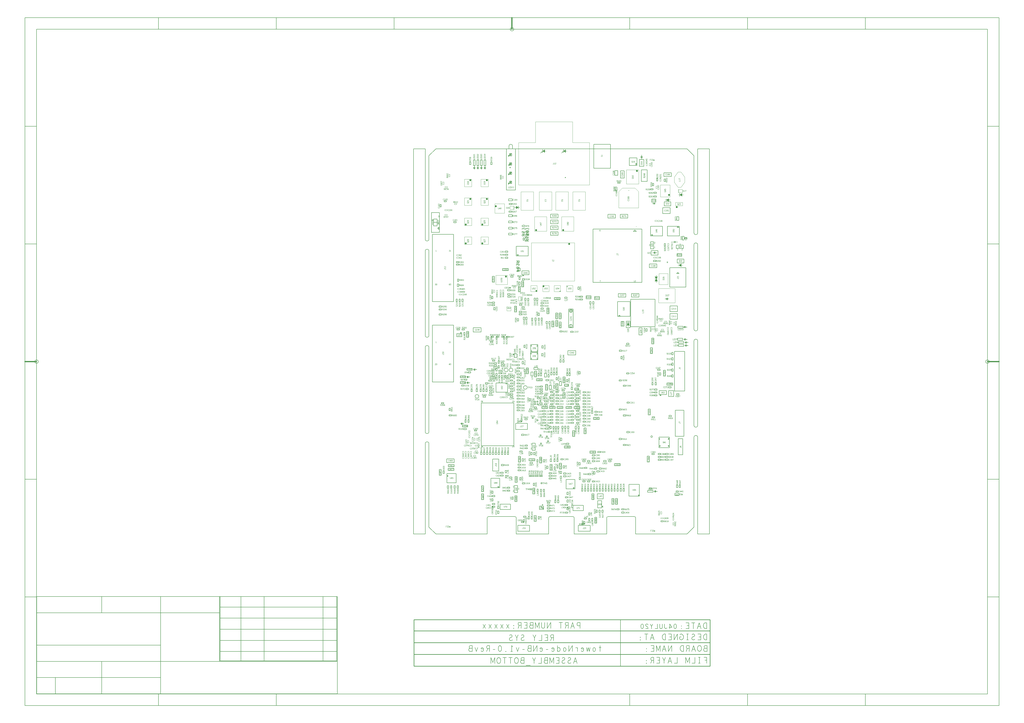
<source format=gbr>
G04 ================== begin FILE IDENTIFICATION RECORD ==================*
G04 Layout Name:  toweNode-eNB-v1.0-RevB_1145am.brd*
G04 Film Name:    toweNode-eNB-v1.0-RevB_ASB.gbr*
G04 File Format:  Gerber RS274X*
G04 File Origin:  Cadence Allegro 17.2-S052*
G04 Origin Date:  Tue Mar 08 07:05:41 2022*
G04 *
G04 Layer:  BOARD GEOMETRY/TITLE_BLOCK*
G04 Layer:  BOARD GEOMETRY/ASSEMBLY_BOTTOM*
G04 Layer:  BOARD GEOMETRY/OUTLINE*
G04 Layer:  DRAWING FORMAT/OUTLINE_DATA*
G04 Layer:  PACKAGE GEOMETRY/ASSEMBLY_BOTTOM*
G04 Layer:  REF DES/ASSEMBLY_BOTTOM*
G04 *
G04 Offset:    (0.000 0.000)*
G04 Mirror:    Yes*
G04 Mode:      Positive*
G04 Rotation:  0*
G04 FullContactRelief:  No*
G04 UndefLineWidth:     6.000*
G04 ================== end FILE IDENTIFICATION RECORD ====================*
%FSLAX55Y55*MOIN*%
%IR0*IPPOS*OFA0.00000B0.00000*MIA1B0*SFA1.00000B1.00000*%
%ADD10C,.019689*%
%ADD11C,.002*%
%ADD12C,.004*%
%ADD13C,.005*%
%ADD14C,.00402*%
%ADD15C,.006*%
%ADD16C,.005902*%
%ADD17C,.00598*%
%ADD18C,.00787*%
%ADD19C,.005909*%
%ADD20C,.001969*%
%ADD21C,.005984*%
%ADD22C,.01*%
%ADD23C,.015701*%
%ADD24C,.015748*%
%ADD25C,.000799*%
G75*
%LPD*%
G75*
G36*
G01X-187002Y420086D02*
Y420586D01*
X-189002D01*
Y423086D01*
X-189502D01*
Y420586D01*
X-193044Y423086D01*
Y420586D01*
X-195544D01*
Y420086D01*
X-193044D01*
Y417586D01*
X-189502Y420086D01*
Y417586D01*
X-189002D01*
Y420086D01*
X-187002D01*
G37*
G36*
G01X-188261Y539823D02*
Y540323D01*
X-190261D01*
Y542823D01*
X-190761D01*
Y540323D01*
X-194304Y542823D01*
Y540323D01*
X-196804D01*
Y539823D01*
X-194304D01*
Y537323D01*
X-190761Y539823D01*
Y537323D01*
X-190261D01*
Y539823D01*
X-188261D01*
G37*
G36*
G01X-165760Y530980D02*
Y531480D01*
X-167760D01*
Y533980D01*
X-168260D01*
Y531480D01*
X-171803Y533980D01*
Y531480D01*
X-174303D01*
Y530980D01*
X-171803D01*
Y528480D01*
X-168260Y530980D01*
Y528480D01*
X-167760D01*
Y530980D01*
X-165760D01*
G37*
G36*
G01X-147650Y400827D02*
X-150150D01*
Y403327D01*
X-150650D01*
Y400827D01*
X-153150D01*
X-150657Y397293D01*
Y397284D01*
X-153150D01*
Y397280D01*
X-153157D01*
Y396780D01*
X-150657D01*
X-153157Y393237D01*
X-150657D01*
Y390737D01*
X-150157D01*
Y393237D01*
X-147657D01*
X-150150Y396771D01*
Y396780D01*
X-147657D01*
Y396784D01*
X-147650D01*
Y397284D01*
X-150150D01*
X-147650Y400827D01*
G37*
G36*
G01X-102525Y324385D02*
X-103025D01*
Y322385D01*
X-105525D01*
Y321885D01*
X-103025D01*
X-105525Y318342D01*
X-103025D01*
Y315842D01*
X-102525D01*
Y318342D01*
X-100025D01*
X-102525Y321885D01*
X-100025D01*
Y322385D01*
X-102525D01*
Y324385D01*
G37*
G36*
G01X9178Y614040D02*
Y614540D01*
X7178D01*
Y617040D01*
X6678D01*
Y614540D01*
X3135Y617040D01*
Y614540D01*
X635D01*
Y614040D01*
X3135D01*
Y611540D01*
X6678Y614040D01*
Y611540D01*
X7178D01*
Y614040D01*
X9178D01*
G37*
G36*
G01X7175Y613537D02*
Y614037D01*
X8582Y612221D01*
Y613451D01*
X10726Y610762D01*
Y610262D01*
X8930Y612514D01*
Y611272D01*
X7175Y613537D01*
G37*
G36*
G01X42527Y613528D02*
Y614028D01*
X43934Y612213D01*
Y613442D01*
X46079Y610754D01*
Y610254D01*
X44283Y612506D01*
Y611263D01*
X42527Y613528D01*
G37*
G36*
G01X44531Y614032D02*
Y614532D01*
X42531D01*
Y617032D01*
X42031D01*
Y614532D01*
X38488Y617032D01*
Y614532D01*
X35988D01*
Y614032D01*
X38488D01*
Y611532D01*
X42031Y614032D01*
Y611532D01*
X42531D01*
Y614032D01*
X44531D01*
G37*
G36*
G01X62606Y270005D02*
G03I-795J0D01*
G37*
G36*
G01X62406Y283398D02*
G03I-795J0D01*
G37*
G36*
G01X81586Y518766D02*
Y518266D01*
X83586D01*
Y515766D01*
X84086D01*
Y518266D01*
X87629Y515766D01*
Y518266D01*
X90129D01*
Y518766D01*
X87629D01*
Y521266D01*
X84086Y518766D01*
Y521266D01*
X83586D01*
Y518766D01*
X81586D01*
G37*
G54D10*
G01X-732346Y256502D02*
X-712661D01*
G01X94426Y841147D02*
Y821462D01*
G01X921197Y256502D02*
X901512D01*
G54D20*
G01X-183139Y527156D02*
Y521644D01*
X-194951D01*
Y527156D01*
X-183139D01*
G01X-187702Y543844D02*
X-194788D01*
Y549356D01*
X-187702D01*
Y543844D01*
G01X-188883Y549356D02*
Y543844D01*
G01X-192445Y578792D02*
X-187445D01*
X-181185Y570052D01*
Y561548D01*
X-187445Y552808D01*
X-192445D01*
X-198705Y561548D01*
Y570052D01*
X-192445Y578792D01*
G01X-154517Y380972D02*
X-182509D01*
Y356484D01*
X-154517D01*
Y380972D01*
G01X-155019Y406265D02*
Y387565D01*
X-170532D01*
Y406265D01*
X-155019D01*
G01X-173716Y556739D02*
X-157574D01*
Y536661D01*
X-173716D01*
Y556739D01*
G01X-120277Y545527D02*
Y517968D01*
X-86813D01*
Y545527D01*
X-92718Y551432D01*
X-114372D01*
X-120277Y545527D01*
G01X-120777Y582408D02*
X-99713D01*
Y558392D01*
X-120777D01*
Y582408D01*
G01X-30254Y513791D02*
X-8836D01*
Y545209D01*
X-30254D01*
Y513791D01*
G01X-7021Y556768D02*
X83186D01*
Y629013D01*
X54544D01*
Y664052D01*
X-8448D01*
Y629013D01*
X-37090D01*
Y556768D01*
X-7021D01*
G01X-1254Y513791D02*
X20164D01*
Y545209D01*
X-1254D01*
Y513791D01*
G01X26746D02*
X48164D01*
Y545209D01*
X26746D01*
Y513791D01*
G01X57746D02*
X79164D01*
Y545209D01*
X57746D01*
Y513791D01*
G01X90827Y520845D02*
X97913D01*
Y515333D01*
X90827D01*
Y520845D01*
G01X92008Y515333D02*
Y520845D01*
G01X123440Y508733D02*
X107298D01*
Y524875D01*
X123440D01*
Y508733D01*
G01X147254Y455801D02*
Y468399D01*
X134656D01*
Y455801D01*
X147254D01*
G01Y487901D02*
Y500499D01*
X134656D01*
Y487901D01*
X147254D01*
G01X134656Y534699D02*
Y522101D01*
X147254D01*
Y534699D01*
X134656D01*
G01Y566599D02*
Y554001D01*
X147254D01*
Y566599D01*
X134656D01*
G01X175354Y455801D02*
Y468399D01*
X162756D01*
Y455801D01*
X175354D01*
G01Y487901D02*
Y500499D01*
X162756D01*
Y487901D01*
X175354D01*
G01X162756Y534699D02*
Y522101D01*
X175354D01*
Y534699D01*
X162756D01*
G01Y566599D02*
Y554001D01*
X175354D01*
Y566599D01*
X162756D01*
G54D11*
G01X-11762Y458416D02*
Y393416D01*
X61438D01*
Y458416D01*
X-11762D01*
G01X1859Y385966D02*
Y375366D01*
X-8741D01*
Y385966D01*
X1859D01*
G01X-10302Y478136D02*
Y502736D01*
X10398D01*
Y478136D01*
X-10302D01*
G01X12153Y375366D02*
Y385966D01*
X22753D01*
Y375366D01*
X12153D01*
G01X42113Y385966D02*
Y375366D01*
X31513D01*
Y385966D01*
X42113D01*
G01X35698Y478136D02*
Y502736D01*
X56398D01*
Y478136D01*
X35698D01*
G01X52066Y375366D02*
Y385966D01*
X62666D01*
Y375366D01*
X52066D01*
G01X83490Y359977D02*
Y366777D01*
X79690D01*
Y359977D01*
X83490D01*
G01X96334Y342902D02*
X103134D01*
Y346702D01*
X96334D01*
Y342902D01*
G01X122004Y403100D02*
Y387360D01*
X102323D01*
Y403100D01*
X122004D01*
G54D21*
G01X-169507Y363086D02*
Y364661D01*
X-169113Y365054D01*
G01X-171475Y363086D02*
X-169507D01*
X-167932Y364661D01*
Y361511D01*
X-169507Y363086D01*
Y361511D01*
X-169900Y361117D01*
G01X-167932Y363086D02*
X-165570D01*
G54D12*
G01X-195612Y545500D02*
Y548000D01*
X-196278D01*
X-196545Y547875D01*
X-196745Y547708D01*
X-196912Y547458D01*
X-197045Y547167D01*
X-197078Y546750D01*
X-197045Y546333D01*
X-196912Y546042D01*
X-196745Y545792D01*
X-196545Y545625D01*
X-196278Y545500D01*
X-195612D01*
G01X-198345D02*
Y548000D01*
X-197945Y547500D01*
G01Y545500D02*
X-198745D01*
G01X-200278D02*
X-200345Y546042D01*
X-200445Y546500D01*
X-200578Y546917D01*
X-200745Y547375D01*
X-201012Y548000D01*
X-199678D01*
G01X-183667Y-22667D02*
X-181167D01*
Y-21833D01*
X-181292Y-21567D01*
X-181459Y-21400D01*
X-181792Y-21333D01*
X-182126Y-21400D01*
X-182334Y-21600D01*
X-182459Y-21833D01*
Y-22667D01*
G01Y-21833D02*
X-183667Y-21333D01*
G01X-182626Y-20633D02*
X-182334Y-20400D01*
X-182167Y-20200D01*
X-182084Y-19933D01*
X-182167Y-19700D01*
X-182334Y-19533D01*
X-182584Y-19400D01*
X-182876Y-19367D01*
X-183126Y-19400D01*
X-183376Y-19533D01*
X-183584Y-19733D01*
X-183667Y-19967D01*
X-183584Y-20233D01*
X-183334Y-20467D01*
X-182959Y-20600D01*
X-182542Y-20633D01*
X-182001Y-20567D01*
X-181709Y-20467D01*
X-181417Y-20300D01*
X-181209Y-20067D01*
X-181167Y-19833D01*
X-181251Y-19600D01*
X-181459Y-19433D01*
G01X-183667Y-18000D02*
X-183626Y-17767D01*
X-183501Y-17500D01*
X-183292Y-17333D01*
X-183001Y-17267D01*
X-182709Y-17333D01*
X-182459Y-17533D01*
X-182334Y-17833D01*
Y-18167D01*
X-182251Y-18367D01*
X-182042Y-18533D01*
X-181751Y-18600D01*
X-181459Y-18500D01*
X-181251Y-18267D01*
X-181167Y-18000D01*
X-181251Y-17733D01*
X-181459Y-17500D01*
X-181751Y-17400D01*
X-182042Y-17467D01*
X-182251Y-17633D01*
X-182334Y-17833D01*
Y-18167D01*
X-182459Y-18467D01*
X-182709Y-18667D01*
X-183001Y-18733D01*
X-183292Y-18667D01*
X-183501Y-18500D01*
X-183626Y-18233D01*
X-183667Y-18000D01*
G01X-181584Y-16633D02*
X-181334Y-16433D01*
X-181209Y-16200D01*
X-181167Y-15933D01*
X-181251Y-15600D01*
X-181459Y-15367D01*
X-181709Y-15300D01*
X-181959Y-15333D01*
X-182167Y-15467D01*
X-182584Y-16133D01*
X-182876Y-16433D01*
X-183292Y-16633D01*
X-183667Y-16700D01*
Y-15300D01*
G01X-190378Y37092D02*
X-190178Y37217D01*
X-189945Y37300D01*
X-189678D01*
X-189378Y37175D01*
X-189145Y36967D01*
X-188978Y36717D01*
X-188845Y36300D01*
X-188812Y35925D01*
X-188878Y35550D01*
X-188978Y35300D01*
X-189178Y35050D01*
X-189412Y34883D01*
X-189645Y34800D01*
X-189878D01*
X-190112Y34883D01*
X-190312Y35008D01*
X-190478Y35175D01*
G01X-192045Y34800D02*
Y37300D01*
X-190812Y35508D01*
X-192478D01*
G01X-194045Y34800D02*
Y37300D01*
X-192812Y35508D01*
X-194478D01*
G01X-195645Y34800D02*
Y37300D01*
X-195245Y36800D01*
G01Y34800D02*
X-196045D01*
G01X-189862Y29550D02*
Y32050D01*
X-191128D01*
G01X-190662Y30842D02*
X-189862D01*
G01X-192762Y30883D02*
X-192895Y31008D01*
X-192995Y31217D01*
X-193062Y31508D01*
X-192995Y31758D01*
X-192862Y31925D01*
X-192628Y32050D01*
X-191728D01*
Y29550D01*
X-192828D01*
X-193062Y29717D01*
X-193195Y29967D01*
X-193262Y30258D01*
X-193195Y30550D01*
X-192995Y30800D01*
X-192762Y30883D01*
X-191728D01*
G01X-194895Y29550D02*
Y32050D01*
X-193662Y30258D01*
X-195328D01*
G01X-191834Y47603D02*
X-189334D01*
Y48437D01*
X-189459Y48703D01*
X-189626Y48870D01*
X-189959Y48937D01*
X-190292Y48870D01*
X-190501Y48670D01*
X-190626Y48437D01*
Y47603D01*
G01Y48437D02*
X-191834Y48937D01*
G01Y50670D02*
X-189334D01*
X-191126Y49437D01*
Y51103D01*
G01X-191834Y52670D02*
X-189334D01*
X-191126Y51437D01*
Y53103D01*
G01X-191834Y54203D02*
X-191292Y54270D01*
X-190834Y54370D01*
X-190417Y54503D01*
X-189959Y54670D01*
X-189334Y54937D01*
Y53603D01*
G01X-187164Y47633D02*
X-184664D01*
Y48467D01*
X-184789Y48733D01*
X-184956Y48900D01*
X-185289Y48967D01*
X-185622Y48900D01*
X-185830Y48700D01*
X-185956Y48467D01*
Y47633D01*
G01Y48467D02*
X-187164Y48967D01*
G01Y50700D02*
X-184664D01*
X-186456Y49467D01*
Y51133D01*
G01X-187164Y52700D02*
X-184664D01*
X-186456Y51467D01*
Y53133D01*
G01X-186122Y53667D02*
X-185830Y53900D01*
X-185664Y54100D01*
X-185581Y54367D01*
X-185664Y54600D01*
X-185830Y54767D01*
X-186080Y54900D01*
X-186372Y54933D01*
X-186622Y54900D01*
X-186872Y54767D01*
X-187080Y54567D01*
X-187164Y54333D01*
X-187080Y54067D01*
X-186830Y53833D01*
X-186456Y53700D01*
X-186039Y53667D01*
X-185497Y53733D01*
X-185205Y53833D01*
X-184914Y54000D01*
X-184706Y54233D01*
X-184664Y54467D01*
X-184747Y54700D01*
X-184956Y54867D01*
G01X-192322Y109931D02*
X-192572Y110098D01*
X-192739Y110298D01*
X-192822Y110531D01*
X-192739Y110798D01*
X-192572Y110998D01*
X-192322Y111198D01*
X-191989Y111265D01*
X-190322D01*
G01X-192822Y112598D02*
X-192780Y112831D01*
X-192656Y113098D01*
X-192447Y113265D01*
X-192155Y113331D01*
X-191864Y113265D01*
X-191614Y113065D01*
X-191489Y112765D01*
Y112431D01*
X-191405Y112231D01*
X-191197Y112065D01*
X-190906Y111998D01*
X-190614Y112098D01*
X-190405Y112331D01*
X-190322Y112598D01*
X-190405Y112865D01*
X-190614Y113098D01*
X-190906Y113198D01*
X-191197Y113131D01*
X-191405Y112965D01*
X-191489Y112765D01*
Y112431D01*
X-191614Y112131D01*
X-191864Y111931D01*
X-192155Y111865D01*
X-192447Y111931D01*
X-192656Y112098D01*
X-192780Y112365D01*
X-192822Y112598D01*
G01X-190626Y151307D02*
X-190877Y151474D01*
X-191043Y151674D01*
X-191127Y151907D01*
X-191043Y152174D01*
X-190877Y152374D01*
X-190626Y152574D01*
X-190293Y152641D01*
X-188626D01*
G01X-191127Y153907D02*
X-190585Y153974D01*
X-190127Y154074D01*
X-189710Y154207D01*
X-189252Y154374D01*
X-188626Y154641D01*
Y153307D01*
G01X-183367Y196367D02*
Y198867D01*
X-184201D01*
X-184467Y198742D01*
X-184634Y198575D01*
X-184701Y198242D01*
X-184634Y197908D01*
X-184434Y197700D01*
X-184201Y197575D01*
X-183367D01*
G01X-184201D02*
X-184701Y196367D01*
G01X-185301Y196867D02*
X-185501Y196575D01*
X-185767Y196408D01*
X-186067Y196367D01*
X-186334Y196408D01*
X-186601Y196617D01*
X-186767Y196867D01*
X-186801Y197117D01*
X-186734Y197408D01*
X-186501Y197617D01*
X-186267Y197700D01*
X-185967D01*
G01X-186267D02*
X-186467Y197825D01*
X-186634Y198033D01*
X-186701Y198283D01*
X-186634Y198533D01*
X-186467Y198742D01*
X-186167Y198867D01*
X-185867Y198825D01*
X-185567Y198658D01*
G01X-188034Y196367D02*
X-188267Y196408D01*
X-188534Y196533D01*
X-188701Y196742D01*
X-188767Y197033D01*
X-188701Y197325D01*
X-188501Y197575D01*
X-188201Y197700D01*
X-187867D01*
X-187667Y197783D01*
X-187501Y197992D01*
X-187434Y198283D01*
X-187534Y198575D01*
X-187767Y198783D01*
X-188034Y198867D01*
X-188300Y198783D01*
X-188534Y198575D01*
X-188634Y198283D01*
X-188567Y197992D01*
X-188401Y197783D01*
X-188201Y197700D01*
X-187867D01*
X-187567Y197575D01*
X-187367Y197325D01*
X-187301Y197033D01*
X-187367Y196742D01*
X-187534Y196533D01*
X-187801Y196408D01*
X-188034Y196367D01*
G01X-189967D02*
X-190034Y196908D01*
X-190134Y197367D01*
X-190267Y197783D01*
X-190434Y198242D01*
X-190701Y198867D01*
X-189367D01*
G01X-190946Y243378D02*
X-191196Y243545D01*
X-191362Y243745D01*
X-191446Y243978D01*
X-191362Y244245D01*
X-191196Y244445D01*
X-190946Y244645D01*
X-190612Y244712D01*
X-188946D01*
G01X-191071Y245312D02*
X-191279Y245511D01*
X-191404Y245745D01*
X-191446Y246045D01*
X-191362Y246345D01*
X-191196Y246578D01*
X-190904Y246745D01*
X-190571Y246778D01*
X-190237Y246712D01*
X-190029Y246545D01*
X-189862Y246311D01*
X-189821Y246078D01*
X-189862Y245845D01*
X-190029Y245545D01*
X-188946Y245645D01*
Y246545D01*
G01X-179988Y285504D02*
Y283004D01*
X-181321D01*
G01X-183321D02*
X-181988D01*
Y285504D01*
X-183321D01*
G01X-182788Y284296D02*
X-181988D01*
G01X-183921Y283004D02*
Y285504D01*
X-184588D01*
X-184854Y285379D01*
X-185054Y285213D01*
X-185221Y284963D01*
X-185354Y284671D01*
X-185388Y284254D01*
X-185354Y283838D01*
X-185221Y283546D01*
X-185054Y283296D01*
X-184854Y283129D01*
X-184588Y283004D01*
X-183921D01*
G01X-186088Y283296D02*
X-186321Y283088D01*
X-186588Y283004D01*
X-186854Y283088D01*
X-187088Y283338D01*
X-187254Y283713D01*
X-187321Y284088D01*
Y284546D01*
X-187254Y284921D01*
X-187088Y285254D01*
X-186888Y285421D01*
X-186654Y285504D01*
X-186388Y285421D01*
X-186188Y285254D01*
X-186054Y285004D01*
X-185988Y284671D01*
X-186054Y284379D01*
X-186221Y284088D01*
X-186421Y283921D01*
X-186654Y283879D01*
X-186921Y283963D01*
X-187121Y284171D01*
X-187321Y284546D01*
G01X-179955Y290779D02*
Y288279D01*
X-181288D01*
G01X-183288D02*
X-181955D01*
Y290779D01*
X-183288D01*
G01X-182755Y289571D02*
X-181955D01*
G01X-183888Y288279D02*
Y290779D01*
X-184555D01*
X-184822Y290654D01*
X-185022Y290487D01*
X-185188Y290238D01*
X-185322Y289946D01*
X-185355Y289529D01*
X-185322Y289112D01*
X-185188Y288821D01*
X-185022Y288571D01*
X-184822Y288404D01*
X-184555Y288279D01*
X-183888D01*
G01X-186622D02*
X-186855Y288321D01*
X-187122Y288446D01*
X-187288Y288654D01*
X-187355Y288946D01*
X-187288Y289237D01*
X-187088Y289487D01*
X-186788Y289612D01*
X-186455D01*
X-186255Y289696D01*
X-186088Y289904D01*
X-186022Y290196D01*
X-186122Y290487D01*
X-186355Y290696D01*
X-186622Y290779D01*
X-186888Y290696D01*
X-187122Y290487D01*
X-187222Y290196D01*
X-187155Y289904D01*
X-186988Y289696D01*
X-186788Y289612D01*
X-186455D01*
X-186155Y289487D01*
X-185955Y289237D01*
X-185888Y288946D01*
X-185955Y288654D01*
X-186122Y288446D01*
X-186388Y288321D01*
X-186622Y288279D01*
G01X-178501Y295782D02*
Y293282D01*
X-179834D01*
G01X-181834D02*
X-180501D01*
Y295782D01*
X-181834D01*
G01X-181301Y294574D02*
X-180501D01*
G01X-182434Y293282D02*
Y295782D01*
X-183101D01*
X-183367Y295657D01*
X-183567Y295491D01*
X-183734Y295241D01*
X-183867Y294949D01*
X-183901Y294532D01*
X-183867Y294116D01*
X-183734Y293824D01*
X-183567Y293574D01*
X-183367Y293407D01*
X-183101Y293282D01*
X-182434D01*
G01X-185101D02*
X-185167Y293824D01*
X-185267Y294282D01*
X-185401Y294699D01*
X-185567Y295157D01*
X-185834Y295782D01*
X-184501D01*
G01X-184967Y317833D02*
X-182467D01*
Y318667D01*
X-182592Y318933D01*
X-182759Y319100D01*
X-183092Y319167D01*
X-183426Y319100D01*
X-183634Y318900D01*
X-183759Y318667D01*
Y317833D01*
G01Y318667D02*
X-184967Y319167D01*
G01X-183926Y319867D02*
X-183634Y320100D01*
X-183467Y320300D01*
X-183384Y320567D01*
X-183467Y320800D01*
X-183634Y320967D01*
X-183884Y321100D01*
X-184176Y321133D01*
X-184426Y321100D01*
X-184676Y320967D01*
X-184884Y320767D01*
X-184967Y320533D01*
X-184884Y320267D01*
X-184634Y320033D01*
X-184259Y319900D01*
X-183842Y319867D01*
X-183301Y319933D01*
X-183009Y320033D01*
X-182717Y320200D01*
X-182509Y320433D01*
X-182467Y320667D01*
X-182551Y320900D01*
X-182759Y321067D01*
G01X-184592Y321767D02*
X-184801Y321967D01*
X-184926Y322200D01*
X-184967Y322500D01*
X-184884Y322800D01*
X-184717Y323033D01*
X-184426Y323200D01*
X-184092Y323233D01*
X-183759Y323167D01*
X-183551Y323000D01*
X-183384Y322767D01*
X-183342Y322533D01*
X-183384Y322300D01*
X-183551Y322000D01*
X-182467Y322100D01*
Y323000D01*
G01X-184467Y323767D02*
X-184759Y323967D01*
X-184926Y324233D01*
X-184967Y324533D01*
X-184926Y324800D01*
X-184717Y325067D01*
X-184467Y325233D01*
X-184217Y325267D01*
X-183926Y325200D01*
X-183717Y324967D01*
X-183634Y324733D01*
Y324433D01*
G01Y324733D02*
X-183509Y324933D01*
X-183301Y325100D01*
X-183051Y325167D01*
X-182800Y325100D01*
X-182592Y324933D01*
X-182467Y324633D01*
X-182509Y324333D01*
X-182676Y324033D01*
G01X-187052Y312760D02*
Y310260D01*
X-188386D01*
G01X-190386D02*
X-189052D01*
Y312760D01*
X-190386D01*
G01X-189852Y311552D02*
X-189052D01*
G01X-190986Y310260D02*
Y312760D01*
X-191652D01*
X-191919Y312635D01*
X-192119Y312468D01*
X-192286Y312218D01*
X-192419Y311926D01*
X-192452Y311510D01*
X-192419Y311093D01*
X-192286Y310801D01*
X-192119Y310551D01*
X-191919Y310385D01*
X-191652Y310260D01*
X-190986D01*
G01X-193719D02*
Y312760D01*
X-193319Y312260D01*
G01Y310260D02*
X-194119D01*
G01X-195719Y312760D02*
X-195452Y312676D01*
X-195252Y312468D01*
X-195119Y312218D01*
X-195019Y311885D01*
X-194986Y311510D01*
X-195019Y311135D01*
X-195119Y310801D01*
X-195252Y310551D01*
X-195452Y310343D01*
X-195719Y310260D01*
X-195986Y310343D01*
X-196186Y310551D01*
X-196319Y310801D01*
X-196419Y311135D01*
X-196452Y311510D01*
X-196419Y311885D01*
X-196319Y312218D01*
X-196186Y312468D01*
X-195986Y312676D01*
X-195719Y312760D01*
G01X-177874Y334725D02*
X-177674Y334850D01*
X-177440Y334933D01*
X-177174D01*
X-176874Y334808D01*
X-176640Y334600D01*
X-176474Y334350D01*
X-176340Y333933D01*
X-176307Y333558D01*
X-176374Y333183D01*
X-176474Y332933D01*
X-176674Y332683D01*
X-176907Y332516D01*
X-177140Y332433D01*
X-177374D01*
X-177607Y332516D01*
X-177807Y332642D01*
X-177974Y332808D01*
G01X-178507Y334516D02*
X-178707Y334766D01*
X-178940Y334892D01*
X-179207Y334933D01*
X-179540Y334850D01*
X-179774Y334642D01*
X-179840Y334392D01*
X-179807Y334142D01*
X-179674Y333933D01*
X-179007Y333516D01*
X-178707Y333225D01*
X-178507Y332808D01*
X-178440Y332433D01*
X-179840D01*
G01X-181140D02*
Y334933D01*
X-180740Y334433D01*
G01Y332433D02*
X-181540D01*
G01X-182407Y332933D02*
X-182607Y332642D01*
X-182874Y332475D01*
X-183174Y332433D01*
X-183440Y332475D01*
X-183707Y332683D01*
X-183874Y332933D01*
X-183907Y333183D01*
X-183840Y333475D01*
X-183607Y333683D01*
X-183374Y333767D01*
X-183074D01*
G01X-183374D02*
X-183574Y333892D01*
X-183740Y334100D01*
X-183807Y334350D01*
X-183740Y334600D01*
X-183574Y334808D01*
X-183274Y334933D01*
X-182974Y334892D01*
X-182674Y334725D01*
G01X-177783Y347689D02*
X-177583Y347814D01*
X-177350Y347897D01*
X-177083D01*
X-176783Y347772D01*
X-176550Y347564D01*
X-176383Y347314D01*
X-176250Y346897D01*
X-176216Y346522D01*
X-176283Y346147D01*
X-176383Y345897D01*
X-176583Y345647D01*
X-176817Y345481D01*
X-177050Y345397D01*
X-177283D01*
X-177517Y345481D01*
X-177717Y345606D01*
X-177883Y345772D01*
G01X-178416Y347481D02*
X-178617Y347731D01*
X-178850Y347856D01*
X-179117Y347897D01*
X-179450Y347814D01*
X-179683Y347606D01*
X-179750Y347356D01*
X-179717Y347106D01*
X-179583Y346897D01*
X-178917Y346481D01*
X-178617Y346189D01*
X-178416Y345772D01*
X-178350Y345397D01*
X-179750D01*
G01X-181050D02*
Y347897D01*
X-180650Y347397D01*
G01Y345397D02*
X-181450D01*
G01X-182416Y347481D02*
X-182617Y347731D01*
X-182850Y347856D01*
X-183117Y347897D01*
X-183450Y347814D01*
X-183683Y347606D01*
X-183750Y347356D01*
X-183717Y347106D01*
X-183583Y346897D01*
X-182917Y346481D01*
X-182617Y346189D01*
X-182416Y345772D01*
X-182350Y345397D01*
X-183750D01*
G01X-187772Y396918D02*
X-188022Y397085D01*
X-188189Y397285D01*
X-188272Y397518D01*
X-188189Y397785D01*
X-188022Y397985D01*
X-187772Y398185D01*
X-187439Y398252D01*
X-185772D01*
G01X-186189Y398952D02*
X-185939Y399152D01*
X-185814Y399385D01*
X-185772Y399652D01*
X-185856Y399985D01*
X-186064Y400218D01*
X-186314Y400285D01*
X-186564Y400252D01*
X-186772Y400118D01*
X-187189Y399452D01*
X-187481Y399152D01*
X-187897Y398952D01*
X-188272Y398885D01*
Y400285D01*
G01Y401585D02*
X-185772D01*
X-186272Y401185D01*
G01X-188272D02*
Y401985D01*
G01X-188953Y426606D02*
Y429106D01*
X-189620D01*
X-189886Y428981D01*
X-190086Y428814D01*
X-190253Y428564D01*
X-190386Y428272D01*
X-190420Y427856D01*
X-190386Y427439D01*
X-190253Y427147D01*
X-190086Y426897D01*
X-189886Y426731D01*
X-189620Y426606D01*
X-188953D01*
G01X-191053Y428689D02*
X-191253Y428939D01*
X-191486Y429064D01*
X-191753Y429106D01*
X-192086Y429022D01*
X-192320Y428814D01*
X-192386Y428564D01*
X-192353Y428314D01*
X-192220Y428106D01*
X-191553Y427689D01*
X-191253Y427397D01*
X-191053Y426981D01*
X-190986Y426606D01*
X-192386D01*
G01X-193053Y428689D02*
X-193253Y428939D01*
X-193486Y429064D01*
X-193753Y429106D01*
X-194086Y429022D01*
X-194320Y428814D01*
X-194386Y428564D01*
X-194353Y428314D01*
X-194220Y428106D01*
X-193553Y427689D01*
X-193253Y427397D01*
X-193053Y426981D01*
X-192986Y426606D01*
X-194386D01*
G01X-193687Y448101D02*
X-193887Y448351D01*
X-194120Y448476D01*
X-194387Y448518D01*
X-194720Y448435D01*
X-194954Y448226D01*
X-195020Y447977D01*
X-194987Y447726D01*
X-194853Y447518D01*
X-194187Y447101D01*
X-193887Y446810D01*
X-193687Y446393D01*
X-193620Y446018D01*
X-195020D01*
G01X-186820D02*
Y448518D01*
X-186420Y448018D01*
G01Y446018D02*
X-187220D01*
G01X-186187Y436877D02*
Y439377D01*
X-187021D01*
X-187287Y439252D01*
X-187454Y439085D01*
X-187521Y438752D01*
X-187454Y438419D01*
X-187254Y438211D01*
X-187021Y438085D01*
X-186187D01*
G01X-187021D02*
X-187521Y436877D01*
G01X-188221Y438960D02*
X-188421Y439210D01*
X-188654Y439335D01*
X-188921Y439377D01*
X-189254Y439294D01*
X-189487Y439085D01*
X-189554Y438836D01*
X-189521Y438585D01*
X-189387Y438377D01*
X-188721Y437960D01*
X-188421Y437669D01*
X-188221Y437252D01*
X-188154Y436877D01*
X-189554D01*
G01X-190854D02*
X-191087Y436919D01*
X-191354Y437044D01*
X-191521Y437252D01*
X-191587Y437544D01*
X-191521Y437836D01*
X-191321Y438085D01*
X-191021Y438211D01*
X-190687D01*
X-190487Y438294D01*
X-190321Y438502D01*
X-190254Y438794D01*
X-190354Y439085D01*
X-190587Y439294D01*
X-190854Y439377D01*
X-191121Y439294D01*
X-191354Y439085D01*
X-191454Y438794D01*
X-191387Y438502D01*
X-191221Y438294D01*
X-191021Y438211D01*
X-190687D01*
X-190387Y438085D01*
X-190187Y437836D01*
X-190121Y437544D01*
X-190187Y437252D01*
X-190354Y437044D01*
X-190621Y436919D01*
X-190854Y436877D01*
G01X-192854D02*
Y439377D01*
X-192454Y438877D01*
G01Y436877D02*
X-193254D01*
G01X-189837Y455218D02*
X-190037Y454926D01*
X-190303Y454760D01*
X-190604Y454718D01*
X-190870Y454760D01*
X-191137Y454968D01*
X-191303Y455218D01*
X-191337Y455468D01*
X-191270Y455760D01*
X-191037Y455968D01*
X-190803Y456052D01*
X-190503D01*
G01X-190803D02*
X-191003Y456176D01*
X-191170Y456385D01*
X-191237Y456635D01*
X-191170Y456885D01*
X-191003Y457093D01*
X-190703Y457218D01*
X-190403Y457176D01*
X-190103Y457010D01*
G01X-188607Y450664D02*
X-188340Y450706D01*
X-188107Y450872D01*
X-187907Y451123D01*
X-187774Y451414D01*
X-187707Y451748D01*
Y452081D01*
X-187774Y452414D01*
X-187907Y452706D01*
X-188107Y452956D01*
X-188340Y453122D01*
X-188607Y453164D01*
X-188873Y453122D01*
X-189107Y452956D01*
X-189307Y452706D01*
X-189440Y452414D01*
X-189507Y452081D01*
Y451748D01*
X-189440Y451414D01*
X-189307Y451123D01*
X-189107Y450872D01*
X-188873Y450706D01*
X-188607Y450664D01*
G01X-188873Y451331D02*
X-189274Y450664D01*
G01X-189974Y452748D02*
X-190174Y452998D01*
X-190407Y453122D01*
X-190674Y453164D01*
X-191007Y453081D01*
X-191240Y452873D01*
X-191307Y452623D01*
X-191274Y452373D01*
X-191140Y452164D01*
X-190474Y451748D01*
X-190174Y451456D01*
X-189974Y451039D01*
X-189907Y450664D01*
X-191307D01*
G01X-192040Y450956D02*
X-192274Y450748D01*
X-192540Y450664D01*
X-192807Y450748D01*
X-193040Y450998D01*
X-193207Y451373D01*
X-193274Y451748D01*
Y452206D01*
X-193207Y452581D01*
X-193040Y452914D01*
X-192840Y453081D01*
X-192607Y453164D01*
X-192340Y453081D01*
X-192140Y452914D01*
X-192007Y452664D01*
X-191940Y452331D01*
X-192007Y452039D01*
X-192174Y451748D01*
X-192374Y451581D01*
X-192607Y451539D01*
X-192874Y451623D01*
X-193074Y451831D01*
X-193274Y452206D01*
G01X-184406Y458821D02*
X-183073D01*
Y461321D01*
X-184406D01*
G01X-183873Y460113D02*
X-183073D01*
G01X-185740Y458821D02*
Y461321D01*
X-185340Y460821D01*
G01Y458821D02*
X-186140D01*
G01X-193978Y463951D02*
X-191478D01*
Y464618D01*
X-191603Y464884D01*
X-191769Y465084D01*
X-192019Y465251D01*
X-192311Y465384D01*
X-192728Y465418D01*
X-193144Y465384D01*
X-193436Y465251D01*
X-193686Y465084D01*
X-193853Y464884D01*
X-193978Y464618D01*
Y463951D01*
G01X-191894Y466051D02*
X-191644Y466251D01*
X-191519Y466484D01*
X-191478Y466751D01*
X-191561Y467084D01*
X-191769Y467318D01*
X-192019Y467384D01*
X-192269Y467351D01*
X-192478Y467218D01*
X-192894Y466551D01*
X-193186Y466251D01*
X-193603Y466051D01*
X-193978Y465984D01*
Y467384D01*
G01Y469084D02*
X-191478D01*
X-193269Y467851D01*
Y469518D01*
G01X-184545Y496533D02*
X-182045D01*
Y497367D01*
X-182170Y497633D01*
X-182337Y497800D01*
X-182670Y497867D01*
X-183003Y497800D01*
X-183212Y497600D01*
X-183337Y497367D01*
Y496533D01*
G01Y497367D02*
X-184545Y497867D01*
G01X-182462Y498567D02*
X-182212Y498767D01*
X-182087Y499000D01*
X-182045Y499267D01*
X-182128Y499600D01*
X-182337Y499833D01*
X-182586Y499900D01*
X-182837Y499867D01*
X-183045Y499733D01*
X-183462Y499067D01*
X-183753Y498767D01*
X-184170Y498567D01*
X-184545Y498500D01*
Y499900D01*
G01Y501133D02*
X-184003Y501200D01*
X-183545Y501300D01*
X-183128Y501433D01*
X-182670Y501600D01*
X-182045Y501867D01*
Y500533D01*
G01X-184545Y503200D02*
X-182045D01*
X-182545Y502800D01*
G01X-184545D02*
Y503600D01*
G01X-187045Y523200D02*
X-186778Y523242D01*
X-186545Y523408D01*
X-186345Y523658D01*
X-186212Y523950D01*
X-186145Y524283D01*
Y524617D01*
X-186212Y524950D01*
X-186345Y525242D01*
X-186545Y525492D01*
X-186778Y525658D01*
X-187045Y525700D01*
X-187312Y525658D01*
X-187545Y525492D01*
X-187745Y525242D01*
X-187878Y524950D01*
X-187945Y524617D01*
Y524283D01*
X-187878Y523950D01*
X-187745Y523658D01*
X-187545Y523408D01*
X-187312Y523242D01*
X-187045Y523200D01*
G01X-187312Y523867D02*
X-187712Y523200D01*
G01X-188412Y525283D02*
X-188612Y525533D01*
X-188845Y525658D01*
X-189112Y525700D01*
X-189445Y525617D01*
X-189678Y525408D01*
X-189745Y525158D01*
X-189712Y524908D01*
X-189578Y524700D01*
X-188912Y524283D01*
X-188612Y523992D01*
X-188412Y523575D01*
X-188345Y523200D01*
X-189745D01*
G01X-190312Y523700D02*
X-190512Y523408D01*
X-190778Y523242D01*
X-191078Y523200D01*
X-191345Y523242D01*
X-191612Y523450D01*
X-191778Y523700D01*
X-191812Y523950D01*
X-191745Y524242D01*
X-191512Y524450D01*
X-191278Y524533D01*
X-190978D01*
G01X-191278D02*
X-191478Y524658D01*
X-191645Y524867D01*
X-191712Y525117D01*
X-191645Y525367D01*
X-191478Y525575D01*
X-191178Y525700D01*
X-190878Y525658D01*
X-190578Y525492D01*
G01X-188745Y562833D02*
X-191245D01*
Y564167D01*
G01Y565500D02*
X-188745D01*
X-189245Y565100D01*
G01X-191245D02*
Y565900D01*
G01Y567433D02*
X-190703Y567500D01*
X-190245Y567600D01*
X-189828Y567733D01*
X-189370Y567900D01*
X-188745Y568167D01*
Y566833D01*
G01X-164867Y-8542D02*
X-164667Y-8417D01*
X-164434Y-8333D01*
X-164167D01*
X-163867Y-8458D01*
X-163634Y-8667D01*
X-163467Y-8917D01*
X-163334Y-9333D01*
X-163300Y-9708D01*
X-163367Y-10083D01*
X-163467Y-10333D01*
X-163667Y-10583D01*
X-163901Y-10750D01*
X-164134Y-10833D01*
X-164367D01*
X-164601Y-10750D01*
X-164801Y-10625D01*
X-164967Y-10458D01*
G01X-165500Y-9792D02*
X-165734Y-9500D01*
X-165934Y-9333D01*
X-166201Y-9250D01*
X-166434Y-9333D01*
X-166601Y-9500D01*
X-166734Y-9750D01*
X-166767Y-10042D01*
X-166734Y-10292D01*
X-166601Y-10542D01*
X-166401Y-10750D01*
X-166167Y-10833D01*
X-165901Y-10750D01*
X-165667Y-10500D01*
X-165534Y-10125D01*
X-165500Y-9708D01*
X-165567Y-9167D01*
X-165667Y-8875D01*
X-165834Y-8583D01*
X-166067Y-8375D01*
X-166301Y-8333D01*
X-166534Y-8417D01*
X-166701Y-8625D01*
G01X-168134Y-8333D02*
X-167867Y-8417D01*
X-167667Y-8625D01*
X-167534Y-8875D01*
X-167434Y-9208D01*
X-167401Y-9583D01*
X-167434Y-9958D01*
X-167534Y-10292D01*
X-167667Y-10542D01*
X-167867Y-10750D01*
X-168134Y-10833D01*
X-168401Y-10750D01*
X-168601Y-10542D01*
X-168734Y-10292D01*
X-168834Y-9958D01*
X-168867Y-9583D01*
X-168834Y-9208D01*
X-168734Y-8875D01*
X-168601Y-8625D01*
X-168401Y-8417D01*
X-168134Y-8333D01*
G01X-169500Y-9792D02*
X-169734Y-9500D01*
X-169934Y-9333D01*
X-170201Y-9250D01*
X-170434Y-9333D01*
X-170601Y-9500D01*
X-170734Y-9750D01*
X-170767Y-10042D01*
X-170734Y-10292D01*
X-170601Y-10542D01*
X-170401Y-10750D01*
X-170167Y-10833D01*
X-169901Y-10750D01*
X-169667Y-10500D01*
X-169534Y-10125D01*
X-169500Y-9708D01*
X-169567Y-9167D01*
X-169667Y-8875D01*
X-169834Y-8583D01*
X-170067Y-8375D01*
X-170301Y-8333D01*
X-170534Y-8417D01*
X-170701Y-8625D01*
G01X-180567Y-8067D02*
X-178067D01*
Y-7233D01*
X-178192Y-6967D01*
X-178359Y-6800D01*
X-178692Y-6733D01*
X-179026Y-6800D01*
X-179234Y-7000D01*
X-179359Y-7233D01*
Y-8067D01*
G01Y-7233D02*
X-180567Y-6733D01*
G01X-179526Y-6033D02*
X-179234Y-5800D01*
X-179067Y-5600D01*
X-178984Y-5333D01*
X-179067Y-5100D01*
X-179234Y-4933D01*
X-179484Y-4800D01*
X-179776Y-4767D01*
X-180026Y-4800D01*
X-180276Y-4933D01*
X-180484Y-5133D01*
X-180567Y-5367D01*
X-180484Y-5633D01*
X-180234Y-5867D01*
X-179859Y-6000D01*
X-179442Y-6033D01*
X-178901Y-5967D01*
X-178609Y-5867D01*
X-178317Y-5700D01*
X-178109Y-5467D01*
X-178067Y-5233D01*
X-178151Y-5000D01*
X-178359Y-4833D01*
G01X-178484Y-4033D02*
X-178234Y-3833D01*
X-178109Y-3600D01*
X-178067Y-3333D01*
X-178151Y-3000D01*
X-178359Y-2767D01*
X-178609Y-2700D01*
X-178859Y-2733D01*
X-179067Y-2867D01*
X-179484Y-3533D01*
X-179776Y-3833D01*
X-180192Y-4033D01*
X-180567Y-4100D01*
Y-2700D01*
G01Y-1000D02*
X-178067D01*
X-179859Y-2233D01*
Y-567D01*
G01X-163667Y-16033D02*
Y-13533D01*
X-164501D01*
X-164767Y-13658D01*
X-164934Y-13825D01*
X-165001Y-14158D01*
X-164934Y-14492D01*
X-164734Y-14700D01*
X-164501Y-14825D01*
X-163667D01*
G01X-164501D02*
X-165001Y-16033D01*
G01X-165700Y-14992D02*
X-165934Y-14700D01*
X-166134Y-14533D01*
X-166401Y-14450D01*
X-166634Y-14533D01*
X-166801Y-14700D01*
X-166934Y-14950D01*
X-166967Y-15242D01*
X-166934Y-15492D01*
X-166801Y-15742D01*
X-166601Y-15950D01*
X-166367Y-16033D01*
X-166101Y-15950D01*
X-165867Y-15700D01*
X-165734Y-15325D01*
X-165700Y-14908D01*
X-165767Y-14367D01*
X-165867Y-14075D01*
X-166034Y-13783D01*
X-166267Y-13575D01*
X-166501Y-13533D01*
X-166734Y-13617D01*
X-166901Y-13825D01*
G01X-168334Y-16033D02*
Y-13533D01*
X-167934Y-14033D01*
G01Y-16033D02*
X-168734D01*
G01X-169700Y-14992D02*
X-169934Y-14700D01*
X-170134Y-14533D01*
X-170401Y-14450D01*
X-170634Y-14533D01*
X-170801Y-14700D01*
X-170934Y-14950D01*
X-170967Y-15242D01*
X-170934Y-15492D01*
X-170801Y-15742D01*
X-170601Y-15950D01*
X-170367Y-16033D01*
X-170101Y-15950D01*
X-169867Y-15700D01*
X-169734Y-15325D01*
X-169700Y-14908D01*
X-169767Y-14367D01*
X-169867Y-14075D01*
X-170034Y-13783D01*
X-170267Y-13575D01*
X-170501Y-13533D01*
X-170734Y-13617D01*
X-170901Y-13825D01*
G01X-173465Y100629D02*
X-173265Y100754D01*
X-173032Y100837D01*
X-172765D01*
X-172465Y100712D01*
X-172232Y100504D01*
X-172065Y100254D01*
X-171932Y99837D01*
X-171898Y99462D01*
X-171965Y99087D01*
X-172065Y98837D01*
X-172265Y98587D01*
X-172499Y98420D01*
X-172732Y98337D01*
X-172965D01*
X-173199Y98420D01*
X-173399Y98545D01*
X-173565Y98712D01*
G01X-173999Y98837D02*
X-174198Y98545D01*
X-174465Y98379D01*
X-174765Y98337D01*
X-175032Y98379D01*
X-175299Y98587D01*
X-175465Y98837D01*
X-175499Y99087D01*
X-175432Y99379D01*
X-175199Y99587D01*
X-174965Y99670D01*
X-174665D01*
G01X-174965D02*
X-175165Y99795D01*
X-175332Y100004D01*
X-175399Y100254D01*
X-175332Y100504D01*
X-175165Y100712D01*
X-174865Y100837D01*
X-174565Y100795D01*
X-174265Y100629D01*
G01X-176732Y98337D02*
X-176965Y98379D01*
X-177232Y98504D01*
X-177399Y98712D01*
X-177465Y99004D01*
X-177399Y99295D01*
X-177199Y99545D01*
X-176899Y99670D01*
X-176565D01*
X-176365Y99754D01*
X-176198Y99962D01*
X-176132Y100254D01*
X-176232Y100545D01*
X-176465Y100754D01*
X-176732Y100837D01*
X-176998Y100754D01*
X-177232Y100545D01*
X-177332Y100254D01*
X-177265Y99962D01*
X-177099Y99754D01*
X-176899Y99670D01*
X-176565D01*
X-176265Y99545D01*
X-176065Y99295D01*
X-175999Y99004D01*
X-176065Y98712D01*
X-176232Y98504D01*
X-176499Y98379D01*
X-176732Y98337D01*
G01X-178165Y98629D02*
X-178398Y98420D01*
X-178665Y98337D01*
X-178932Y98420D01*
X-179165Y98670D01*
X-179332Y99045D01*
X-179399Y99420D01*
Y99879D01*
X-179332Y100254D01*
X-179165Y100587D01*
X-178965Y100754D01*
X-178732Y100837D01*
X-178465Y100754D01*
X-178265Y100587D01*
X-178132Y100337D01*
X-178065Y100004D01*
X-178132Y99712D01*
X-178299Y99420D01*
X-178499Y99254D01*
X-178732Y99212D01*
X-178998Y99295D01*
X-179199Y99504D01*
X-179399Y99879D01*
G01X-173465Y90798D02*
X-173265Y90923D01*
X-173032Y91006D01*
X-172765D01*
X-172465Y90881D01*
X-172232Y90673D01*
X-172065Y90422D01*
X-171932Y90006D01*
X-171898Y89631D01*
X-171965Y89256D01*
X-172065Y89006D01*
X-172265Y88756D01*
X-172499Y88589D01*
X-172732Y88506D01*
X-172965D01*
X-173199Y88589D01*
X-173399Y88714D01*
X-173565Y88881D01*
G01X-173999Y89006D02*
X-174198Y88714D01*
X-174465Y88548D01*
X-174765Y88506D01*
X-175032Y88548D01*
X-175299Y88756D01*
X-175465Y89006D01*
X-175499Y89256D01*
X-175432Y89548D01*
X-175199Y89756D01*
X-174965Y89839D01*
X-174665D01*
G01X-174965D02*
X-175165Y89964D01*
X-175332Y90172D01*
X-175399Y90422D01*
X-175332Y90673D01*
X-175165Y90881D01*
X-174865Y91006D01*
X-174565Y90964D01*
X-174265Y90798D01*
G01X-176165Y88798D02*
X-176398Y88589D01*
X-176665Y88506D01*
X-176932Y88589D01*
X-177165Y88839D01*
X-177332Y89214D01*
X-177399Y89589D01*
Y90048D01*
X-177332Y90422D01*
X-177165Y90756D01*
X-176965Y90923D01*
X-176732Y91006D01*
X-176465Y90923D01*
X-176265Y90756D01*
X-176132Y90506D01*
X-176065Y90172D01*
X-176132Y89881D01*
X-176299Y89589D01*
X-176499Y89422D01*
X-176732Y89381D01*
X-176998Y89464D01*
X-177199Y89672D01*
X-177399Y90048D01*
G01X-178665Y88506D02*
X-178732Y89048D01*
X-178832Y89506D01*
X-178965Y89923D01*
X-179132Y90381D01*
X-179399Y91006D01*
X-178065D01*
G01X-172065Y93337D02*
Y95837D01*
X-172899D01*
X-173165Y95712D01*
X-173332Y95545D01*
X-173399Y95212D01*
X-173332Y94879D01*
X-173132Y94670D01*
X-172899Y94545D01*
X-172065D01*
G01X-172899D02*
X-173399Y93337D01*
G01X-175132D02*
Y95837D01*
X-173898Y94045D01*
X-175565D01*
G01X-175999Y93837D02*
X-176198Y93545D01*
X-176465Y93379D01*
X-176765Y93337D01*
X-177032Y93379D01*
X-177299Y93587D01*
X-177465Y93837D01*
X-177499Y94087D01*
X-177432Y94379D01*
X-177199Y94587D01*
X-176965Y94670D01*
X-176665D01*
G01X-176965D02*
X-177165Y94795D01*
X-177332Y95004D01*
X-177399Y95254D01*
X-177332Y95504D01*
X-177165Y95712D01*
X-176865Y95837D01*
X-176565Y95795D01*
X-176265Y95629D01*
G01X-178098Y94379D02*
X-178332Y94670D01*
X-178532Y94837D01*
X-178799Y94920D01*
X-179032Y94837D01*
X-179199Y94670D01*
X-179332Y94420D01*
X-179365Y94129D01*
X-179332Y93879D01*
X-179199Y93629D01*
X-178998Y93420D01*
X-178765Y93337D01*
X-178499Y93420D01*
X-178265Y93670D01*
X-178132Y94045D01*
X-178098Y94462D01*
X-178165Y95004D01*
X-178265Y95295D01*
X-178432Y95587D01*
X-178665Y95795D01*
X-178899Y95837D01*
X-179132Y95754D01*
X-179299Y95545D01*
G01X-170767Y159167D02*
Y161667D01*
X-171601D01*
X-171867Y161542D01*
X-172034Y161375D01*
X-172101Y161042D01*
X-172034Y160708D01*
X-171834Y160500D01*
X-171601Y160375D01*
X-170767D01*
G01X-171601D02*
X-172101Y159167D01*
G01X-173834D02*
Y161667D01*
X-172601Y159875D01*
X-174267D01*
G01X-175434Y161667D02*
X-175167Y161583D01*
X-174967Y161375D01*
X-174834Y161125D01*
X-174734Y160792D01*
X-174701Y160417D01*
X-174734Y160042D01*
X-174834Y159708D01*
X-174967Y159458D01*
X-175167Y159250D01*
X-175434Y159167D01*
X-175701Y159250D01*
X-175901Y159458D01*
X-176034Y159708D01*
X-176134Y160042D01*
X-176167Y160417D01*
X-176134Y160792D01*
X-176034Y161125D01*
X-175901Y161375D01*
X-175701Y161583D01*
X-175434Y161667D01*
G01X-176867Y159458D02*
X-177101Y159250D01*
X-177367Y159167D01*
X-177634Y159250D01*
X-177867Y159500D01*
X-178034Y159875D01*
X-178101Y160250D01*
Y160708D01*
X-178034Y161083D01*
X-177867Y161417D01*
X-177667Y161583D01*
X-177434Y161667D01*
X-177167Y161583D01*
X-176967Y161417D01*
X-176834Y161167D01*
X-176767Y160833D01*
X-176834Y160542D01*
X-177001Y160250D01*
X-177201Y160083D01*
X-177434Y160042D01*
X-177701Y160125D01*
X-177901Y160333D01*
X-178101Y160708D01*
G01X-164067Y214158D02*
X-163867Y214283D01*
X-163634Y214367D01*
X-163367D01*
X-163067Y214242D01*
X-162834Y214033D01*
X-162667Y213783D01*
X-162534Y213367D01*
X-162500Y212992D01*
X-162567Y212617D01*
X-162667Y212367D01*
X-162867Y212117D01*
X-163101Y211950D01*
X-163334Y211867D01*
X-163567D01*
X-163801Y211950D01*
X-164001Y212075D01*
X-164167Y212242D01*
G01X-164700Y213950D02*
X-164901Y214200D01*
X-165134Y214325D01*
X-165401Y214367D01*
X-165734Y214283D01*
X-165967Y214075D01*
X-166034Y213825D01*
X-166001Y213575D01*
X-165867Y213367D01*
X-165201Y212950D01*
X-164901Y212658D01*
X-164700Y212242D01*
X-164634Y211867D01*
X-166034D01*
G01X-167267D02*
X-167334Y212408D01*
X-167434Y212867D01*
X-167567Y213283D01*
X-167734Y213742D01*
X-168001Y214367D01*
X-166667D01*
G01X-168700Y213950D02*
X-168901Y214200D01*
X-169134Y214325D01*
X-169401Y214367D01*
X-169734Y214283D01*
X-169967Y214075D01*
X-170034Y213825D01*
X-170001Y213575D01*
X-169867Y213367D01*
X-169201Y212950D01*
X-168901Y212658D01*
X-168700Y212242D01*
X-168634Y211867D01*
X-170034D01*
G01X-174216Y199610D02*
X-176716D01*
Y200944D01*
G01X-174632Y201644D02*
X-174383Y201844D01*
X-174258Y202077D01*
X-174216Y202344D01*
X-174299Y202677D01*
X-174508Y202911D01*
X-174757Y202977D01*
X-175008Y202944D01*
X-175216Y202810D01*
X-175632Y202144D01*
X-175924Y201844D01*
X-176341Y201644D01*
X-176716Y201577D01*
Y202977D01*
G01Y204211D02*
X-176174Y204277D01*
X-175716Y204377D01*
X-175299Y204510D01*
X-174841Y204677D01*
X-174216Y204944D01*
Y203610D01*
G01X-171278Y219755D02*
X-171078Y219880D01*
X-170845Y219963D01*
X-170578D01*
X-170278Y219838D01*
X-170045Y219630D01*
X-169878Y219380D01*
X-169745Y218963D01*
X-169712Y218588D01*
X-169778Y218213D01*
X-169878Y217963D01*
X-170078Y217713D01*
X-170312Y217546D01*
X-170545Y217463D01*
X-170778D01*
X-171012Y217546D01*
X-171212Y217671D01*
X-171378Y217838D01*
G01X-171912Y219546D02*
X-172112Y219796D01*
X-172345Y219921D01*
X-172612Y219963D01*
X-172945Y219880D01*
X-173178Y219671D01*
X-173245Y219421D01*
X-173212Y219171D01*
X-173078Y218963D01*
X-172412Y218546D01*
X-172112Y218255D01*
X-171912Y217838D01*
X-171845Y217463D01*
X-173245D01*
G01X-173912Y218505D02*
X-174145Y218796D01*
X-174345Y218963D01*
X-174612Y219046D01*
X-174845Y218963D01*
X-175012Y218796D01*
X-175145Y218546D01*
X-175178Y218255D01*
X-175145Y218005D01*
X-175012Y217755D01*
X-174812Y217546D01*
X-174578Y217463D01*
X-174312Y217546D01*
X-174078Y217796D01*
X-173945Y218171D01*
X-173912Y218588D01*
X-173978Y219130D01*
X-174078Y219421D01*
X-174245Y219713D01*
X-174478Y219921D01*
X-174712Y219963D01*
X-174945Y219880D01*
X-175112Y219671D01*
G01X-176545Y217463D02*
X-176778Y217505D01*
X-177045Y217630D01*
X-177212Y217838D01*
X-177278Y218130D01*
X-177212Y218421D01*
X-177012Y218671D01*
X-176712Y218796D01*
X-176378D01*
X-176178Y218880D01*
X-176012Y219088D01*
X-175945Y219380D01*
X-176045Y219671D01*
X-176278Y219880D01*
X-176545Y219963D01*
X-176812Y219880D01*
X-177045Y219671D01*
X-177145Y219380D01*
X-177078Y219088D01*
X-176912Y218880D01*
X-176712Y218796D01*
X-176378D01*
X-176078Y218671D01*
X-175878Y218421D01*
X-175812Y218130D01*
X-175878Y217838D01*
X-176045Y217630D01*
X-176312Y217505D01*
X-176545Y217463D01*
G01X-168967Y230867D02*
Y233367D01*
X-169801D01*
X-170067Y233242D01*
X-170234Y233075D01*
X-170301Y232742D01*
X-170234Y232408D01*
X-170034Y232200D01*
X-169801Y232075D01*
X-168967D01*
G01X-169801D02*
X-170301Y230867D01*
G01X-170901Y231367D02*
X-171100Y231075D01*
X-171367Y230908D01*
X-171667Y230867D01*
X-171934Y230908D01*
X-172201Y231116D01*
X-172367Y231367D01*
X-172401Y231617D01*
X-172334Y231908D01*
X-172101Y232117D01*
X-171867Y232200D01*
X-171567D01*
G01X-171867D02*
X-172067Y232325D01*
X-172234Y232533D01*
X-172301Y232783D01*
X-172234Y233033D01*
X-172067Y233242D01*
X-171767Y233367D01*
X-171467Y233325D01*
X-171167Y233158D01*
G01X-174034Y230867D02*
Y233367D01*
X-172801Y231575D01*
X-174467D01*
G01X-175001Y231908D02*
X-175234Y232200D01*
X-175434Y232367D01*
X-175701Y232450D01*
X-175934Y232367D01*
X-176101Y232200D01*
X-176234Y231950D01*
X-176267Y231658D01*
X-176234Y231408D01*
X-176101Y231158D01*
X-175901Y230950D01*
X-175667Y230867D01*
X-175401Y230950D01*
X-175167Y231200D01*
X-175034Y231575D01*
X-175001Y231992D01*
X-175067Y232533D01*
X-175167Y232825D01*
X-175334Y233117D01*
X-175567Y233325D01*
X-175801Y233367D01*
X-176034Y233283D01*
X-176201Y233075D01*
G01X-169067Y241267D02*
Y243767D01*
X-169901D01*
X-170167Y243642D01*
X-170334Y243475D01*
X-170401Y243142D01*
X-170334Y242808D01*
X-170134Y242600D01*
X-169901Y242475D01*
X-169067D01*
G01X-169901D02*
X-170401Y241267D01*
G01X-171001Y241767D02*
X-171201Y241475D01*
X-171467Y241308D01*
X-171767Y241267D01*
X-172034Y241308D01*
X-172301Y241516D01*
X-172467Y241767D01*
X-172501Y242017D01*
X-172434Y242308D01*
X-172201Y242517D01*
X-171967Y242600D01*
X-171667D01*
G01X-171967D02*
X-172167Y242725D01*
X-172334Y242933D01*
X-172401Y243183D01*
X-172334Y243433D01*
X-172167Y243642D01*
X-171867Y243767D01*
X-171567Y243725D01*
X-171267Y243558D01*
G01X-173001Y241767D02*
X-173201Y241475D01*
X-173467Y241308D01*
X-173767Y241267D01*
X-174034Y241308D01*
X-174301Y241516D01*
X-174467Y241767D01*
X-174501Y242017D01*
X-174434Y242308D01*
X-174201Y242517D01*
X-173967Y242600D01*
X-173667D01*
G01X-173967D02*
X-174167Y242725D01*
X-174334Y242933D01*
X-174401Y243183D01*
X-174334Y243433D01*
X-174167Y243642D01*
X-173867Y243767D01*
X-173567Y243725D01*
X-173267Y243558D01*
G01X-175001Y241642D02*
X-175201Y241433D01*
X-175434Y241308D01*
X-175734Y241267D01*
X-176034Y241350D01*
X-176267Y241516D01*
X-176434Y241808D01*
X-176467Y242142D01*
X-176401Y242475D01*
X-176234Y242683D01*
X-176000Y242850D01*
X-175767Y242892D01*
X-175534Y242850D01*
X-175234Y242683D01*
X-175334Y243767D01*
X-176234D01*
G01X-168867Y250467D02*
Y252967D01*
X-169701D01*
X-169967Y252842D01*
X-170134Y252675D01*
X-170201Y252342D01*
X-170134Y252008D01*
X-169934Y251800D01*
X-169701Y251675D01*
X-168867D01*
G01X-169701D02*
X-170201Y250467D01*
G01X-170801Y250967D02*
X-171001Y250675D01*
X-171267Y250508D01*
X-171567Y250467D01*
X-171834Y250508D01*
X-172101Y250716D01*
X-172267Y250967D01*
X-172301Y251217D01*
X-172234Y251508D01*
X-172001Y251717D01*
X-171767Y251800D01*
X-171467D01*
G01X-171767D02*
X-171967Y251925D01*
X-172134Y252133D01*
X-172201Y252383D01*
X-172134Y252633D01*
X-171967Y252842D01*
X-171667Y252967D01*
X-171367Y252925D01*
X-171067Y252758D01*
G01X-172900Y252550D02*
X-173101Y252800D01*
X-173334Y252925D01*
X-173601Y252967D01*
X-173934Y252883D01*
X-174167Y252675D01*
X-174234Y252425D01*
X-174201Y252175D01*
X-174067Y251967D01*
X-173401Y251550D01*
X-173101Y251258D01*
X-172900Y250841D01*
X-172834Y250467D01*
X-174234D01*
G01X-174967Y250758D02*
X-175201Y250550D01*
X-175467Y250467D01*
X-175734Y250550D01*
X-175967Y250800D01*
X-176134Y251175D01*
X-176201Y251550D01*
Y252008D01*
X-176134Y252383D01*
X-175967Y252717D01*
X-175767Y252883D01*
X-175534Y252967D01*
X-175267Y252883D01*
X-175067Y252717D01*
X-174934Y252467D01*
X-174867Y252133D01*
X-174934Y251842D01*
X-175101Y251550D01*
X-175301Y251383D01*
X-175534Y251342D01*
X-175800Y251425D01*
X-176001Y251633D01*
X-176201Y252008D01*
G01X-168567Y259867D02*
Y262367D01*
X-169401D01*
X-169667Y262242D01*
X-169834Y262075D01*
X-169901Y261742D01*
X-169834Y261408D01*
X-169634Y261200D01*
X-169401Y261075D01*
X-168567D01*
G01X-169401D02*
X-169901Y259867D01*
G01X-170501Y260367D02*
X-170700Y260075D01*
X-170967Y259908D01*
X-171267Y259867D01*
X-171534Y259908D01*
X-171801Y260116D01*
X-171967Y260367D01*
X-172001Y260617D01*
X-171934Y260908D01*
X-171701Y261117D01*
X-171467Y261200D01*
X-171167D01*
G01X-171467D02*
X-171667Y261325D01*
X-171834Y261533D01*
X-171901Y261783D01*
X-171834Y262033D01*
X-171667Y262242D01*
X-171367Y262367D01*
X-171067Y262325D01*
X-170767Y262158D01*
G01X-172601Y261950D02*
X-172801Y262200D01*
X-173034Y262325D01*
X-173301Y262367D01*
X-173634Y262283D01*
X-173867Y262075D01*
X-173934Y261825D01*
X-173901Y261575D01*
X-173767Y261367D01*
X-173101Y260950D01*
X-172801Y260658D01*
X-172601Y260242D01*
X-172534Y259867D01*
X-173934D01*
G01X-174501Y260242D02*
X-174700Y260033D01*
X-174934Y259908D01*
X-175234Y259867D01*
X-175534Y259950D01*
X-175767Y260116D01*
X-175934Y260408D01*
X-175967Y260742D01*
X-175901Y261075D01*
X-175734Y261283D01*
X-175501Y261450D01*
X-175267Y261492D01*
X-175034Y261450D01*
X-174734Y261283D01*
X-174834Y262367D01*
X-175734D01*
G01X-168267Y268867D02*
Y271367D01*
X-169101D01*
X-169367Y271242D01*
X-169534Y271075D01*
X-169601Y270742D01*
X-169534Y270408D01*
X-169334Y270200D01*
X-169101Y270075D01*
X-168267D01*
G01X-169101D02*
X-169601Y268867D01*
G01X-170201Y269367D02*
X-170401Y269075D01*
X-170667Y268908D01*
X-170967Y268867D01*
X-171234Y268908D01*
X-171501Y269116D01*
X-171667Y269367D01*
X-171701Y269617D01*
X-171634Y269908D01*
X-171401Y270117D01*
X-171167Y270200D01*
X-170867D01*
G01X-171167D02*
X-171367Y270325D01*
X-171534Y270533D01*
X-171601Y270783D01*
X-171534Y271033D01*
X-171367Y271242D01*
X-171067Y271367D01*
X-170767Y271325D01*
X-170467Y271158D01*
G01X-172934Y268867D02*
Y271367D01*
X-172534Y270867D01*
G01Y268867D02*
X-173334D01*
G01X-174934D02*
X-175167Y268908D01*
X-175434Y269033D01*
X-175601Y269242D01*
X-175667Y269533D01*
X-175601Y269825D01*
X-175401Y270075D01*
X-175101Y270200D01*
X-174767D01*
X-174567Y270283D01*
X-174401Y270492D01*
X-174334Y270783D01*
X-174434Y271075D01*
X-174667Y271283D01*
X-174934Y271367D01*
X-175201Y271283D01*
X-175434Y271075D01*
X-175534Y270783D01*
X-175467Y270492D01*
X-175301Y270283D01*
X-175101Y270200D01*
X-174767D01*
X-174467Y270075D01*
X-174267Y269825D01*
X-174201Y269533D01*
X-174267Y269242D01*
X-174434Y269033D01*
X-174701Y268908D01*
X-174934Y268867D01*
G01X-169276Y303633D02*
X-169151Y303433D01*
X-169067Y303200D01*
Y302933D01*
X-169192Y302633D01*
X-169401Y302400D01*
X-169651Y302233D01*
X-170067Y302100D01*
X-170442Y302067D01*
X-170817Y302133D01*
X-171067Y302233D01*
X-171317Y302433D01*
X-171484Y302667D01*
X-171567Y302900D01*
Y303133D01*
X-171484Y303367D01*
X-171359Y303567D01*
X-171192Y303733D01*
G01X-170526Y304267D02*
X-170234Y304500D01*
X-170067Y304700D01*
X-169984Y304967D01*
X-170067Y305200D01*
X-170234Y305367D01*
X-170484Y305500D01*
X-170776Y305533D01*
X-171026Y305500D01*
X-171276Y305367D01*
X-171484Y305167D01*
X-171567Y304933D01*
X-171484Y304667D01*
X-171234Y304433D01*
X-170859Y304300D01*
X-170442Y304267D01*
X-169901Y304333D01*
X-169609Y304433D01*
X-169317Y304600D01*
X-169109Y304833D01*
X-169067Y305067D01*
X-169151Y305300D01*
X-169359Y305467D01*
G01X-171567Y307300D02*
X-169067D01*
X-170859Y306067D01*
Y307733D01*
G01X-171192Y308167D02*
X-171401Y308367D01*
X-171526Y308600D01*
X-171567Y308900D01*
X-171484Y309200D01*
X-171317Y309433D01*
X-171026Y309600D01*
X-170692Y309633D01*
X-170359Y309567D01*
X-170151Y309400D01*
X-169984Y309167D01*
X-169942Y308933D01*
X-169984Y308700D01*
X-170151Y308400D01*
X-169067Y308500D01*
Y309400D01*
G01X-175376Y303833D02*
X-175251Y303633D01*
X-175167Y303400D01*
Y303133D01*
X-175292Y302833D01*
X-175501Y302600D01*
X-175751Y302433D01*
X-176167Y302300D01*
X-176542Y302267D01*
X-176917Y302333D01*
X-177167Y302433D01*
X-177417Y302633D01*
X-177584Y302867D01*
X-177667Y303100D01*
Y303333D01*
X-177584Y303567D01*
X-177459Y303767D01*
X-177292Y303933D01*
G01X-176626Y304467D02*
X-176334Y304700D01*
X-176167Y304900D01*
X-176084Y305167D01*
X-176167Y305400D01*
X-176334Y305567D01*
X-176584Y305700D01*
X-176876Y305733D01*
X-177126Y305700D01*
X-177376Y305567D01*
X-177584Y305367D01*
X-177667Y305133D01*
X-177584Y304867D01*
X-177334Y304633D01*
X-176959Y304500D01*
X-176542Y304467D01*
X-176001Y304533D01*
X-175709Y304633D01*
X-175417Y304800D01*
X-175209Y305033D01*
X-175167Y305267D01*
X-175251Y305500D01*
X-175459Y305667D01*
G01X-177667Y307500D02*
X-175167D01*
X-176959Y306267D01*
Y307933D01*
G01X-176626Y308467D02*
X-176334Y308700D01*
X-176167Y308900D01*
X-176084Y309167D01*
X-176167Y309400D01*
X-176334Y309567D01*
X-176584Y309700D01*
X-176876Y309733D01*
X-177126Y309700D01*
X-177376Y309567D01*
X-177584Y309367D01*
X-177667Y309133D01*
X-177584Y308867D01*
X-177334Y308633D01*
X-176959Y308500D01*
X-176542Y308467D01*
X-176001Y308533D01*
X-175709Y308633D01*
X-175417Y308800D01*
X-175209Y309033D01*
X-175167Y309267D01*
X-175251Y309500D01*
X-175459Y309667D01*
G01X-171080Y311033D02*
Y314969D01*
X-169112D01*
Y311033D01*
X-171080D01*
G01X-175171Y314917D02*
Y310981D01*
X-177138D01*
Y314917D01*
X-175171D01*
G01X-162667Y320500D02*
Y323000D01*
X-163501D01*
X-163767Y322875D01*
X-163934Y322708D01*
X-164001Y322375D01*
X-163934Y322042D01*
X-163734Y321833D01*
X-163501Y321708D01*
X-162667D01*
G01X-163501D02*
X-164001Y320500D01*
G01X-164700Y321542D02*
X-164934Y321833D01*
X-165134Y322000D01*
X-165401Y322083D01*
X-165634Y322000D01*
X-165801Y321833D01*
X-165934Y321583D01*
X-165967Y321292D01*
X-165934Y321042D01*
X-165801Y320792D01*
X-165601Y320583D01*
X-165367Y320500D01*
X-165101Y320583D01*
X-164867Y320833D01*
X-164734Y321208D01*
X-164700Y321625D01*
X-164767Y322167D01*
X-164867Y322458D01*
X-165034Y322750D01*
X-165267Y322958D01*
X-165501Y323000D01*
X-165734Y322917D01*
X-165901Y322708D01*
G01X-167734Y320500D02*
Y323000D01*
X-166500Y321208D01*
X-168167D01*
G01X-168601Y320875D02*
X-168801Y320667D01*
X-169034Y320542D01*
X-169334Y320500D01*
X-169634Y320583D01*
X-169867Y320750D01*
X-170034Y321042D01*
X-170067Y321375D01*
X-170001Y321708D01*
X-169834Y321917D01*
X-169601Y322083D01*
X-169367Y322125D01*
X-169134Y322083D01*
X-168834Y321917D01*
X-168934Y323000D01*
X-169834D01*
G01X-174134Y319163D02*
X-171634D01*
Y319997D01*
X-171759Y320263D01*
X-171926Y320430D01*
X-172259Y320497D01*
X-172592Y320430D01*
X-172801Y320230D01*
X-172926Y319997D01*
Y319163D01*
G01Y319997D02*
X-174134Y320497D01*
G01X-173092Y321196D02*
X-172801Y321430D01*
X-172634Y321630D01*
X-172551Y321897D01*
X-172634Y322130D01*
X-172801Y322297D01*
X-173051Y322430D01*
X-173342Y322463D01*
X-173592Y322430D01*
X-173842Y322297D01*
X-174051Y322096D01*
X-174134Y321863D01*
X-174051Y321597D01*
X-173801Y321363D01*
X-173426Y321230D01*
X-173009Y321196D01*
X-172467Y321263D01*
X-172176Y321363D01*
X-171884Y321530D01*
X-171676Y321763D01*
X-171634Y321997D01*
X-171717Y322230D01*
X-171926Y322397D01*
G01X-174134Y324230D02*
X-171634D01*
X-173426Y322997D01*
Y324663D01*
G01X-173092Y325196D02*
X-172801Y325430D01*
X-172634Y325630D01*
X-172551Y325897D01*
X-172634Y326130D01*
X-172801Y326297D01*
X-173051Y326430D01*
X-173342Y326463D01*
X-173592Y326430D01*
X-173842Y326297D01*
X-174051Y326096D01*
X-174134Y325863D01*
X-174051Y325597D01*
X-173801Y325363D01*
X-173426Y325230D01*
X-173009Y325196D01*
X-172467Y325263D01*
X-172176Y325363D01*
X-171884Y325530D01*
X-171676Y325763D01*
X-171634Y325997D01*
X-171717Y326230D01*
X-171926Y326397D01*
G01X-166580Y367928D02*
Y370428D01*
X-167246D01*
X-167513Y370303D01*
X-167713Y370136D01*
X-167880Y369886D01*
X-168013Y369594D01*
X-168046Y369178D01*
X-168013Y368761D01*
X-167880Y368469D01*
X-167713Y368219D01*
X-167513Y368053D01*
X-167246Y367928D01*
X-166580D01*
G01X-168680Y370011D02*
X-168880Y370261D01*
X-169113Y370386D01*
X-169380Y370428D01*
X-169713Y370344D01*
X-169946Y370136D01*
X-170013Y369886D01*
X-169980Y369636D01*
X-169846Y369428D01*
X-169180Y369011D01*
X-168880Y368719D01*
X-168680Y368302D01*
X-168613Y367928D01*
X-170013D01*
G01X-171246D02*
X-171313Y368469D01*
X-171413Y368928D01*
X-171546Y369344D01*
X-171713Y369803D01*
X-171980Y370428D01*
X-170646D01*
G01X-168492Y424642D02*
X-169958Y426475D01*
G01X-169225Y426808D02*
Y424308D01*
G01X-169958Y424642D02*
X-168492Y426475D01*
G01X-168225Y425558D02*
X-170225D01*
G01X-169669Y446815D02*
X-169544Y446615D01*
X-169461Y446382D01*
Y446115D01*
X-169586Y445815D01*
X-169794Y445582D01*
X-170044Y445415D01*
X-170461Y445282D01*
X-170836Y445248D01*
X-171211Y445315D01*
X-171461Y445415D01*
X-171711Y445615D01*
X-171878Y445849D01*
X-171961Y446082D01*
Y446315D01*
X-171878Y446549D01*
X-171753Y446749D01*
X-171586Y446915D01*
G01X-171961Y448082D02*
X-169461D01*
X-169961Y447682D01*
G01X-171961D02*
Y448482D01*
G01X-171669Y449515D02*
X-171878Y449748D01*
X-171961Y450015D01*
X-171878Y450282D01*
X-171628Y450515D01*
X-171253Y450682D01*
X-170878Y450749D01*
X-170419D01*
X-170044Y450682D01*
X-169711Y450515D01*
X-169544Y450315D01*
X-169461Y450082D01*
X-169544Y449815D01*
X-169711Y449615D01*
X-169961Y449482D01*
X-170294Y449415D01*
X-170586Y449482D01*
X-170878Y449649D01*
X-171044Y449849D01*
X-171086Y450082D01*
X-171003Y450348D01*
X-170794Y450549D01*
X-170419Y450749D01*
G01X-171961Y452015D02*
X-171419Y452082D01*
X-170961Y452182D01*
X-170544Y452315D01*
X-170086Y452482D01*
X-169461Y452749D01*
Y451415D01*
G01X-171745Y453714D02*
Y457650D01*
X-169777D01*
Y453714D01*
X-171745D01*
G01X-178299Y447961D02*
X-175799D01*
Y448795D01*
X-175924Y449061D01*
X-176091Y449228D01*
X-176424Y449295D01*
X-176757Y449228D01*
X-176966Y449028D01*
X-177091Y448795D01*
Y447961D01*
G01Y448795D02*
X-178299Y449295D01*
G01X-176216Y449995D02*
X-175966Y450195D01*
X-175841Y450428D01*
X-175799Y450695D01*
X-175882Y451028D01*
X-176091Y451261D01*
X-176341Y451328D01*
X-176591Y451295D01*
X-176799Y451161D01*
X-177216Y450495D01*
X-177507Y450195D01*
X-177924Y449995D01*
X-178299Y449928D01*
Y451328D01*
G01Y452561D02*
X-177757Y452628D01*
X-177299Y452728D01*
X-176882Y452861D01*
X-176424Y453028D01*
X-175799Y453295D01*
Y451961D01*
G01X-178007Y454061D02*
X-178216Y454295D01*
X-178299Y454561D01*
X-178216Y454828D01*
X-177966Y455061D01*
X-177591Y455228D01*
X-177216Y455295D01*
X-176757D01*
X-176382Y455228D01*
X-176049Y455061D01*
X-175882Y454861D01*
X-175799Y454628D01*
X-175882Y454361D01*
X-176049Y454161D01*
X-176299Y454028D01*
X-176632Y453961D01*
X-176924Y454028D01*
X-177216Y454195D01*
X-177382Y454395D01*
X-177424Y454628D01*
X-177341Y454895D01*
X-177132Y455095D01*
X-176757Y455295D01*
G01X-178545Y476367D02*
X-180337D01*
X-180712Y476500D01*
X-180962Y476767D01*
X-181045Y477100D01*
X-180962Y477433D01*
X-180712Y477700D01*
X-180337Y477833D01*
X-178545D01*
G01X-180670Y478367D02*
X-180878Y478567D01*
X-181003Y478800D01*
X-181045Y479100D01*
X-180962Y479400D01*
X-180795Y479633D01*
X-180503Y479800D01*
X-180170Y479833D01*
X-179837Y479767D01*
X-179628Y479600D01*
X-179462Y479367D01*
X-179420Y479133D01*
X-179462Y478900D01*
X-179628Y478600D01*
X-178545Y478700D01*
Y479600D01*
G01Y481100D02*
X-178628Y480833D01*
X-178837Y480633D01*
X-179087Y480500D01*
X-179420Y480400D01*
X-179795Y480367D01*
X-180170Y480400D01*
X-180503Y480500D01*
X-180753Y480633D01*
X-180962Y480833D01*
X-181045Y481100D01*
X-180962Y481367D01*
X-180753Y481567D01*
X-180503Y481700D01*
X-180170Y481800D01*
X-179795Y481833D01*
X-179420Y481800D01*
X-179087Y481700D01*
X-178837Y481567D01*
X-178628Y481367D01*
X-178545Y481100D01*
G01X-165678Y514492D02*
X-165478Y514617D01*
X-165245Y514700D01*
X-164978D01*
X-164678Y514575D01*
X-164445Y514367D01*
X-164278Y514117D01*
X-164145Y513700D01*
X-164112Y513325D01*
X-164178Y512950D01*
X-164278Y512700D01*
X-164478Y512450D01*
X-164712Y512283D01*
X-164945Y512200D01*
X-165178D01*
X-165412Y512283D01*
X-165612Y512408D01*
X-165778Y512575D01*
G01X-166945Y512200D02*
Y514700D01*
X-166545Y514200D01*
G01Y512200D02*
X-167345D01*
G01X-168378Y512492D02*
X-168612Y512283D01*
X-168878Y512200D01*
X-169145Y512283D01*
X-169378Y512533D01*
X-169545Y512908D01*
X-169612Y513283D01*
Y513742D01*
X-169545Y514117D01*
X-169378Y514450D01*
X-169178Y514617D01*
X-168945Y514700D01*
X-168678Y514617D01*
X-168478Y514450D01*
X-168345Y514200D01*
X-168278Y513867D01*
X-168345Y513575D01*
X-168512Y513283D01*
X-168712Y513117D01*
X-168945Y513075D01*
X-169212Y513158D01*
X-169412Y513367D01*
X-169612Y513742D01*
G01X-170945Y512200D02*
Y514700D01*
X-170545Y514200D01*
G01Y512200D02*
X-171345D01*
G01X-166912Y523700D02*
Y526200D01*
X-167578D01*
X-167845Y526075D01*
X-168045Y525908D01*
X-168212Y525658D01*
X-168345Y525367D01*
X-168378Y524950D01*
X-168345Y524533D01*
X-168212Y524242D01*
X-168045Y523992D01*
X-167845Y523825D01*
X-167578Y523700D01*
X-166912D01*
G01X-169645D02*
Y526200D01*
X-169245Y525700D01*
G01Y523700D02*
X-170045D01*
G01X-171078Y523992D02*
X-171312Y523783D01*
X-171578Y523700D01*
X-171845Y523783D01*
X-172078Y524033D01*
X-172245Y524408D01*
X-172312Y524783D01*
Y525242D01*
X-172245Y525617D01*
X-172078Y525950D01*
X-171878Y526117D01*
X-171645Y526200D01*
X-171378Y526117D01*
X-171178Y525950D01*
X-171045Y525700D01*
X-170978Y525367D01*
X-171045Y525075D01*
X-171212Y524783D01*
X-171412Y524617D01*
X-171645Y524575D01*
X-171912Y524658D01*
X-172112Y524867D01*
X-172312Y525242D01*
G01X-169245Y561433D02*
X-166745D01*
Y562267D01*
X-166870Y562533D01*
X-167037Y562700D01*
X-167370Y562767D01*
X-167703Y562700D01*
X-167912Y562500D01*
X-168037Y562267D01*
Y561433D01*
G01Y562267D02*
X-169245Y562767D01*
G01X-167162Y563467D02*
X-166912Y563667D01*
X-166787Y563900D01*
X-166745Y564167D01*
X-166828Y564500D01*
X-167037Y564733D01*
X-167286Y564800D01*
X-167537Y564767D01*
X-167745Y564633D01*
X-168162Y563967D01*
X-168453Y563667D01*
X-168870Y563467D01*
X-169245Y563400D01*
Y564800D01*
G01X-168870Y565367D02*
X-169078Y565567D01*
X-169203Y565800D01*
X-169245Y566100D01*
X-169162Y566400D01*
X-168995Y566633D01*
X-168703Y566800D01*
X-168370Y566833D01*
X-168037Y566767D01*
X-167828Y566600D01*
X-167662Y566367D01*
X-167620Y566133D01*
X-167662Y565900D01*
X-167828Y565600D01*
X-166745Y565700D01*
Y566600D01*
G01X-167162Y567467D02*
X-166912Y567667D01*
X-166787Y567900D01*
X-166745Y568167D01*
X-166828Y568500D01*
X-167037Y568733D01*
X-167286Y568800D01*
X-167537Y568767D01*
X-167745Y568633D01*
X-168162Y567967D01*
X-168453Y567667D01*
X-168870Y567467D01*
X-169245Y567400D01*
Y568800D01*
G01X-167478Y575692D02*
X-167278Y575817D01*
X-167045Y575900D01*
X-166778D01*
X-166478Y575775D01*
X-166245Y575567D01*
X-166078Y575317D01*
X-165945Y574900D01*
X-165912Y574525D01*
X-165978Y574150D01*
X-166078Y573900D01*
X-166278Y573650D01*
X-166512Y573483D01*
X-166745Y573400D01*
X-166978D01*
X-167212Y573483D01*
X-167412Y573608D01*
X-167578Y573775D01*
G01X-168745Y573400D02*
Y575900D01*
X-168345Y575400D01*
G01Y573400D02*
X-169145D01*
G01X-170745D02*
X-170978Y573442D01*
X-171245Y573567D01*
X-171412Y573775D01*
X-171478Y574067D01*
X-171412Y574358D01*
X-171212Y574608D01*
X-170912Y574733D01*
X-170578D01*
X-170378Y574817D01*
X-170212Y575025D01*
X-170145Y575317D01*
X-170245Y575608D01*
X-170478Y575817D01*
X-170745Y575900D01*
X-171012Y575817D01*
X-171245Y575608D01*
X-171345Y575317D01*
X-171278Y575025D01*
X-171112Y574817D01*
X-170912Y574733D01*
X-170578D01*
X-170278Y574608D01*
X-170078Y574358D01*
X-170012Y574067D01*
X-170078Y573775D01*
X-170245Y573567D01*
X-170512Y573442D01*
X-170745Y573400D01*
G01X-172112Y574442D02*
X-172345Y574733D01*
X-172545Y574900D01*
X-172812Y574983D01*
X-173045Y574900D01*
X-173212Y574733D01*
X-173345Y574483D01*
X-173378Y574192D01*
X-173345Y573942D01*
X-173212Y573692D01*
X-173012Y573483D01*
X-172778Y573400D01*
X-172512Y573483D01*
X-172278Y573733D01*
X-172145Y574108D01*
X-172112Y574525D01*
X-172178Y575067D01*
X-172278Y575358D01*
X-172445Y575650D01*
X-172678Y575858D01*
X-172912Y575900D01*
X-173145Y575817D01*
X-173312Y575608D01*
G01X-162170Y-8663D02*
X-158234D01*
Y-10631D01*
X-162170D01*
Y-8663D01*
G01X-156367Y-4367D02*
X-153867D01*
Y-3533D01*
X-153992Y-3267D01*
X-154159Y-3100D01*
X-154492Y-3033D01*
X-154826Y-3100D01*
X-155034Y-3300D01*
X-155159Y-3533D01*
Y-4367D01*
G01Y-3533D02*
X-156367Y-3033D01*
G01X-155326Y-2333D02*
X-155034Y-2100D01*
X-154867Y-1900D01*
X-154784Y-1633D01*
X-154867Y-1400D01*
X-155034Y-1233D01*
X-155284Y-1100D01*
X-155576Y-1067D01*
X-155826Y-1100D01*
X-156076Y-1233D01*
X-156284Y-1433D01*
X-156367Y-1667D01*
X-156284Y-1933D01*
X-156034Y-2167D01*
X-155659Y-2300D01*
X-155242Y-2333D01*
X-154701Y-2267D01*
X-154409Y-2167D01*
X-154117Y-2000D01*
X-153909Y-1767D01*
X-153867Y-1533D01*
X-153951Y-1300D01*
X-154159Y-1133D01*
G01X-154284Y-333D02*
X-154034Y-133D01*
X-153909Y100D01*
X-153867Y367D01*
X-153951Y700D01*
X-154159Y933D01*
X-154409Y1000D01*
X-154659Y967D01*
X-154867Y833D01*
X-155284Y167D01*
X-155576Y-133D01*
X-155992Y-333D01*
X-156367Y-400D01*
Y1000D01*
G01X-153867Y2300D02*
X-153951Y2033D01*
X-154159Y1833D01*
X-154409Y1700D01*
X-154742Y1600D01*
X-155117Y1567D01*
X-155492Y1600D01*
X-155826Y1700D01*
X-156076Y1833D01*
X-156284Y2033D01*
X-156367Y2300D01*
X-156284Y2567D01*
X-156076Y2767D01*
X-155826Y2900D01*
X-155492Y3000D01*
X-155117Y3033D01*
X-154742Y3000D01*
X-154409Y2900D01*
X-154159Y2767D01*
X-153951Y2567D01*
X-153867Y2300D01*
G01X-159707Y100629D02*
X-159507Y100754D01*
X-159274Y100837D01*
X-159007D01*
X-158707Y100712D01*
X-158474Y100504D01*
X-158307Y100254D01*
X-158174Y99837D01*
X-158141Y99462D01*
X-158207Y99087D01*
X-158307Y98837D01*
X-158507Y98587D01*
X-158741Y98420D01*
X-158974Y98337D01*
X-159207D01*
X-159441Y98420D01*
X-159641Y98545D01*
X-159807Y98712D01*
G01X-160241Y98837D02*
X-160441Y98545D01*
X-160707Y98379D01*
X-161007Y98337D01*
X-161274Y98379D01*
X-161541Y98587D01*
X-161707Y98837D01*
X-161741Y99087D01*
X-161674Y99379D01*
X-161441Y99587D01*
X-161207Y99670D01*
X-160907D01*
G01X-161207D02*
X-161407Y99795D01*
X-161574Y100004D01*
X-161641Y100254D01*
X-161574Y100504D01*
X-161407Y100712D01*
X-161107Y100837D01*
X-160807Y100795D01*
X-160507Y100629D01*
G01X-162974Y98337D02*
X-163207Y98379D01*
X-163474Y98504D01*
X-163641Y98712D01*
X-163707Y99004D01*
X-163641Y99295D01*
X-163441Y99545D01*
X-163141Y99670D01*
X-162807D01*
X-162607Y99754D01*
X-162441Y99962D01*
X-162374Y100254D01*
X-162474Y100545D01*
X-162707Y100754D01*
X-162974Y100837D01*
X-163241Y100754D01*
X-163474Y100545D01*
X-163574Y100254D01*
X-163507Y99962D01*
X-163341Y99754D01*
X-163141Y99670D01*
X-162807D01*
X-162507Y99545D01*
X-162307Y99295D01*
X-162241Y99004D01*
X-162307Y98712D01*
X-162474Y98504D01*
X-162741Y98379D01*
X-162974Y98337D01*
G01X-164974D02*
X-165207Y98379D01*
X-165474Y98504D01*
X-165641Y98712D01*
X-165707Y99004D01*
X-165641Y99295D01*
X-165441Y99545D01*
X-165141Y99670D01*
X-164807D01*
X-164607Y99754D01*
X-164441Y99962D01*
X-164374Y100254D01*
X-164474Y100545D01*
X-164707Y100754D01*
X-164974Y100837D01*
X-165241Y100754D01*
X-165474Y100545D01*
X-165574Y100254D01*
X-165507Y99962D01*
X-165341Y99754D01*
X-165141Y99670D01*
X-164807D01*
X-164507Y99545D01*
X-164307Y99295D01*
X-164241Y99004D01*
X-164307Y98712D01*
X-164474Y98504D01*
X-164741Y98379D01*
X-164974Y98337D01*
G01X-158297Y88506D02*
Y91006D01*
X-159131D01*
X-159397Y90881D01*
X-159564Y90714D01*
X-159630Y90381D01*
X-159564Y90048D01*
X-159364Y89839D01*
X-159131Y89714D01*
X-158297D01*
G01X-159131D02*
X-159630Y88506D01*
G01X-161364D02*
Y91006D01*
X-160130Y89214D01*
X-161797D01*
G01X-162230Y89006D02*
X-162430Y88714D01*
X-162697Y88548D01*
X-162997Y88506D01*
X-163264Y88548D01*
X-163530Y88756D01*
X-163697Y89006D01*
X-163730Y89256D01*
X-163664Y89548D01*
X-163430Y89756D01*
X-163197Y89839D01*
X-162897D01*
G01X-163197D02*
X-163397Y89964D01*
X-163564Y90172D01*
X-163630Y90422D01*
X-163564Y90673D01*
X-163397Y90881D01*
X-163097Y91006D01*
X-162797Y90964D01*
X-162497Y90798D01*
G01X-164897Y88506D02*
X-164964Y89048D01*
X-165064Y89506D01*
X-165197Y89923D01*
X-165364Y90381D01*
X-165630Y91006D01*
X-164297D01*
G01X-158306Y93337D02*
Y95837D01*
X-159140D01*
X-159406Y95712D01*
X-159573Y95545D01*
X-159640Y95212D01*
X-159573Y94879D01*
X-159373Y94670D01*
X-159140Y94545D01*
X-158306D01*
G01X-159140D02*
X-159640Y93337D01*
G01X-161373D02*
Y95837D01*
X-160140Y94045D01*
X-161806D01*
G01X-162240Y93837D02*
X-162440Y93545D01*
X-162706Y93379D01*
X-163006Y93337D01*
X-163273Y93379D01*
X-163540Y93587D01*
X-163706Y93837D01*
X-163740Y94087D01*
X-163673Y94379D01*
X-163440Y94587D01*
X-163206Y94670D01*
X-162906D01*
G01X-163206D02*
X-163406Y94795D01*
X-163573Y95004D01*
X-163640Y95254D01*
X-163573Y95504D01*
X-163406Y95712D01*
X-163106Y95837D01*
X-162806Y95795D01*
X-162506Y95629D01*
G01X-164240Y93712D02*
X-164440Y93504D01*
X-164673Y93379D01*
X-164973Y93337D01*
X-165273Y93420D01*
X-165506Y93587D01*
X-165673Y93879D01*
X-165706Y94212D01*
X-165640Y94545D01*
X-165473Y94754D01*
X-165240Y94920D01*
X-165006Y94962D01*
X-164773Y94920D01*
X-164473Y94754D01*
X-164573Y95837D01*
X-165473D01*
G01X-161334Y118483D02*
X-161601Y118275D01*
X-161901Y118150D01*
X-162167D01*
X-162434Y118275D01*
X-162634Y118483D01*
X-162734Y118775D01*
X-162667Y119067D01*
X-162501Y119317D01*
X-162201Y119483D01*
X-161801Y119567D01*
X-161567Y119733D01*
X-161467Y120025D01*
X-161534Y120317D01*
X-161701Y120525D01*
X-161934Y120650D01*
X-162167D01*
X-162401Y120567D01*
X-162601Y120358D01*
G01X-163034Y120650D02*
X-163500Y118150D01*
X-164034Y120650D01*
X-164567Y118150D01*
X-165034Y120650D01*
G01X-166034Y118150D02*
Y120650D01*
X-165634Y120150D01*
G01Y118150D02*
X-166434D01*
G01X-158963Y205289D02*
Y203497D01*
X-159096Y203122D01*
X-159363Y202872D01*
X-159696Y202789D01*
X-160030Y202872D01*
X-160296Y203122D01*
X-160430Y203497D01*
Y205289D01*
G01X-161063Y203830D02*
X-161296Y204122D01*
X-161496Y204289D01*
X-161763Y204372D01*
X-161996Y204289D01*
X-162163Y204122D01*
X-162296Y203872D01*
X-162330Y203581D01*
X-162296Y203330D01*
X-162163Y203080D01*
X-161963Y202872D01*
X-161730Y202789D01*
X-161463Y202872D01*
X-161230Y203122D01*
X-161096Y203497D01*
X-161063Y203914D01*
X-161130Y204455D01*
X-161230Y204747D01*
X-161396Y205039D01*
X-161630Y205247D01*
X-161863Y205289D01*
X-162096Y205205D01*
X-162263Y204997D01*
G01X-162963Y203289D02*
X-163163Y202997D01*
X-163430Y202830D01*
X-163730Y202789D01*
X-163996Y202830D01*
X-164263Y203039D01*
X-164430Y203289D01*
X-164463Y203539D01*
X-164396Y203830D01*
X-164163Y204039D01*
X-163930Y204122D01*
X-163630D01*
G01X-163930D02*
X-164130Y204247D01*
X-164296Y204455D01*
X-164363Y204705D01*
X-164296Y204955D01*
X-164130Y205164D01*
X-163830Y205289D01*
X-163530Y205247D01*
X-163230Y205080D01*
G01X-154467Y231533D02*
X-151967D01*
Y232367D01*
X-152092Y232633D01*
X-152259Y232800D01*
X-152592Y232867D01*
X-152926Y232800D01*
X-153134Y232600D01*
X-153259Y232367D01*
Y231533D01*
G01Y232367D02*
X-154467Y232867D01*
G01X-153967Y233467D02*
X-154259Y233667D01*
X-154426Y233933D01*
X-154467Y234233D01*
X-154426Y234500D01*
X-154217Y234767D01*
X-153967Y234933D01*
X-153717Y234967D01*
X-153426Y234900D01*
X-153217Y234667D01*
X-153134Y234433D01*
Y234133D01*
G01Y234433D02*
X-153009Y234633D01*
X-152801Y234800D01*
X-152551Y234867D01*
X-152301Y234800D01*
X-152092Y234633D01*
X-151967Y234333D01*
X-152009Y234033D01*
X-152176Y233733D01*
G01X-154467Y236600D02*
X-151967D01*
X-153759Y235367D01*
Y237033D01*
G01X-151967Y238200D02*
X-152051Y237933D01*
X-152259Y237733D01*
X-152509Y237600D01*
X-152842Y237500D01*
X-153217Y237467D01*
X-153592Y237500D01*
X-153926Y237600D01*
X-154176Y237733D01*
X-154384Y237933D01*
X-154467Y238200D01*
X-154384Y238467D01*
X-154176Y238667D01*
X-153926Y238800D01*
X-153592Y238900D01*
X-153217Y238933D01*
X-152842Y238900D01*
X-152509Y238800D01*
X-152259Y238667D01*
X-152051Y238467D01*
X-151967Y238200D01*
G01X-163353Y234733D02*
X-163228Y234533D01*
X-163145Y234300D01*
Y234033D01*
X-163270Y233733D01*
X-163478Y233500D01*
X-163728Y233333D01*
X-164145Y233200D01*
X-164520Y233167D01*
X-164895Y233233D01*
X-165145Y233333D01*
X-165395Y233533D01*
X-165562Y233767D01*
X-165645Y234000D01*
Y234233D01*
X-165562Y234467D01*
X-165437Y234667D01*
X-165270Y234833D01*
G01X-163562Y235367D02*
X-163312Y235567D01*
X-163187Y235800D01*
X-163145Y236067D01*
X-163228Y236400D01*
X-163437Y236633D01*
X-163686Y236700D01*
X-163937Y236667D01*
X-164145Y236533D01*
X-164562Y235867D01*
X-164853Y235567D01*
X-165270Y235367D01*
X-165645Y235300D01*
Y236700D01*
G01X-165270Y237267D02*
X-165478Y237467D01*
X-165603Y237700D01*
X-165645Y238000D01*
X-165562Y238300D01*
X-165395Y238533D01*
X-165103Y238700D01*
X-164770Y238733D01*
X-164437Y238667D01*
X-164228Y238500D01*
X-164062Y238267D01*
X-164020Y238033D01*
X-164062Y237800D01*
X-164228Y237500D01*
X-163145Y237600D01*
Y238500D01*
G01X-163562Y239367D02*
X-163312Y239567D01*
X-163187Y239800D01*
X-163145Y240067D01*
X-163228Y240400D01*
X-163437Y240633D01*
X-163686Y240700D01*
X-163937Y240667D01*
X-164145Y240533D01*
X-164562Y239867D01*
X-164853Y239567D01*
X-165270Y239367D01*
X-165645Y239300D01*
Y240700D01*
G01X-151267Y246858D02*
X-151067Y246983D01*
X-150834Y247067D01*
X-150567D01*
X-150267Y246942D01*
X-150034Y246733D01*
X-149867Y246483D01*
X-149734Y246067D01*
X-149700Y245692D01*
X-149767Y245317D01*
X-149867Y245067D01*
X-150067Y244817D01*
X-150301Y244650D01*
X-150534Y244567D01*
X-150767D01*
X-151001Y244650D01*
X-151201Y244775D01*
X-151367Y244942D01*
G01X-151901Y246650D02*
X-152101Y246900D01*
X-152334Y247025D01*
X-152601Y247067D01*
X-152934Y246983D01*
X-153167Y246775D01*
X-153234Y246525D01*
X-153201Y246275D01*
X-153067Y246067D01*
X-152401Y245650D01*
X-152101Y245358D01*
X-151901Y244942D01*
X-151834Y244567D01*
X-153234D01*
G01X-154934D02*
Y247067D01*
X-153701Y245275D01*
X-155367D01*
G01X-156467Y244567D02*
X-156534Y245108D01*
X-156634Y245567D01*
X-156767Y245983D01*
X-156934Y246442D01*
X-157201Y247067D01*
X-155867D01*
G01X-157067Y306600D02*
Y309100D01*
X-157901D01*
X-158167Y308975D01*
X-158334Y308808D01*
X-158401Y308475D01*
X-158334Y308142D01*
X-158134Y307933D01*
X-157901Y307808D01*
X-157067D01*
G01X-157901D02*
X-158401Y306600D01*
G01X-159101Y307642D02*
X-159334Y307933D01*
X-159534Y308100D01*
X-159801Y308183D01*
X-160034Y308100D01*
X-160201Y307933D01*
X-160334Y307683D01*
X-160367Y307392D01*
X-160334Y307142D01*
X-160201Y306892D01*
X-160000Y306683D01*
X-159767Y306600D01*
X-159501Y306683D01*
X-159267Y306933D01*
X-159134Y307308D01*
X-159101Y307725D01*
X-159167Y308267D01*
X-159267Y308558D01*
X-159434Y308850D01*
X-159667Y309058D01*
X-159901Y309100D01*
X-160134Y309017D01*
X-160301Y308808D01*
G01X-162134Y306600D02*
Y309100D01*
X-160901Y307308D01*
X-162567D01*
G01X-163734Y306600D02*
X-163967Y306642D01*
X-164234Y306767D01*
X-164401Y306975D01*
X-164467Y307267D01*
X-164401Y307558D01*
X-164201Y307808D01*
X-163901Y307933D01*
X-163567D01*
X-163367Y308017D01*
X-163201Y308225D01*
X-163134Y308517D01*
X-163234Y308808D01*
X-163467Y309017D01*
X-163734Y309100D01*
X-164001Y309017D01*
X-164234Y308808D01*
X-164334Y308517D01*
X-164267Y308225D01*
X-164101Y308017D01*
X-163901Y307933D01*
X-163567D01*
X-163267Y307808D01*
X-163067Y307558D01*
X-163001Y307267D01*
X-163067Y306975D01*
X-163234Y306767D01*
X-163501Y306642D01*
X-163734Y306600D01*
G01X-152167Y299900D02*
Y302400D01*
X-153001D01*
X-153267Y302275D01*
X-153434Y302108D01*
X-153501Y301775D01*
X-153434Y301442D01*
X-153234Y301233D01*
X-153001Y301108D01*
X-152167D01*
G01X-153001D02*
X-153501Y299900D01*
G01X-154200Y300942D02*
X-154434Y301233D01*
X-154634Y301400D01*
X-154901Y301483D01*
X-155134Y301400D01*
X-155301Y301233D01*
X-155434Y300983D01*
X-155467Y300692D01*
X-155434Y300442D01*
X-155301Y300192D01*
X-155101Y299983D01*
X-154867Y299900D01*
X-154601Y299983D01*
X-154367Y300233D01*
X-154234Y300608D01*
X-154200Y301025D01*
X-154267Y301567D01*
X-154367Y301858D01*
X-154534Y302150D01*
X-154767Y302358D01*
X-155001Y302400D01*
X-155234Y302317D01*
X-155401Y302108D01*
G01X-157234Y299900D02*
Y302400D01*
X-156000Y300608D01*
X-157667D01*
G01X-158267Y300192D02*
X-158501Y299983D01*
X-158767Y299900D01*
X-159034Y299983D01*
X-159267Y300233D01*
X-159434Y300608D01*
X-159501Y300983D01*
Y301442D01*
X-159434Y301817D01*
X-159267Y302150D01*
X-159067Y302317D01*
X-158834Y302400D01*
X-158567Y302317D01*
X-158367Y302150D01*
X-158234Y301900D01*
X-158167Y301567D01*
X-158234Y301275D01*
X-158401Y300983D01*
X-158601Y300817D01*
X-158834Y300775D01*
X-159101Y300858D01*
X-159301Y301067D01*
X-159501Y301442D01*
G01X-150796Y312666D02*
Y308730D01*
X-152764D01*
Y312666D01*
X-150796D01*
G01X-159356Y316818D02*
Y319318D01*
X-160189D01*
X-160456Y319193D01*
X-160622Y319026D01*
X-160689Y318693D01*
X-160622Y318360D01*
X-160422Y318151D01*
X-160189Y318026D01*
X-159356D01*
G01X-160189D02*
X-160689Y316818D01*
G01X-161389Y317860D02*
X-161622Y318151D01*
X-161822Y318318D01*
X-162089Y318401D01*
X-162322Y318318D01*
X-162489Y318151D01*
X-162622Y317901D01*
X-162656Y317610D01*
X-162622Y317360D01*
X-162489Y317110D01*
X-162289Y316901D01*
X-162056Y316818D01*
X-161789Y316901D01*
X-161556Y317151D01*
X-161422Y317526D01*
X-161389Y317943D01*
X-161456Y318485D01*
X-161556Y318776D01*
X-161722Y319068D01*
X-161956Y319276D01*
X-162189Y319318D01*
X-162422Y319235D01*
X-162589Y319026D01*
G01X-164422Y316818D02*
Y319318D01*
X-163189Y317526D01*
X-164856D01*
G01X-165389Y318901D02*
X-165589Y319151D01*
X-165822Y319276D01*
X-166089Y319318D01*
X-166422Y319235D01*
X-166656Y319026D01*
X-166722Y318776D01*
X-166689Y318526D01*
X-166556Y318318D01*
X-165889Y317901D01*
X-165589Y317610D01*
X-165389Y317193D01*
X-165322Y316818D01*
X-166722D01*
G01X-154367Y328070D02*
Y330570D01*
X-155201D01*
X-155467Y330445D01*
X-155634Y330278D01*
X-155701Y329945D01*
X-155634Y329612D01*
X-155434Y329404D01*
X-155201Y329278D01*
X-154367D01*
G01X-155201D02*
X-155701Y328070D01*
G01X-156400Y329112D02*
X-156634Y329404D01*
X-156834Y329570D01*
X-157101Y329653D01*
X-157334Y329570D01*
X-157501Y329404D01*
X-157634Y329153D01*
X-157667Y328862D01*
X-157634Y328612D01*
X-157501Y328362D01*
X-157301Y328153D01*
X-157067Y328070D01*
X-156801Y328153D01*
X-156567Y328403D01*
X-156434Y328778D01*
X-156400Y329195D01*
X-156467Y329737D01*
X-156567Y330028D01*
X-156734Y330320D01*
X-156967Y330528D01*
X-157201Y330570D01*
X-157434Y330487D01*
X-157601Y330278D01*
G01X-159434Y328070D02*
Y330570D01*
X-158200Y328778D01*
X-159867D01*
G01X-160301Y328570D02*
X-160501Y328278D01*
X-160767Y328112D01*
X-161067Y328070D01*
X-161334Y328112D01*
X-161601Y328320D01*
X-161767Y328570D01*
X-161801Y328820D01*
X-161734Y329112D01*
X-161501Y329320D01*
X-161267Y329404D01*
X-160967D01*
G01X-161267D02*
X-161467Y329528D01*
X-161634Y329737D01*
X-161701Y329987D01*
X-161634Y330237D01*
X-161467Y330445D01*
X-161167Y330570D01*
X-160867Y330528D01*
X-160567Y330362D01*
G01X-153134Y327133D02*
X-150634D01*
Y327967D01*
X-150759Y328233D01*
X-150926Y328400D01*
X-151259Y328467D01*
X-151592Y328400D01*
X-151800Y328200D01*
X-151926Y327967D01*
Y327133D01*
G01Y327967D02*
X-153134Y328467D01*
G01X-152092Y329167D02*
X-151800Y329400D01*
X-151634Y329600D01*
X-151551Y329867D01*
X-151634Y330100D01*
X-151800Y330267D01*
X-152051Y330400D01*
X-152342Y330433D01*
X-152592Y330400D01*
X-152842Y330267D01*
X-153051Y330067D01*
X-153134Y329833D01*
X-153051Y329567D01*
X-152801Y329333D01*
X-152426Y329200D01*
X-152009Y329167D01*
X-151467Y329233D01*
X-151176Y329333D01*
X-150884Y329500D01*
X-150676Y329733D01*
X-150634Y329967D01*
X-150717Y330200D01*
X-150926Y330367D01*
G01X-153134Y332200D02*
X-150634D01*
X-152426Y330967D01*
Y332633D01*
G01X-153134Y334200D02*
X-150634D01*
X-152426Y332967D01*
Y334633D01*
G01X-164076Y395382D02*
X-161576D01*
Y396049D01*
X-161701Y396315D01*
X-161867Y396515D01*
X-162117Y396682D01*
X-162409Y396815D01*
X-162826Y396849D01*
X-163242Y396815D01*
X-163534Y396682D01*
X-163784Y396515D01*
X-163951Y396315D01*
X-164076Y396049D01*
Y395382D01*
G01X-161992Y397482D02*
X-161742Y397682D01*
X-161617Y397915D01*
X-161576Y398182D01*
X-161659Y398515D01*
X-161867Y398749D01*
X-162117Y398815D01*
X-162367Y398782D01*
X-162576Y398649D01*
X-162992Y397982D01*
X-163284Y397682D01*
X-163701Y397482D01*
X-164076Y397415D01*
Y398815D01*
G01Y400115D02*
X-164034Y400349D01*
X-163909Y400615D01*
X-163701Y400782D01*
X-163409Y400849D01*
X-163117Y400782D01*
X-162867Y400582D01*
X-162742Y400282D01*
Y399949D01*
X-162659Y399749D01*
X-162450Y399582D01*
X-162159Y399515D01*
X-161867Y399615D01*
X-161659Y399849D01*
X-161576Y400115D01*
X-161659Y400382D01*
X-161867Y400615D01*
X-162159Y400715D01*
X-162450Y400649D01*
X-162659Y400482D01*
X-162742Y400282D01*
Y399949D01*
X-162867Y399649D01*
X-163117Y399449D01*
X-163409Y399382D01*
X-163701Y399449D01*
X-163909Y399615D01*
X-164034Y399882D01*
X-164076Y400115D01*
G01X-151943Y434624D02*
X-151743Y434749D01*
X-151510Y434832D01*
X-151243D01*
X-150943Y434707D01*
X-150710Y434499D01*
X-150543Y434249D01*
X-150410Y433832D01*
X-150377Y433457D01*
X-150443Y433082D01*
X-150543Y432832D01*
X-150743Y432582D01*
X-150977Y432415D01*
X-151210Y432332D01*
X-151443D01*
X-151677Y432415D01*
X-151877Y432540D01*
X-152043Y432707D01*
G01X-153210Y432332D02*
Y434832D01*
X-152810Y434332D01*
G01Y432332D02*
X-153610D01*
G01X-154643Y432624D02*
X-154877Y432415D01*
X-155143Y432332D01*
X-155410Y432415D01*
X-155643Y432665D01*
X-155810Y433040D01*
X-155877Y433415D01*
Y433874D01*
X-155810Y434249D01*
X-155643Y434582D01*
X-155443Y434749D01*
X-155210Y434832D01*
X-154943Y434749D01*
X-154743Y434582D01*
X-154610Y434332D01*
X-154543Y433999D01*
X-154610Y433707D01*
X-154777Y433415D01*
X-154977Y433249D01*
X-155210Y433207D01*
X-155477Y433290D01*
X-155677Y433499D01*
X-155877Y433874D01*
G01X-157210Y432332D02*
X-157443Y432374D01*
X-157710Y432499D01*
X-157877Y432707D01*
X-157943Y432999D01*
X-157877Y433290D01*
X-157677Y433540D01*
X-157377Y433665D01*
X-157043D01*
X-156843Y433749D01*
X-156677Y433957D01*
X-156610Y434249D01*
X-156710Y434540D01*
X-156943Y434749D01*
X-157210Y434832D01*
X-157477Y434749D01*
X-157710Y434540D01*
X-157810Y434249D01*
X-157743Y433957D01*
X-157577Y433749D01*
X-157377Y433665D01*
X-157043D01*
X-156743Y433540D01*
X-156543Y433290D01*
X-156477Y432999D01*
X-156543Y432707D01*
X-156710Y432499D01*
X-156977Y432374D01*
X-157210Y432332D01*
G01X-150543Y426513D02*
Y429013D01*
X-151377D01*
X-151643Y428888D01*
X-151810Y428721D01*
X-151877Y428388D01*
X-151810Y428055D01*
X-151610Y427846D01*
X-151377Y427721D01*
X-150543D01*
G01X-151377D02*
X-151877Y426513D01*
G01X-152576Y428596D02*
X-152777Y428846D01*
X-153010Y428971D01*
X-153277Y429013D01*
X-153610Y428930D01*
X-153843Y428721D01*
X-153910Y428471D01*
X-153877Y428221D01*
X-153743Y428013D01*
X-153077Y427596D01*
X-152777Y427305D01*
X-152576Y426888D01*
X-152510Y426513D01*
X-153910D01*
G01X-155210D02*
X-155443Y426555D01*
X-155710Y426680D01*
X-155877Y426888D01*
X-155943Y427180D01*
X-155877Y427471D01*
X-155677Y427721D01*
X-155377Y427846D01*
X-155043D01*
X-154843Y427930D01*
X-154677Y428138D01*
X-154610Y428430D01*
X-154710Y428721D01*
X-154943Y428930D01*
X-155210Y429013D01*
X-155477Y428930D01*
X-155710Y428721D01*
X-155810Y428430D01*
X-155743Y428138D01*
X-155577Y427930D01*
X-155377Y427846D01*
X-155043D01*
X-154743Y427721D01*
X-154543Y427471D01*
X-154477Y427180D01*
X-154543Y426888D01*
X-154710Y426680D01*
X-154977Y426555D01*
X-155210Y426513D01*
G01X-156576Y428596D02*
X-156777Y428846D01*
X-157010Y428971D01*
X-157277Y429013D01*
X-157610Y428930D01*
X-157843Y428721D01*
X-157910Y428471D01*
X-157877Y428221D01*
X-157743Y428013D01*
X-157077Y427596D01*
X-156777Y427305D01*
X-156576Y426888D01*
X-156510Y426513D01*
X-157910D01*
G01X-166344Y444809D02*
X-163844D01*
Y445643D01*
X-163969Y445909D01*
X-164135Y446076D01*
X-164469Y446143D01*
X-164802Y446076D01*
X-165010Y445876D01*
X-165135Y445643D01*
Y444809D01*
G01Y445643D02*
X-166344Y446143D01*
G01X-164260Y446843D02*
X-164010Y447043D01*
X-163885Y447276D01*
X-163844Y447543D01*
X-163927Y447876D01*
X-164135Y448109D01*
X-164385Y448176D01*
X-164635Y448143D01*
X-164844Y448009D01*
X-165260Y447343D01*
X-165552Y447043D01*
X-165969Y446843D01*
X-166344Y446776D01*
Y448176D01*
G01Y449476D02*
X-166302Y449709D01*
X-166177Y449976D01*
X-165969Y450143D01*
X-165677Y450209D01*
X-165385Y450143D01*
X-165135Y449943D01*
X-165010Y449643D01*
Y449309D01*
X-164927Y449109D01*
X-164719Y448943D01*
X-164427Y448876D01*
X-164135Y448976D01*
X-163927Y449209D01*
X-163844Y449476D01*
X-163927Y449743D01*
X-164135Y449976D01*
X-164427Y450076D01*
X-164719Y450009D01*
X-164927Y449843D01*
X-165010Y449643D01*
Y449309D01*
X-165135Y449009D01*
X-165385Y448809D01*
X-165677Y448743D01*
X-165969Y448809D01*
X-166177Y448976D01*
X-166302Y449243D01*
X-166344Y449476D01*
G01X-163844Y451476D02*
X-163927Y451209D01*
X-164135Y451009D01*
X-164385Y450876D01*
X-164719Y450776D01*
X-165094Y450743D01*
X-165469Y450776D01*
X-165802Y450876D01*
X-166052Y451009D01*
X-166260Y451209D01*
X-166344Y451476D01*
X-166260Y451743D01*
X-166052Y451943D01*
X-165802Y452076D01*
X-165469Y452176D01*
X-165094Y452209D01*
X-164719Y452176D01*
X-164385Y452076D01*
X-164135Y451943D01*
X-163927Y451743D01*
X-163844Y451476D01*
G01X-149445Y476267D02*
X-151237D01*
X-151612Y476400D01*
X-151862Y476667D01*
X-151945Y477000D01*
X-151862Y477333D01*
X-151612Y477600D01*
X-151237Y477733D01*
X-149445D01*
G01X-151945Y479400D02*
X-149445D01*
X-151237Y478167D01*
Y479833D01*
G01X-151653Y480433D02*
X-151862Y480667D01*
X-151945Y480933D01*
X-151862Y481200D01*
X-151612Y481433D01*
X-151237Y481600D01*
X-150862Y481667D01*
X-150403D01*
X-150028Y481600D01*
X-149695Y481433D01*
X-149528Y481233D01*
X-149445Y481000D01*
X-149528Y480733D01*
X-149695Y480533D01*
X-149945Y480400D01*
X-150278Y480333D01*
X-150570Y480400D01*
X-150862Y480567D01*
X-151028Y480767D01*
X-151070Y481000D01*
X-150987Y481267D01*
X-150778Y481467D01*
X-150403Y481667D01*
G01X-154535Y496896D02*
X-154335Y497021D01*
X-154102Y497104D01*
X-153835D01*
X-153535Y496979D01*
X-153302Y496771D01*
X-153135Y496521D01*
X-153002Y496104D01*
X-152969Y495729D01*
X-153035Y495354D01*
X-153135Y495104D01*
X-153335Y494854D01*
X-153569Y494687D01*
X-153802Y494604D01*
X-154035D01*
X-154269Y494687D01*
X-154469Y494812D01*
X-154635Y494979D01*
G01X-155802Y494604D02*
Y497104D01*
X-155402Y496604D01*
G01Y494604D02*
X-156202D01*
G01X-157235Y494896D02*
X-157469Y494687D01*
X-157735Y494604D01*
X-158002Y494687D01*
X-158235Y494937D01*
X-158402Y495312D01*
X-158469Y495687D01*
Y496146D01*
X-158402Y496521D01*
X-158235Y496854D01*
X-158035Y497021D01*
X-157802Y497104D01*
X-157535Y497021D01*
X-157335Y496854D01*
X-157202Y496604D01*
X-157135Y496271D01*
X-157202Y495979D01*
X-157369Y495687D01*
X-157569Y495521D01*
X-157802Y495479D01*
X-158069Y495562D01*
X-158269Y495771D01*
X-158469Y496146D01*
G01X-160202Y494604D02*
Y497104D01*
X-158969Y495312D01*
X-160635D01*
G01X-152856Y550677D02*
X-152730Y550477D01*
X-152647Y550244D01*
Y549978D01*
X-152772Y549677D01*
X-152980Y549444D01*
X-153230Y549277D01*
X-153647Y549144D01*
X-154022Y549111D01*
X-154397Y549177D01*
X-154647Y549277D01*
X-154897Y549477D01*
X-155064Y549711D01*
X-155147Y549944D01*
Y550177D01*
X-155064Y550411D01*
X-154939Y550611D01*
X-154772Y550778D01*
G01X-155147Y551944D02*
X-152647D01*
X-153147Y551544D01*
G01X-155147D02*
Y552344D01*
G01Y553944D02*
X-155105Y554177D01*
X-154980Y554444D01*
X-154772Y554611D01*
X-154480Y554677D01*
X-154189Y554611D01*
X-153939Y554411D01*
X-153814Y554111D01*
Y553777D01*
X-153730Y553577D01*
X-153522Y553411D01*
X-153230Y553344D01*
X-152939Y553444D01*
X-152730Y553677D01*
X-152647Y553944D01*
X-152730Y554211D01*
X-152939Y554444D01*
X-153230Y554544D01*
X-153522Y554477D01*
X-153730Y554311D01*
X-153814Y554111D01*
Y553777D01*
X-153939Y553477D01*
X-154189Y553277D01*
X-154480Y553211D01*
X-154772Y553277D01*
X-154980Y553444D01*
X-155105Y553711D01*
X-155147Y553944D01*
G01Y555877D02*
X-154606Y555944D01*
X-154147Y556044D01*
X-153730Y556177D01*
X-153272Y556344D01*
X-152647Y556611D01*
Y555277D01*
G01X-164245Y544767D02*
X-166037D01*
X-166412Y544900D01*
X-166662Y545167D01*
X-166745Y545500D01*
X-166662Y545833D01*
X-166412Y546100D01*
X-166037Y546233D01*
X-164245D01*
G01X-166745Y547900D02*
X-164245D01*
X-166037Y546667D01*
Y548333D01*
G01X-166370Y548767D02*
X-166578Y548967D01*
X-166703Y549200D01*
X-166745Y549500D01*
X-166662Y549800D01*
X-166495Y550033D01*
X-166203Y550200D01*
X-165870Y550233D01*
X-165537Y550167D01*
X-165328Y550000D01*
X-165162Y549767D01*
X-165120Y549533D01*
X-165162Y549300D01*
X-165328Y549000D01*
X-164245Y549100D01*
Y550000D01*
G01X-158745Y568033D02*
X-156245D01*
Y568867D01*
X-156370Y569133D01*
X-156537Y569300D01*
X-156870Y569367D01*
X-157203Y569300D01*
X-157412Y569100D01*
X-157537Y568867D01*
Y568033D01*
G01Y568867D02*
X-158745Y569367D01*
G01X-156662Y570067D02*
X-156412Y570267D01*
X-156287Y570500D01*
X-156245Y570767D01*
X-156328Y571100D01*
X-156537Y571333D01*
X-156786Y571400D01*
X-157037Y571367D01*
X-157245Y571233D01*
X-157662Y570567D01*
X-157953Y570267D01*
X-158370Y570067D01*
X-158745Y570000D01*
Y571400D01*
G01X-158370Y571967D02*
X-158578Y572167D01*
X-158703Y572400D01*
X-158745Y572700D01*
X-158662Y573000D01*
X-158495Y573233D01*
X-158203Y573400D01*
X-157870Y573433D01*
X-157537Y573367D01*
X-157328Y573200D01*
X-157162Y572967D01*
X-157120Y572733D01*
X-157162Y572500D01*
X-157328Y572200D01*
X-156245Y572300D01*
Y573200D01*
G01X-158745Y574700D02*
X-156245D01*
X-156745Y574300D01*
G01X-158745D02*
Y575100D01*
G01X-153345Y568233D02*
X-150845D01*
Y569067D01*
X-150970Y569333D01*
X-151137Y569500D01*
X-151470Y569567D01*
X-151803Y569500D01*
X-152012Y569300D01*
X-152137Y569067D01*
Y568233D01*
G01Y569067D02*
X-153345Y569567D01*
G01X-151262Y570267D02*
X-151012Y570467D01*
X-150887Y570700D01*
X-150845Y570967D01*
X-150928Y571300D01*
X-151137Y571533D01*
X-151386Y571600D01*
X-151637Y571567D01*
X-151845Y571433D01*
X-152262Y570767D01*
X-152553Y570467D01*
X-152970Y570267D01*
X-153345Y570200D01*
Y571600D01*
G01X-152970Y572167D02*
X-153178Y572367D01*
X-153303Y572600D01*
X-153345Y572900D01*
X-153262Y573200D01*
X-153095Y573433D01*
X-152803Y573600D01*
X-152470Y573633D01*
X-152137Y573567D01*
X-151928Y573400D01*
X-151762Y573167D01*
X-151720Y572933D01*
X-151762Y572700D01*
X-151928Y572400D01*
X-150845Y572500D01*
Y573400D01*
G01Y574900D02*
X-150928Y574633D01*
X-151137Y574433D01*
X-151386Y574300D01*
X-151720Y574200D01*
X-152095Y574167D01*
X-152470Y574200D01*
X-152803Y574300D01*
X-153053Y574433D01*
X-153262Y574633D01*
X-153345Y574900D01*
X-153262Y575167D01*
X-153053Y575367D01*
X-152803Y575500D01*
X-152470Y575600D01*
X-152095Y575633D01*
X-151720Y575600D01*
X-151386Y575500D01*
X-151137Y575367D01*
X-150928Y575167D01*
X-150845Y574900D01*
G01X-140706Y-32075D02*
Y-29575D01*
X-141973D01*
G01X-141506Y-30783D02*
X-140706D01*
G01X-142940Y-29575D02*
X-143739D01*
G01X-143340D02*
Y-32075D01*
G01X-142940D02*
X-143739D01*
G01X-144606D02*
Y-29575D01*
X-145273D01*
X-145540Y-29700D01*
X-145740Y-29866D01*
X-145906Y-30116D01*
X-146040Y-30408D01*
X-146073Y-30825D01*
X-146040Y-31242D01*
X-145906Y-31533D01*
X-145740Y-31783D01*
X-145540Y-31950D01*
X-145273Y-32075D01*
X-144606D01*
G01X-146606Y-32158D02*
X-148073Y-30325D01*
G01X-147340Y-29992D02*
Y-32492D01*
G01X-148073Y-32158D02*
X-146606Y-30325D01*
G01X-146340Y-31242D02*
X-148340D01*
G01X-136867Y41000D02*
Y38500D01*
X-138201D01*
G01X-140201D02*
X-138867D01*
Y41000D01*
X-140201D01*
G01X-139667Y39792D02*
X-138867D01*
G01X-140801Y38500D02*
Y41000D01*
X-141467D01*
X-141734Y40875D01*
X-141934Y40708D01*
X-142101Y40458D01*
X-142234Y40167D01*
X-142267Y39750D01*
X-142234Y39333D01*
X-142101Y39042D01*
X-141934Y38792D01*
X-141734Y38625D01*
X-141467Y38500D01*
X-140801D01*
G01X-142801Y38875D02*
X-143001Y38667D01*
X-143234Y38542D01*
X-143534Y38500D01*
X-143834Y38583D01*
X-144067Y38750D01*
X-144234Y39042D01*
X-144267Y39375D01*
X-144201Y39708D01*
X-144034Y39917D01*
X-143801Y40083D01*
X-143567Y40125D01*
X-143334Y40083D01*
X-143034Y39917D01*
X-143134Y41000D01*
X-144034D01*
G01X-150701Y42600D02*
Y40100D01*
X-149867D01*
X-149601Y40225D01*
X-149434Y40392D01*
X-149367Y40725D01*
X-149434Y41058D01*
X-149634Y41267D01*
X-149867Y41392D01*
X-150701D01*
G01X-149867D02*
X-149367Y42600D01*
G01X-148034D02*
Y40100D01*
X-148434Y40600D01*
G01Y42600D02*
X-147634D01*
G01X-146034Y40100D02*
X-146301Y40183D01*
X-146501Y40392D01*
X-146634Y40642D01*
X-146734Y40975D01*
X-146767Y41350D01*
X-146734Y41725D01*
X-146634Y42058D01*
X-146501Y42308D01*
X-146301Y42517D01*
X-146034Y42600D01*
X-145767Y42517D01*
X-145567Y42308D01*
X-145434Y42058D01*
X-145334Y41725D01*
X-145301Y41350D01*
X-145334Y40975D01*
X-145434Y40642D01*
X-145567Y40392D01*
X-145767Y40183D01*
X-146034Y40100D01*
G01X-144767Y42100D02*
X-144567Y42392D01*
X-144301Y42558D01*
X-144001Y42600D01*
X-143734Y42558D01*
X-143467Y42350D01*
X-143301Y42100D01*
X-143267Y41850D01*
X-143334Y41558D01*
X-143567Y41350D01*
X-143801Y41267D01*
X-144101D01*
G01X-143801D02*
X-143601Y41142D01*
X-143434Y40933D01*
X-143367Y40683D01*
X-143434Y40433D01*
X-143601Y40225D01*
X-143901Y40100D01*
X-144201Y40142D01*
X-144501Y40308D01*
G01X-142967Y103992D02*
X-142767Y104117D01*
X-142534Y104200D01*
X-142267D01*
X-141967Y104075D01*
X-141734Y103867D01*
X-141567Y103617D01*
X-141434Y103200D01*
X-141401Y102825D01*
X-141467Y102450D01*
X-141567Y102200D01*
X-141767Y101950D01*
X-142001Y101783D01*
X-142234Y101700D01*
X-142467D01*
X-142701Y101783D01*
X-142901Y101908D01*
X-143067Y102075D01*
G01X-143501Y102200D02*
X-143700Y101908D01*
X-143967Y101742D01*
X-144267Y101700D01*
X-144534Y101742D01*
X-144801Y101950D01*
X-144967Y102200D01*
X-145001Y102450D01*
X-144934Y102742D01*
X-144701Y102950D01*
X-144467Y103033D01*
X-144167D01*
G01X-144467D02*
X-144667Y103158D01*
X-144834Y103367D01*
X-144901Y103617D01*
X-144834Y103867D01*
X-144667Y104075D01*
X-144367Y104200D01*
X-144067Y104158D01*
X-143767Y103992D01*
G01X-145667Y101992D02*
X-145900Y101783D01*
X-146167Y101700D01*
X-146434Y101783D01*
X-146667Y102033D01*
X-146834Y102408D01*
X-146901Y102783D01*
Y103242D01*
X-146834Y103617D01*
X-146667Y103950D01*
X-146467Y104117D01*
X-146234Y104200D01*
X-145967Y104117D01*
X-145767Y103950D01*
X-145634Y103700D01*
X-145567Y103367D01*
X-145634Y103075D01*
X-145801Y102783D01*
X-146001Y102617D01*
X-146234Y102575D01*
X-146500Y102658D01*
X-146701Y102867D01*
X-146901Y103242D01*
G01X-148234Y104200D02*
X-147967Y104117D01*
X-147767Y103908D01*
X-147634Y103658D01*
X-147534Y103325D01*
X-147501Y102950D01*
X-147534Y102575D01*
X-147634Y102242D01*
X-147767Y101992D01*
X-147967Y101783D01*
X-148234Y101700D01*
X-148500Y101783D01*
X-148701Y101992D01*
X-148834Y102242D01*
X-148934Y102575D01*
X-148967Y102950D01*
X-148934Y103325D01*
X-148834Y103658D01*
X-148701Y103908D01*
X-148500Y104117D01*
X-148234Y104200D01*
G01X-136053Y88433D02*
X-135928Y88233D01*
X-135845Y88000D01*
Y87733D01*
X-135970Y87433D01*
X-136178Y87200D01*
X-136428Y87033D01*
X-136845Y86900D01*
X-137220Y86867D01*
X-137595Y86933D01*
X-137845Y87033D01*
X-138095Y87233D01*
X-138262Y87467D01*
X-138345Y87700D01*
Y87933D01*
X-138262Y88167D01*
X-138137Y88367D01*
X-137970Y88533D01*
G01X-137845Y88967D02*
X-138137Y89167D01*
X-138303Y89433D01*
X-138345Y89733D01*
X-138303Y90000D01*
X-138095Y90267D01*
X-137845Y90433D01*
X-137595Y90467D01*
X-137303Y90400D01*
X-137095Y90167D01*
X-137012Y89933D01*
Y89633D01*
G01Y89933D02*
X-136887Y90133D01*
X-136678Y90300D01*
X-136428Y90367D01*
X-136178Y90300D01*
X-135970Y90133D01*
X-135845Y89833D01*
X-135887Y89533D01*
X-136053Y89233D01*
G01X-138053Y91133D02*
X-138262Y91367D01*
X-138345Y91633D01*
X-138262Y91900D01*
X-138012Y92133D01*
X-137637Y92300D01*
X-137262Y92367D01*
X-136803D01*
X-136428Y92300D01*
X-136095Y92133D01*
X-135928Y91933D01*
X-135845Y91700D01*
X-135928Y91433D01*
X-136095Y91233D01*
X-136345Y91100D01*
X-136678Y91033D01*
X-136970Y91100D01*
X-137262Y91267D01*
X-137428Y91467D01*
X-137470Y91700D01*
X-137387Y91967D01*
X-137178Y92167D01*
X-136803Y92367D01*
G01X-138345Y94100D02*
X-135845D01*
X-137637Y92867D01*
Y94533D01*
G01X-141867Y157067D02*
Y159567D01*
X-142701D01*
X-142967Y159442D01*
X-143134Y159275D01*
X-143201Y158942D01*
X-143134Y158608D01*
X-142934Y158400D01*
X-142701Y158275D01*
X-141867D01*
G01X-142701D02*
X-143201Y157067D01*
G01X-144934D02*
Y159567D01*
X-143700Y157775D01*
X-145367D01*
G01X-146534Y157067D02*
Y159567D01*
X-146134Y159067D01*
G01Y157067D02*
X-146934D01*
G01X-148534D02*
Y159567D01*
X-148134Y159067D01*
G01Y157067D02*
X-148934D01*
G01X-137724Y168843D02*
X-137598Y168643D01*
X-137515Y168410D01*
Y168143D01*
X-137640Y167843D01*
X-137848Y167610D01*
X-138098Y167443D01*
X-138515Y167310D01*
X-138890Y167276D01*
X-139265Y167343D01*
X-139515Y167443D01*
X-139765Y167643D01*
X-139932Y167876D01*
X-140015Y168110D01*
Y168343D01*
X-139932Y168577D01*
X-139807Y168777D01*
X-139640Y168943D01*
G01X-139515Y169377D02*
X-139807Y169576D01*
X-139973Y169843D01*
X-140015Y170143D01*
X-139973Y170410D01*
X-139765Y170676D01*
X-139515Y170843D01*
X-139265Y170876D01*
X-138974Y170810D01*
X-138765Y170577D01*
X-138682Y170343D01*
Y170043D01*
G01Y170343D02*
X-138557Y170543D01*
X-138348Y170710D01*
X-138098Y170777D01*
X-137848Y170710D01*
X-137640Y170543D01*
X-137515Y170243D01*
X-137557Y169943D01*
X-137724Y169643D01*
G01X-139515Y171377D02*
X-139807Y171576D01*
X-139973Y171843D01*
X-140015Y172143D01*
X-139973Y172410D01*
X-139765Y172676D01*
X-139515Y172843D01*
X-139265Y172876D01*
X-138974Y172810D01*
X-138765Y172577D01*
X-138682Y172343D01*
Y172043D01*
G01Y172343D02*
X-138557Y172543D01*
X-138348Y172710D01*
X-138098Y172777D01*
X-137848Y172710D01*
X-137640Y172543D01*
X-137515Y172243D01*
X-137557Y171943D01*
X-137724Y171643D01*
G01X-140015Y174110D02*
X-137515D01*
X-138015Y173710D01*
G01X-140015D02*
Y174510D01*
G01X-139338Y207981D02*
Y210481D01*
X-140171D01*
X-140438Y210356D01*
X-140605Y210189D01*
X-140671Y209856D01*
X-140605Y209523D01*
X-140405Y209314D01*
X-140171Y209189D01*
X-139338D01*
G01X-140171D02*
X-140671Y207981D01*
G01X-141271Y208481D02*
X-141471Y208189D01*
X-141738Y208023D01*
X-142038Y207981D01*
X-142305Y208023D01*
X-142571Y208231D01*
X-142738Y208481D01*
X-142771Y208731D01*
X-142705Y209023D01*
X-142471Y209231D01*
X-142238Y209314D01*
X-141938D01*
G01X-142238D02*
X-142438Y209439D01*
X-142605Y209648D01*
X-142671Y209898D01*
X-142605Y210148D01*
X-142438Y210356D01*
X-142138Y210481D01*
X-141838Y210439D01*
X-141538Y210273D01*
G01X-143938Y207981D02*
X-144005Y208523D01*
X-144105Y208981D01*
X-144238Y209398D01*
X-144405Y209856D01*
X-144671Y210481D01*
X-143338D01*
G01X-145271Y208356D02*
X-145471Y208148D01*
X-145705Y208023D01*
X-146005Y207981D01*
X-146305Y208064D01*
X-146538Y208231D01*
X-146705Y208523D01*
X-146738Y208856D01*
X-146671Y209189D01*
X-146505Y209398D01*
X-146271Y209564D01*
X-146038Y209606D01*
X-145805Y209564D01*
X-145505Y209398D01*
X-145605Y210481D01*
X-146505D01*
G01X-140738Y205373D02*
X-140538Y205498D01*
X-140305Y205581D01*
X-140038D01*
X-139738Y205456D01*
X-139505Y205248D01*
X-139338Y204998D01*
X-139205Y204581D01*
X-139171Y204206D01*
X-139238Y203831D01*
X-139338Y203581D01*
X-139538Y203331D01*
X-139771Y203164D01*
X-140005Y203081D01*
X-140238D01*
X-140471Y203164D01*
X-140671Y203289D01*
X-140838Y203456D01*
G01X-141371Y205164D02*
X-141571Y205414D01*
X-141805Y205539D01*
X-142071Y205581D01*
X-142405Y205498D01*
X-142638Y205289D01*
X-142705Y205040D01*
X-142671Y204789D01*
X-142538Y204581D01*
X-141871Y204164D01*
X-141571Y203873D01*
X-141371Y203456D01*
X-141305Y203081D01*
X-142705D01*
G01X-144005D02*
X-144238Y203123D01*
X-144505Y203248D01*
X-144671Y203456D01*
X-144738Y203748D01*
X-144671Y204039D01*
X-144471Y204289D01*
X-144171Y204414D01*
X-143838D01*
X-143638Y204498D01*
X-143471Y204706D01*
X-143405Y204998D01*
X-143505Y205289D01*
X-143738Y205498D01*
X-144005Y205581D01*
X-144271Y205498D01*
X-144505Y205289D01*
X-144605Y204998D01*
X-144538Y204706D01*
X-144371Y204498D01*
X-144171Y204414D01*
X-143838D01*
X-143538Y204289D01*
X-143338Y204039D01*
X-143271Y203748D01*
X-143338Y203456D01*
X-143505Y203248D01*
X-143771Y203123D01*
X-144005Y203081D01*
G01X-146405D02*
Y205581D01*
X-145171Y203789D01*
X-146838D01*
G01X-139338Y198081D02*
Y200581D01*
X-140171D01*
X-140438Y200456D01*
X-140605Y200289D01*
X-140671Y199956D01*
X-140605Y199623D01*
X-140405Y199414D01*
X-140171Y199289D01*
X-139338D01*
G01X-140171D02*
X-140671Y198081D01*
G01X-141271Y198581D02*
X-141471Y198289D01*
X-141738Y198123D01*
X-142038Y198081D01*
X-142305Y198123D01*
X-142571Y198331D01*
X-142738Y198581D01*
X-142771Y198831D01*
X-142705Y199123D01*
X-142471Y199331D01*
X-142238Y199414D01*
X-141938D01*
G01X-142238D02*
X-142438Y199539D01*
X-142605Y199748D01*
X-142671Y199998D01*
X-142605Y200248D01*
X-142438Y200456D01*
X-142138Y200581D01*
X-141838Y200539D01*
X-141538Y200373D01*
G01X-144005Y198081D02*
X-144238Y198123D01*
X-144505Y198248D01*
X-144671Y198456D01*
X-144738Y198748D01*
X-144671Y199039D01*
X-144471Y199289D01*
X-144171Y199414D01*
X-143838D01*
X-143638Y199498D01*
X-143471Y199706D01*
X-143405Y199998D01*
X-143505Y200289D01*
X-143738Y200498D01*
X-144005Y200581D01*
X-144271Y200498D01*
X-144505Y200289D01*
X-144605Y199998D01*
X-144538Y199706D01*
X-144371Y199498D01*
X-144171Y199414D01*
X-143838D01*
X-143538Y199289D01*
X-143338Y199039D01*
X-143271Y198748D01*
X-143338Y198456D01*
X-143505Y198248D01*
X-143771Y198123D01*
X-144005Y198081D01*
G01X-146005D02*
X-146238Y198123D01*
X-146505Y198248D01*
X-146671Y198456D01*
X-146738Y198748D01*
X-146671Y199039D01*
X-146471Y199289D01*
X-146171Y199414D01*
X-145838D01*
X-145638Y199498D01*
X-145471Y199706D01*
X-145405Y199998D01*
X-145505Y200289D01*
X-145738Y200498D01*
X-146005Y200581D01*
X-146271Y200498D01*
X-146505Y200289D01*
X-146605Y199998D01*
X-146538Y199706D01*
X-146371Y199498D01*
X-146171Y199414D01*
X-145838D01*
X-145538Y199289D01*
X-145338Y199039D01*
X-145271Y198748D01*
X-145338Y198456D01*
X-145505Y198248D01*
X-145771Y198123D01*
X-146005Y198081D01*
G01X-142653Y223433D02*
X-142528Y223233D01*
X-142445Y223000D01*
Y222733D01*
X-142570Y222433D01*
X-142778Y222200D01*
X-143028Y222033D01*
X-143445Y221900D01*
X-143820Y221867D01*
X-144195Y221933D01*
X-144445Y222033D01*
X-144695Y222233D01*
X-144862Y222467D01*
X-144945Y222700D01*
Y222933D01*
X-144862Y223167D01*
X-144737Y223367D01*
X-144570Y223533D01*
G01X-142862Y224067D02*
X-142612Y224267D01*
X-142487Y224500D01*
X-142445Y224767D01*
X-142528Y225100D01*
X-142737Y225333D01*
X-142986Y225400D01*
X-143237Y225367D01*
X-143445Y225233D01*
X-143862Y224567D01*
X-144153Y224267D01*
X-144570Y224067D01*
X-144945Y224000D01*
Y225400D01*
G01X-143903Y226067D02*
X-143612Y226300D01*
X-143445Y226500D01*
X-143362Y226767D01*
X-143445Y227000D01*
X-143612Y227167D01*
X-143862Y227300D01*
X-144153Y227333D01*
X-144403Y227300D01*
X-144653Y227167D01*
X-144862Y226967D01*
X-144945Y226733D01*
X-144862Y226467D01*
X-144612Y226233D01*
X-144237Y226100D01*
X-143820Y226067D01*
X-143278Y226133D01*
X-142986Y226233D01*
X-142695Y226400D01*
X-142487Y226633D01*
X-142445Y226867D01*
X-142528Y227100D01*
X-142737Y227267D01*
G01X-143903Y228067D02*
X-143612Y228300D01*
X-143445Y228500D01*
X-143362Y228767D01*
X-143445Y229000D01*
X-143612Y229167D01*
X-143862Y229300D01*
X-144153Y229333D01*
X-144403Y229300D01*
X-144653Y229167D01*
X-144862Y228967D01*
X-144945Y228733D01*
X-144862Y228467D01*
X-144612Y228233D01*
X-144237Y228100D01*
X-143820Y228067D01*
X-143278Y228133D01*
X-142986Y228233D01*
X-142695Y228400D01*
X-142487Y228633D01*
X-142445Y228867D01*
X-142528Y229100D01*
X-142737Y229267D01*
G01X-148153Y223433D02*
X-148028Y223233D01*
X-147945Y223000D01*
Y222733D01*
X-148070Y222433D01*
X-148278Y222200D01*
X-148528Y222033D01*
X-148945Y221900D01*
X-149320Y221867D01*
X-149695Y221933D01*
X-149945Y222033D01*
X-150195Y222233D01*
X-150362Y222467D01*
X-150445Y222700D01*
Y222933D01*
X-150362Y223167D01*
X-150237Y223367D01*
X-150070Y223533D01*
G01X-148362Y224067D02*
X-148112Y224267D01*
X-147987Y224500D01*
X-147945Y224767D01*
X-148028Y225100D01*
X-148237Y225333D01*
X-148486Y225400D01*
X-148737Y225367D01*
X-148945Y225233D01*
X-149362Y224567D01*
X-149653Y224267D01*
X-150070Y224067D01*
X-150445Y224000D01*
Y225400D01*
G01X-149403Y226067D02*
X-149112Y226300D01*
X-148945Y226500D01*
X-148862Y226767D01*
X-148945Y227000D01*
X-149112Y227167D01*
X-149362Y227300D01*
X-149653Y227333D01*
X-149903Y227300D01*
X-150153Y227167D01*
X-150362Y226967D01*
X-150445Y226733D01*
X-150362Y226467D01*
X-150112Y226233D01*
X-149737Y226100D01*
X-149320Y226067D01*
X-148778Y226133D01*
X-148486Y226233D01*
X-148195Y226400D01*
X-147987Y226633D01*
X-147945Y226867D01*
X-148028Y227100D01*
X-148237Y227267D01*
G01X-150445Y228633D02*
X-149903Y228700D01*
X-149445Y228800D01*
X-149028Y228933D01*
X-148570Y229100D01*
X-147945Y229367D01*
Y228033D01*
G01X-141142Y272833D02*
X-141017Y272633D01*
X-140934Y272400D01*
Y272133D01*
X-141059Y271833D01*
X-141267Y271600D01*
X-141517Y271433D01*
X-141934Y271300D01*
X-142309Y271267D01*
X-142684Y271333D01*
X-142934Y271433D01*
X-143184Y271633D01*
X-143351Y271867D01*
X-143434Y272100D01*
Y272333D01*
X-143351Y272567D01*
X-143226Y272767D01*
X-143059Y272933D01*
G01X-141351Y273467D02*
X-141101Y273667D01*
X-140976Y273900D01*
X-140934Y274167D01*
X-141017Y274500D01*
X-141226Y274733D01*
X-141476Y274800D01*
X-141726Y274767D01*
X-141934Y274633D01*
X-142351Y273967D01*
X-142642Y273667D01*
X-143059Y273467D01*
X-143434Y273400D01*
Y274800D01*
G01Y276500D02*
X-140934D01*
X-142726Y275267D01*
Y276933D01*
G01X-143434Y278100D02*
X-140934D01*
X-141434Y277700D01*
G01X-143434D02*
Y278500D01*
G01X-143492Y289374D02*
X-143367Y289174D01*
X-143284Y288941D01*
Y288674D01*
X-143409Y288374D01*
X-143617Y288141D01*
X-143867Y287974D01*
X-144284Y287841D01*
X-144659Y287808D01*
X-145034Y287874D01*
X-145284Y287974D01*
X-145534Y288174D01*
X-145701Y288408D01*
X-145784Y288641D01*
Y288874D01*
X-145701Y289108D01*
X-145576Y289308D01*
X-145409Y289474D01*
G01X-143701Y290008D02*
X-143451Y290208D01*
X-143326Y290441D01*
X-143284Y290708D01*
X-143367Y291041D01*
X-143576Y291274D01*
X-143826Y291341D01*
X-144076Y291308D01*
X-144284Y291174D01*
X-144701Y290508D01*
X-144992Y290208D01*
X-145409Y290008D01*
X-145784Y289941D01*
Y291341D01*
G01X-145284Y291908D02*
X-145576Y292108D01*
X-145742Y292374D01*
X-145784Y292674D01*
X-145742Y292941D01*
X-145534Y293208D01*
X-145284Y293374D01*
X-145034Y293408D01*
X-144742Y293341D01*
X-144534Y293108D01*
X-144451Y292874D01*
Y292574D01*
G01Y292874D02*
X-144326Y293074D01*
X-144117Y293241D01*
X-143867Y293308D01*
X-143617Y293241D01*
X-143409Y293074D01*
X-143284Y292774D01*
X-143326Y292474D01*
X-143492Y292174D01*
G01X-145492Y294074D02*
X-145701Y294308D01*
X-145784Y294574D01*
X-145701Y294841D01*
X-145451Y295074D01*
X-145076Y295241D01*
X-144701Y295308D01*
X-144242D01*
X-143867Y295241D01*
X-143534Y295074D01*
X-143367Y294874D01*
X-143284Y294641D01*
X-143367Y294374D01*
X-143534Y294174D01*
X-143784Y294041D01*
X-144117Y293974D01*
X-144409Y294041D01*
X-144701Y294208D01*
X-144867Y294408D01*
X-144909Y294641D01*
X-144826Y294907D01*
X-144617Y295108D01*
X-144242Y295308D01*
G01X-147876Y308433D02*
X-147750Y308233D01*
X-147667Y308000D01*
Y307733D01*
X-147792Y307433D01*
X-148001Y307200D01*
X-148251Y307033D01*
X-148667Y306900D01*
X-149042Y306867D01*
X-149417Y306933D01*
X-149667Y307033D01*
X-149917Y307233D01*
X-150084Y307467D01*
X-150167Y307700D01*
Y307933D01*
X-150084Y308167D01*
X-149959Y308367D01*
X-149792Y308533D01*
G01X-149126Y309067D02*
X-148834Y309300D01*
X-148667Y309500D01*
X-148584Y309767D01*
X-148667Y310000D01*
X-148834Y310167D01*
X-149084Y310300D01*
X-149376Y310333D01*
X-149626Y310300D01*
X-149876Y310167D01*
X-150084Y309967D01*
X-150167Y309733D01*
X-150084Y309467D01*
X-149834Y309233D01*
X-149459Y309100D01*
X-149042Y309067D01*
X-148501Y309133D01*
X-148209Y309233D01*
X-147917Y309400D01*
X-147709Y309633D01*
X-147667Y309867D01*
X-147750Y310100D01*
X-147959Y310267D01*
G01X-150167Y312100D02*
X-147667D01*
X-149459Y310867D01*
Y312533D01*
G01X-150167Y313633D02*
X-149626Y313700D01*
X-149167Y313800D01*
X-148750Y313933D01*
X-148292Y314100D01*
X-147667Y314367D01*
Y313033D01*
G01X-142134Y307733D02*
X-139634D01*
Y308567D01*
X-139759Y308833D01*
X-139926Y309000D01*
X-140259Y309067D01*
X-140592Y309000D01*
X-140801Y308800D01*
X-140926Y308567D01*
Y307733D01*
G01Y308567D02*
X-142134Y309067D01*
G01X-141092Y309767D02*
X-140801Y310000D01*
X-140634Y310200D01*
X-140551Y310467D01*
X-140634Y310700D01*
X-140801Y310867D01*
X-141051Y311000D01*
X-141342Y311033D01*
X-141592Y311000D01*
X-141842Y310867D01*
X-142051Y310667D01*
X-142134Y310433D01*
X-142051Y310167D01*
X-141801Y309933D01*
X-141426Y309800D01*
X-141009Y309767D01*
X-140467Y309833D01*
X-140176Y309933D01*
X-139884Y310100D01*
X-139676Y310333D01*
X-139634Y310567D01*
X-139717Y310800D01*
X-139926Y310967D01*
G01X-142134Y312800D02*
X-139634D01*
X-141426Y311567D01*
Y313233D01*
G01X-142134Y314333D02*
X-141592Y314400D01*
X-141134Y314500D01*
X-140717Y314633D01*
X-140259Y314800D01*
X-139634Y315067D01*
Y313733D01*
G01X-142975Y420427D02*
X-142775Y420552D01*
X-142542Y420635D01*
X-142275D01*
X-141975Y420510D01*
X-141742Y420302D01*
X-141575Y420052D01*
X-141442Y419635D01*
X-141408Y419260D01*
X-141475Y418885D01*
X-141575Y418635D01*
X-141775Y418385D01*
X-142008Y418218D01*
X-142242Y418135D01*
X-142475D01*
X-142708Y418218D01*
X-142908Y418343D01*
X-143075Y418510D01*
G01X-144242Y418135D02*
Y420635D01*
X-143842Y420135D01*
G01Y418135D02*
X-144642D01*
G01X-145675Y418427D02*
X-145908Y418218D01*
X-146175Y418135D01*
X-146442Y418218D01*
X-146675Y418468D01*
X-146842Y418843D01*
X-146908Y419218D01*
Y419677D01*
X-146842Y420052D01*
X-146675Y420385D01*
X-146475Y420552D01*
X-146242Y420635D01*
X-145975Y420552D01*
X-145775Y420385D01*
X-145642Y420135D01*
X-145575Y419802D01*
X-145642Y419510D01*
X-145808Y419218D01*
X-146008Y419052D01*
X-146242Y419010D01*
X-146508Y419093D01*
X-146708Y419302D01*
X-146908Y419677D01*
G01X-147675Y418427D02*
X-147908Y418218D01*
X-148175Y418135D01*
X-148442Y418218D01*
X-148675Y418468D01*
X-148842Y418843D01*
X-148908Y419218D01*
Y419677D01*
X-148842Y420052D01*
X-148675Y420385D01*
X-148475Y420552D01*
X-148242Y420635D01*
X-147975Y420552D01*
X-147775Y420385D01*
X-147642Y420135D01*
X-147575Y419802D01*
X-147642Y419510D01*
X-147808Y419218D01*
X-148008Y419052D01*
X-148242Y419010D01*
X-148508Y419093D01*
X-148708Y419302D01*
X-148908Y419677D01*
G01X-149678Y434516D02*
X-145742D01*
Y432548D01*
X-149678D01*
Y434516D01*
G01X-135787Y440170D02*
Y442670D01*
X-136453D01*
X-136720Y442545D01*
X-136920Y442378D01*
X-137087Y442128D01*
X-137220Y441837D01*
X-137253Y441420D01*
X-137220Y441003D01*
X-137087Y440712D01*
X-136920Y440462D01*
X-136720Y440295D01*
X-136453Y440170D01*
X-135787D01*
G01X-137887Y442253D02*
X-138087Y442503D01*
X-138320Y442628D01*
X-138587Y442670D01*
X-138920Y442587D01*
X-139153Y442378D01*
X-139220Y442128D01*
X-139187Y441878D01*
X-139053Y441670D01*
X-138387Y441253D01*
X-138087Y440962D01*
X-137887Y440545D01*
X-137820Y440170D01*
X-139220D01*
G01X-140520D02*
Y442670D01*
X-140120Y442170D01*
G01Y440170D02*
X-140920D01*
G01X-138315Y454092D02*
X-138515Y453800D01*
X-138781Y453634D01*
X-139081Y453592D01*
X-139348Y453634D01*
X-139615Y453842D01*
X-139781Y454092D01*
X-139815Y454342D01*
X-139748Y454634D01*
X-139515Y454842D01*
X-139281Y454926D01*
X-138981D01*
G01X-139281D02*
X-139481Y455050D01*
X-139648Y455259D01*
X-139715Y455509D01*
X-139648Y455759D01*
X-139481Y455967D01*
X-139181Y456092D01*
X-138881Y456050D01*
X-138581Y455884D01*
G01X-147115Y459425D02*
X-147315Y459675D01*
X-147548Y459800D01*
X-147815Y459842D01*
X-148148Y459759D01*
X-148381Y459550D01*
X-148448Y459300D01*
X-148415Y459050D01*
X-148281Y458842D01*
X-147615Y458425D01*
X-147315Y458134D01*
X-147115Y457717D01*
X-147048Y457342D01*
X-148448D01*
G01X-147748Y449842D02*
Y452342D01*
X-147348Y451842D01*
G01Y449842D02*
X-148148D01*
G01X-144467Y452700D02*
X-144426Y452433D01*
X-144259Y452200D01*
X-144009Y452000D01*
X-143717Y451867D01*
X-143384Y451800D01*
X-143050D01*
X-142717Y451867D01*
X-142426Y452000D01*
X-142176Y452200D01*
X-142009Y452433D01*
X-141967Y452700D01*
X-142009Y452967D01*
X-142176Y453200D01*
X-142426Y453400D01*
X-142717Y453533D01*
X-143050Y453600D01*
X-143384D01*
X-143717Y453533D01*
X-144009Y453400D01*
X-144259Y453200D01*
X-144426Y452967D01*
X-144467Y452700D01*
G01X-143801Y452967D02*
X-144467Y453367D01*
G01X-142384Y454067D02*
X-142134Y454267D01*
X-142009Y454500D01*
X-141967Y454767D01*
X-142050Y455100D01*
X-142259Y455333D01*
X-142509Y455400D01*
X-142759Y455367D01*
X-142967Y455233D01*
X-143384Y454567D01*
X-143676Y454267D01*
X-144092Y454067D01*
X-144467Y454000D01*
Y455400D01*
G01Y456700D02*
X-144426Y456933D01*
X-144301Y457200D01*
X-144092Y457367D01*
X-143801Y457433D01*
X-143509Y457367D01*
X-143259Y457167D01*
X-143134Y456867D01*
Y456533D01*
X-143050Y456333D01*
X-142842Y456167D01*
X-142551Y456100D01*
X-142259Y456200D01*
X-142050Y456433D01*
X-141967Y456700D01*
X-142050Y456967D01*
X-142259Y457200D01*
X-142551Y457300D01*
X-142842Y457233D01*
X-143050Y457067D01*
X-143134Y456867D01*
Y456533D01*
X-143259Y456233D01*
X-143509Y456033D01*
X-143801Y455967D01*
X-144092Y456033D01*
X-144301Y456200D01*
X-144426Y456467D01*
X-144467Y456700D01*
G01X-151970Y496788D02*
X-148034D01*
Y494820D01*
X-151970D01*
Y496788D01*
G01X-137878Y536000D02*
Y538500D01*
X-138712D01*
X-138978Y538375D01*
X-139145Y538208D01*
X-139212Y537875D01*
X-139145Y537542D01*
X-138945Y537333D01*
X-138712Y537208D01*
X-137878D01*
G01X-138712D02*
X-139212Y536000D01*
G01X-139912Y538083D02*
X-140112Y538333D01*
X-140345Y538458D01*
X-140612Y538500D01*
X-140945Y538417D01*
X-141178Y538208D01*
X-141245Y537958D01*
X-141212Y537708D01*
X-141078Y537500D01*
X-140412Y537083D01*
X-140112Y536792D01*
X-139912Y536375D01*
X-139845Y536000D01*
X-141245D01*
G01X-141912Y537042D02*
X-142145Y537333D01*
X-142345Y537500D01*
X-142612Y537583D01*
X-142845Y537500D01*
X-143012Y537333D01*
X-143145Y537083D01*
X-143178Y536792D01*
X-143145Y536542D01*
X-143012Y536292D01*
X-142812Y536083D01*
X-142578Y536000D01*
X-142312Y536083D01*
X-142078Y536333D01*
X-141945Y536708D01*
X-141912Y537125D01*
X-141978Y537667D01*
X-142078Y537958D01*
X-142245Y538250D01*
X-142478Y538458D01*
X-142712Y538500D01*
X-142945Y538417D01*
X-143112Y538208D01*
G01X-143812Y536500D02*
X-144012Y536208D01*
X-144278Y536042D01*
X-144578Y536000D01*
X-144845Y536042D01*
X-145112Y536250D01*
X-145278Y536500D01*
X-145312Y536750D01*
X-145245Y537042D01*
X-145012Y537250D01*
X-144778Y537333D01*
X-144478D01*
G01X-144778D02*
X-144978Y537458D01*
X-145145Y537667D01*
X-145212Y537917D01*
X-145145Y538167D01*
X-144978Y538375D01*
X-144678Y538500D01*
X-144378Y538458D01*
X-144078Y538292D01*
G01X-137878Y542300D02*
Y544800D01*
X-138712D01*
X-138978Y544675D01*
X-139145Y544508D01*
X-139212Y544175D01*
X-139145Y543842D01*
X-138945Y543633D01*
X-138712Y543508D01*
X-137878D01*
G01X-138712D02*
X-139212Y542300D01*
G01X-139912Y544383D02*
X-140112Y544633D01*
X-140345Y544758D01*
X-140612Y544800D01*
X-140945Y544717D01*
X-141178Y544508D01*
X-141245Y544258D01*
X-141212Y544008D01*
X-141078Y543800D01*
X-140412Y543383D01*
X-140112Y543092D01*
X-139912Y542675D01*
X-139845Y542300D01*
X-141245D01*
G01X-141912Y543342D02*
X-142145Y543633D01*
X-142345Y543800D01*
X-142612Y543883D01*
X-142845Y543800D01*
X-143012Y543633D01*
X-143145Y543383D01*
X-143178Y543092D01*
X-143145Y542842D01*
X-143012Y542592D01*
X-142812Y542383D01*
X-142578Y542300D01*
X-142312Y542383D01*
X-142078Y542633D01*
X-141945Y543008D01*
X-141912Y543425D01*
X-141978Y543967D01*
X-142078Y544258D01*
X-142245Y544550D01*
X-142478Y544758D01*
X-142712Y544800D01*
X-142945Y544717D01*
X-143112Y544508D01*
G01X-143912Y544383D02*
X-144112Y544633D01*
X-144345Y544758D01*
X-144612Y544800D01*
X-144945Y544717D01*
X-145178Y544508D01*
X-145245Y544258D01*
X-145212Y544008D01*
X-145078Y543800D01*
X-144412Y543383D01*
X-144112Y543092D01*
X-143912Y542675D01*
X-143845Y542300D01*
X-145245D01*
G01X-143626Y529200D02*
Y531700D01*
X-144292D01*
X-144559Y531575D01*
X-144759Y531408D01*
X-144926Y531158D01*
X-145059Y530867D01*
X-145092Y530450D01*
X-145059Y530033D01*
X-144926Y529742D01*
X-144759Y529492D01*
X-144559Y529325D01*
X-144292Y529200D01*
X-143626D01*
G01X-146359D02*
Y531700D01*
X-145959Y531200D01*
G01Y529200D02*
X-146759D01*
G01X-148359D02*
X-148592Y529242D01*
X-148859Y529367D01*
X-149026Y529575D01*
X-149092Y529867D01*
X-149026Y530158D01*
X-148826Y530408D01*
X-148526Y530533D01*
X-148192D01*
X-147992Y530617D01*
X-147826Y530825D01*
X-147759Y531117D01*
X-147859Y531408D01*
X-148092Y531617D01*
X-148359Y531700D01*
X-148626Y531617D01*
X-148859Y531408D01*
X-148959Y531117D01*
X-148892Y530825D01*
X-148726Y530617D01*
X-148526Y530533D01*
X-148192D01*
X-147892Y530408D01*
X-147692Y530158D01*
X-147626Y529867D01*
X-147692Y529575D01*
X-147859Y529367D01*
X-148126Y529242D01*
X-148359Y529200D01*
G01X-151831Y550776D02*
Y554712D01*
X-149863D01*
Y550776D01*
X-151831D01*
G01X-132778Y548100D02*
Y550600D01*
X-133612D01*
X-133878Y550475D01*
X-134045Y550308D01*
X-134112Y549975D01*
X-134045Y549642D01*
X-133845Y549433D01*
X-133612Y549308D01*
X-132778D01*
G01X-133612D02*
X-134112Y548100D01*
G01X-134812Y550183D02*
X-135012Y550433D01*
X-135245Y550558D01*
X-135512Y550600D01*
X-135845Y550517D01*
X-136078Y550308D01*
X-136145Y550058D01*
X-136112Y549808D01*
X-135978Y549600D01*
X-135312Y549183D01*
X-135012Y548892D01*
X-134812Y548475D01*
X-134745Y548100D01*
X-136145D01*
G01X-136712Y548475D02*
X-136912Y548267D01*
X-137145Y548142D01*
X-137445Y548100D01*
X-137745Y548183D01*
X-137978Y548350D01*
X-138145Y548642D01*
X-138178Y548975D01*
X-138112Y549308D01*
X-137945Y549517D01*
X-137712Y549683D01*
X-137478Y549725D01*
X-137245Y549683D01*
X-136945Y549517D01*
X-137045Y550600D01*
X-137945D01*
G01X-138878Y548392D02*
X-139112Y548183D01*
X-139378Y548100D01*
X-139645Y548183D01*
X-139878Y548433D01*
X-140045Y548808D01*
X-140112Y549183D01*
Y549642D01*
X-140045Y550017D01*
X-139878Y550350D01*
X-139678Y550517D01*
X-139445Y550600D01*
X-139178Y550517D01*
X-138978Y550350D01*
X-138845Y550100D01*
X-138778Y549767D01*
X-138845Y549475D01*
X-139012Y549183D01*
X-139212Y549017D01*
X-139445Y548975D01*
X-139712Y549058D01*
X-139912Y549267D01*
X-140112Y549642D01*
G01X-143245Y554033D02*
X-140745D01*
Y554867D01*
X-140870Y555133D01*
X-141037Y555300D01*
X-141370Y555367D01*
X-141703Y555300D01*
X-141912Y555100D01*
X-142037Y554867D01*
Y554033D01*
G01Y554867D02*
X-143245Y555367D01*
G01X-141162Y556067D02*
X-140912Y556267D01*
X-140787Y556500D01*
X-140745Y556767D01*
X-140828Y557100D01*
X-141037Y557333D01*
X-141286Y557400D01*
X-141537Y557367D01*
X-141745Y557233D01*
X-142162Y556567D01*
X-142453Y556267D01*
X-142870Y556067D01*
X-143245Y556000D01*
Y557400D01*
G01X-142870Y557967D02*
X-143078Y558167D01*
X-143203Y558400D01*
X-143245Y558700D01*
X-143162Y559000D01*
X-142995Y559233D01*
X-142703Y559400D01*
X-142370Y559433D01*
X-142037Y559367D01*
X-141828Y559200D01*
X-141662Y558967D01*
X-141620Y558733D01*
X-141662Y558500D01*
X-141828Y558200D01*
X-140745Y558300D01*
Y559200D01*
G01X-142203Y560067D02*
X-141912Y560300D01*
X-141745Y560500D01*
X-141662Y560767D01*
X-141745Y561000D01*
X-141912Y561167D01*
X-142162Y561300D01*
X-142453Y561333D01*
X-142703Y561300D01*
X-142953Y561167D01*
X-143162Y560967D01*
X-143245Y560733D01*
X-143162Y560467D01*
X-142912Y560233D01*
X-142537Y560100D01*
X-142120Y560067D01*
X-141578Y560133D01*
X-141286Y560233D01*
X-140995Y560400D01*
X-140787Y560633D01*
X-140745Y560867D01*
X-140828Y561100D01*
X-141037Y561267D01*
G01X-141453Y589333D02*
X-141328Y589133D01*
X-141245Y588900D01*
Y588633D01*
X-141370Y588333D01*
X-141578Y588100D01*
X-141828Y587933D01*
X-142245Y587800D01*
X-142620Y587767D01*
X-142995Y587833D01*
X-143245Y587933D01*
X-143495Y588133D01*
X-143662Y588367D01*
X-143745Y588600D01*
Y588833D01*
X-143662Y589067D01*
X-143537Y589267D01*
X-143370Y589433D01*
G01X-143745Y590600D02*
X-141245D01*
X-141745Y590200D01*
G01X-143745D02*
Y591000D01*
G01Y592600D02*
X-143703Y592833D01*
X-143578Y593100D01*
X-143370Y593267D01*
X-143078Y593333D01*
X-142787Y593267D01*
X-142537Y593067D01*
X-142412Y592767D01*
Y592433D01*
X-142328Y592233D01*
X-142120Y592067D01*
X-141828Y592000D01*
X-141537Y592100D01*
X-141328Y592333D01*
X-141245Y592600D01*
X-141328Y592867D01*
X-141537Y593100D01*
X-141828Y593200D01*
X-142120Y593133D01*
X-142328Y592967D01*
X-142412Y592767D01*
Y592433D01*
X-142537Y592133D01*
X-142787Y591933D01*
X-143078Y591867D01*
X-143370Y591933D01*
X-143578Y592100D01*
X-143703Y592367D01*
X-143745Y592600D01*
G01X-143245Y593867D02*
X-143537Y594067D01*
X-143703Y594333D01*
X-143745Y594633D01*
X-143703Y594900D01*
X-143495Y595167D01*
X-143245Y595333D01*
X-142995Y595367D01*
X-142703Y595300D01*
X-142495Y595067D01*
X-142412Y594833D01*
Y594533D01*
G01Y594833D02*
X-142287Y595033D01*
X-142078Y595200D01*
X-141828Y595267D01*
X-141578Y595200D01*
X-141370Y595033D01*
X-141245Y594733D01*
X-141287Y594433D01*
X-141453Y594133D01*
G01X-138361Y593368D02*
Y589432D01*
X-140329D01*
Y593368D01*
X-138361D01*
G01X-139806Y598260D02*
Y600760D01*
X-141073D01*
G01X-140606Y599551D02*
X-139806D01*
G01X-142040Y600760D02*
X-142839D01*
G01X-142440D02*
Y598260D01*
G01X-142040D02*
X-142839D01*
G01X-143706D02*
Y600760D01*
X-144373D01*
X-144640Y600635D01*
X-144840Y600468D01*
X-145006Y600218D01*
X-145140Y599926D01*
X-145173Y599510D01*
X-145140Y599093D01*
X-145006Y598801D01*
X-144840Y598551D01*
X-144640Y598385D01*
X-144373Y598260D01*
X-143706D01*
G01X-145706Y598176D02*
X-147173Y600010D01*
G01X-146440Y600343D02*
Y597843D01*
G01X-147173Y598176D02*
X-145706Y600010D01*
G01X-145440Y599093D02*
X-147440D01*
G01X-129276Y307833D02*
X-129151Y307633D01*
X-129067Y307400D01*
Y307133D01*
X-129192Y306833D01*
X-129400Y306600D01*
X-129651Y306433D01*
X-130067Y306300D01*
X-130442Y306267D01*
X-130817Y306333D01*
X-131067Y306433D01*
X-131317Y306633D01*
X-131484Y306867D01*
X-131567Y307100D01*
Y307333D01*
X-131484Y307567D01*
X-131359Y307767D01*
X-131192Y307933D01*
G01X-130526Y308467D02*
X-130234Y308700D01*
X-130067Y308900D01*
X-129984Y309167D01*
X-130067Y309400D01*
X-130234Y309567D01*
X-130484Y309700D01*
X-130776Y309733D01*
X-131026Y309700D01*
X-131276Y309567D01*
X-131484Y309367D01*
X-131567Y309133D01*
X-131484Y308867D01*
X-131234Y308633D01*
X-130859Y308500D01*
X-130442Y308467D01*
X-129901Y308533D01*
X-129609Y308633D01*
X-129317Y308800D01*
X-129109Y309033D01*
X-129067Y309267D01*
X-129151Y309500D01*
X-129359Y309667D01*
G01X-131192Y310367D02*
X-131401Y310567D01*
X-131526Y310800D01*
X-131567Y311100D01*
X-131484Y311400D01*
X-131317Y311633D01*
X-131026Y311800D01*
X-130692Y311833D01*
X-130359Y311767D01*
X-130151Y311600D01*
X-129984Y311367D01*
X-129942Y311133D01*
X-129984Y310900D01*
X-130151Y310600D01*
X-129067Y310700D01*
Y311600D01*
G01X-131567Y313500D02*
X-129067D01*
X-130859Y312267D01*
Y313933D01*
G01X-125167Y306000D02*
X-125126Y305733D01*
X-124959Y305500D01*
X-124709Y305300D01*
X-124417Y305167D01*
X-124084Y305100D01*
X-123751D01*
X-123417Y305167D01*
X-123126Y305300D01*
X-122876Y305500D01*
X-122709Y305733D01*
X-122667Y306000D01*
X-122709Y306267D01*
X-122876Y306500D01*
X-123126Y306700D01*
X-123417Y306833D01*
X-123751Y306900D01*
X-124084D01*
X-124417Y306833D01*
X-124709Y306700D01*
X-124959Y306500D01*
X-125126Y306267D01*
X-125167Y306000D01*
G01X-124501Y306267D02*
X-125167Y306667D01*
G01X-124667Y307267D02*
X-124959Y307467D01*
X-125126Y307733D01*
X-125167Y308033D01*
X-125126Y308300D01*
X-124917Y308567D01*
X-124667Y308733D01*
X-124417Y308767D01*
X-124126Y308700D01*
X-123917Y308467D01*
X-123834Y308233D01*
Y307933D01*
G01Y308233D02*
X-123709Y308433D01*
X-123501Y308600D01*
X-123251Y308667D01*
X-123001Y308600D01*
X-122792Y308433D01*
X-122667Y308133D01*
X-122709Y307833D01*
X-122876Y307533D01*
G01X-125167Y310400D02*
X-122667D01*
X-124459Y309167D01*
Y310833D01*
G01X-126448Y339227D02*
X-128948D01*
Y340561D01*
G01Y341894D02*
X-126448D01*
X-126948Y341494D01*
G01X-128948D02*
Y342294D01*
G01Y343894D02*
X-128906Y344127D01*
X-128781Y344394D01*
X-128573Y344561D01*
X-128281Y344627D01*
X-127990Y344561D01*
X-127740Y344361D01*
X-127615Y344061D01*
Y343727D01*
X-127531Y343527D01*
X-127323Y343361D01*
X-127031Y343294D01*
X-126740Y343394D01*
X-126531Y343627D01*
X-126448Y343894D01*
X-126531Y344161D01*
X-126740Y344394D01*
X-127031Y344494D01*
X-127323Y344427D01*
X-127531Y344261D01*
X-127615Y344061D01*
Y343727D01*
X-127740Y343427D01*
X-127990Y343227D01*
X-128281Y343161D01*
X-128573Y343227D01*
X-128781Y343394D01*
X-128906Y343661D01*
X-128948Y343894D01*
G01X-131345Y569233D02*
X-128845D01*
Y570067D01*
X-128970Y570333D01*
X-129137Y570500D01*
X-129470Y570567D01*
X-129804Y570500D01*
X-130012Y570300D01*
X-130137Y570067D01*
Y569233D01*
G01Y570067D02*
X-131345Y570567D01*
G01X-129262Y571267D02*
X-129012Y571467D01*
X-128887Y571700D01*
X-128845Y571967D01*
X-128928Y572300D01*
X-129137Y572533D01*
X-129387Y572600D01*
X-129637Y572567D01*
X-129845Y572433D01*
X-130262Y571767D01*
X-130553Y571467D01*
X-130970Y571267D01*
X-131345Y571200D01*
Y572600D01*
G01Y574300D02*
X-128845D01*
X-130637Y573067D01*
Y574733D01*
G01X-131345Y575900D02*
X-131303Y576133D01*
X-131179Y576400D01*
X-130970Y576567D01*
X-130678Y576633D01*
X-130387Y576567D01*
X-130137Y576367D01*
X-130012Y576067D01*
Y575733D01*
X-129928Y575533D01*
X-129720Y575367D01*
X-129429Y575300D01*
X-129137Y575400D01*
X-128928Y575633D01*
X-128845Y575900D01*
X-128928Y576167D01*
X-129137Y576400D01*
X-129429Y576500D01*
X-129720Y576433D01*
X-129928Y576267D01*
X-130012Y576067D01*
Y575733D01*
X-130137Y575433D01*
X-130387Y575233D01*
X-130678Y575167D01*
X-130970Y575233D01*
X-131179Y575400D01*
X-131303Y575667D01*
X-131345Y575900D01*
G01X-135245Y594033D02*
X-132745D01*
Y594867D01*
X-132870Y595133D01*
X-133037Y595300D01*
X-133370Y595367D01*
X-133703Y595300D01*
X-133912Y595100D01*
X-134037Y594867D01*
Y594033D01*
G01Y594867D02*
X-135245Y595367D01*
G01X-133162Y596067D02*
X-132912Y596267D01*
X-132787Y596500D01*
X-132745Y596767D01*
X-132828Y597100D01*
X-133037Y597333D01*
X-133286Y597400D01*
X-133537Y597367D01*
X-133745Y597233D01*
X-134162Y596567D01*
X-134453Y596267D01*
X-134870Y596067D01*
X-135245Y596000D01*
Y597400D01*
G01Y599100D02*
X-132745D01*
X-134537Y597867D01*
Y599533D01*
G01X-134870Y599967D02*
X-135078Y600167D01*
X-135203Y600400D01*
X-135245Y600700D01*
X-135162Y601000D01*
X-134995Y601233D01*
X-134703Y601400D01*
X-134370Y601433D01*
X-134037Y601367D01*
X-133828Y601200D01*
X-133662Y600967D01*
X-133620Y600733D01*
X-133662Y600500D01*
X-133828Y600200D01*
X-132745Y600300D01*
Y601200D01*
G01X-126745Y591567D02*
X-124245D01*
Y592233D01*
X-124370Y592500D01*
X-124537Y592700D01*
X-124786Y592867D01*
X-125078Y593000D01*
X-125495Y593033D01*
X-125912Y593000D01*
X-126203Y592867D01*
X-126453Y592700D01*
X-126620Y592500D01*
X-126745Y592233D01*
Y591567D01*
G01Y594300D02*
X-124245D01*
X-124745Y593900D01*
G01X-126745D02*
Y594700D01*
G01X-125703Y595667D02*
X-125412Y595900D01*
X-125245Y596100D01*
X-125162Y596367D01*
X-125245Y596600D01*
X-125412Y596767D01*
X-125662Y596900D01*
X-125953Y596933D01*
X-126203Y596900D01*
X-126453Y596767D01*
X-126662Y596567D01*
X-126745Y596333D01*
X-126662Y596067D01*
X-126412Y595833D01*
X-126037Y595700D01*
X-125620Y595667D01*
X-125078Y595733D01*
X-124786Y595833D01*
X-124495Y596000D01*
X-124287Y596233D01*
X-124245Y596467D01*
X-124328Y596700D01*
X-124537Y596867D01*
G01X-110201Y39800D02*
Y38008D01*
X-110334Y37633D01*
X-110601Y37383D01*
X-110934Y37300D01*
X-111267Y37383D01*
X-111534Y37633D01*
X-111667Y38008D01*
Y39800D01*
G01X-112300Y38342D02*
X-112534Y38633D01*
X-112734Y38800D01*
X-113001Y38883D01*
X-113234Y38800D01*
X-113401Y38633D01*
X-113534Y38383D01*
X-113567Y38092D01*
X-113534Y37842D01*
X-113401Y37592D01*
X-113201Y37383D01*
X-112967Y37300D01*
X-112701Y37383D01*
X-112467Y37633D01*
X-112334Y38008D01*
X-112300Y38425D01*
X-112367Y38967D01*
X-112467Y39258D01*
X-112634Y39550D01*
X-112867Y39758D01*
X-113101Y39800D01*
X-113334Y39717D01*
X-113501Y39508D01*
G01X-114934Y37300D02*
X-115167Y37342D01*
X-115434Y37467D01*
X-115601Y37675D01*
X-115667Y37967D01*
X-115601Y38258D01*
X-115401Y38508D01*
X-115101Y38633D01*
X-114767D01*
X-114567Y38717D01*
X-114401Y38925D01*
X-114334Y39217D01*
X-114434Y39508D01*
X-114667Y39717D01*
X-114934Y39800D01*
X-115201Y39717D01*
X-115434Y39508D01*
X-115534Y39217D01*
X-115467Y38925D01*
X-115301Y38717D01*
X-115101Y38633D01*
X-114767D01*
X-114467Y38508D01*
X-114267Y38258D01*
X-114201Y37967D01*
X-114267Y37675D01*
X-114434Y37467D01*
X-114701Y37342D01*
X-114934Y37300D01*
G01X-99448Y113610D02*
Y116110D01*
X-100282D01*
X-100548Y115985D01*
X-100715Y115818D01*
X-100782Y115485D01*
X-100715Y115151D01*
X-100515Y114943D01*
X-100282Y114818D01*
X-99448D01*
G01X-100282D02*
X-100782Y113610D01*
G01X-102515D02*
Y116110D01*
X-101282Y114318D01*
X-102948D01*
G01X-103482Y115693D02*
X-103682Y115943D01*
X-103915Y116068D01*
X-104182Y116110D01*
X-104515Y116027D01*
X-104748Y115818D01*
X-104815Y115568D01*
X-104782Y115318D01*
X-104648Y115110D01*
X-103982Y114693D01*
X-103682Y114402D01*
X-103482Y113985D01*
X-103415Y113610D01*
X-104815D01*
G01X-106115D02*
Y116110D01*
X-105715Y115610D01*
G01Y113610D02*
X-106515D01*
G01X-106848Y137801D02*
X-106648Y137927D01*
X-106415Y138010D01*
X-106148D01*
X-105848Y137885D01*
X-105615Y137677D01*
X-105448Y137426D01*
X-105315Y137010D01*
X-105282Y136635D01*
X-105348Y136260D01*
X-105448Y136010D01*
X-105648Y135760D01*
X-105882Y135593D01*
X-106115Y135510D01*
X-106348D01*
X-106582Y135593D01*
X-106782Y135718D01*
X-106948Y135885D01*
G01X-107382Y136010D02*
X-107582Y135718D01*
X-107848Y135552D01*
X-108148Y135510D01*
X-108415Y135552D01*
X-108682Y135760D01*
X-108848Y136010D01*
X-108882Y136260D01*
X-108815Y136551D01*
X-108582Y136760D01*
X-108348Y136843D01*
X-108048D01*
G01X-108348D02*
X-108548Y136968D01*
X-108715Y137176D01*
X-108782Y137426D01*
X-108715Y137677D01*
X-108548Y137885D01*
X-108248Y138010D01*
X-107948Y137968D01*
X-107648Y137801D01*
G01X-109482Y136551D02*
X-109715Y136843D01*
X-109915Y137010D01*
X-110182Y137093D01*
X-110415Y137010D01*
X-110582Y136843D01*
X-110715Y136593D01*
X-110748Y136302D01*
X-110715Y136051D01*
X-110582Y135801D01*
X-110382Y135593D01*
X-110148Y135510D01*
X-109882Y135593D01*
X-109648Y135843D01*
X-109515Y136218D01*
X-109482Y136635D01*
X-109548Y137176D01*
X-109648Y137468D01*
X-109815Y137760D01*
X-110048Y137968D01*
X-110282Y138010D01*
X-110515Y137927D01*
X-110682Y137718D01*
G01X-111548Y135801D02*
X-111782Y135593D01*
X-112048Y135510D01*
X-112315Y135593D01*
X-112548Y135843D01*
X-112715Y136218D01*
X-112782Y136593D01*
Y137051D01*
X-112715Y137426D01*
X-112548Y137760D01*
X-112348Y137927D01*
X-112115Y138010D01*
X-111848Y137927D01*
X-111648Y137760D01*
X-111515Y137510D01*
X-111448Y137176D01*
X-111515Y136885D01*
X-111682Y136593D01*
X-111882Y136426D01*
X-112115Y136385D01*
X-112382Y136468D01*
X-112582Y136676D01*
X-112782Y137051D01*
G01X-99767Y163867D02*
Y166367D01*
X-100601D01*
X-100867Y166242D01*
X-101034Y166075D01*
X-101101Y165742D01*
X-101034Y165408D01*
X-100834Y165200D01*
X-100601Y165075D01*
X-99767D01*
G01X-100601D02*
X-101101Y163867D01*
G01X-102834D02*
Y166367D01*
X-101600Y164575D01*
X-103267D01*
G01X-104434Y166367D02*
X-104167Y166283D01*
X-103967Y166075D01*
X-103834Y165825D01*
X-103734Y165492D01*
X-103701Y165117D01*
X-103734Y164742D01*
X-103834Y164408D01*
X-103967Y164158D01*
X-104167Y163950D01*
X-104434Y163867D01*
X-104701Y163950D01*
X-104901Y164158D01*
X-105034Y164408D01*
X-105134Y164742D01*
X-105167Y165117D01*
X-105134Y165492D01*
X-105034Y165825D01*
X-104901Y166075D01*
X-104701Y166283D01*
X-104434Y166367D01*
G01X-106434Y163867D02*
X-106667Y163908D01*
X-106934Y164033D01*
X-107101Y164242D01*
X-107167Y164533D01*
X-107101Y164825D01*
X-106901Y165075D01*
X-106601Y165200D01*
X-106267D01*
X-106067Y165283D01*
X-105901Y165492D01*
X-105834Y165783D01*
X-105934Y166075D01*
X-106167Y166283D01*
X-106434Y166367D01*
X-106701Y166283D01*
X-106934Y166075D01*
X-107034Y165783D01*
X-106967Y165492D01*
X-106801Y165283D01*
X-106601Y165200D01*
X-106267D01*
X-105967Y165075D01*
X-105767Y164825D01*
X-105701Y164533D01*
X-105767Y164242D01*
X-105934Y164033D01*
X-106201Y163908D01*
X-106434Y163867D01*
G01X-107467Y187958D02*
X-107267Y188083D01*
X-107034Y188167D01*
X-106767D01*
X-106467Y188042D01*
X-106234Y187833D01*
X-106067Y187583D01*
X-105934Y187167D01*
X-105901Y186792D01*
X-105967Y186417D01*
X-106067Y186167D01*
X-106267Y185917D01*
X-106501Y185750D01*
X-106734Y185667D01*
X-106967D01*
X-107201Y185750D01*
X-107401Y185875D01*
X-107567Y186042D01*
G01X-108001Y186167D02*
X-108201Y185875D01*
X-108467Y185708D01*
X-108767Y185667D01*
X-109034Y185708D01*
X-109301Y185917D01*
X-109467Y186167D01*
X-109501Y186417D01*
X-109434Y186708D01*
X-109201Y186917D01*
X-108967Y187000D01*
X-108667D01*
G01X-108967D02*
X-109167Y187125D01*
X-109334Y187333D01*
X-109401Y187583D01*
X-109334Y187833D01*
X-109167Y188042D01*
X-108867Y188167D01*
X-108567Y188125D01*
X-108267Y187958D01*
G01X-110734Y185667D02*
Y188167D01*
X-110334Y187667D01*
G01Y185667D02*
X-111134D01*
G01X-112734D02*
Y188167D01*
X-112334Y187667D01*
G01Y185667D02*
X-113134D01*
G01X-99867Y214367D02*
Y216867D01*
X-100701D01*
X-100967Y216742D01*
X-101134Y216575D01*
X-101201Y216242D01*
X-101134Y215908D01*
X-100934Y215700D01*
X-100701Y215575D01*
X-99867D01*
G01X-100701D02*
X-101201Y214367D01*
G01X-101801Y214867D02*
X-102000Y214575D01*
X-102267Y214408D01*
X-102567Y214367D01*
X-102834Y214408D01*
X-103101Y214617D01*
X-103267Y214867D01*
X-103301Y215117D01*
X-103234Y215408D01*
X-103001Y215617D01*
X-102767Y215700D01*
X-102467D01*
G01X-102767D02*
X-102967Y215825D01*
X-103134Y216033D01*
X-103201Y216283D01*
X-103134Y216533D01*
X-102967Y216742D01*
X-102667Y216867D01*
X-102367Y216825D01*
X-102067Y216658D01*
G01X-103901Y215408D02*
X-104134Y215700D01*
X-104334Y215867D01*
X-104601Y215950D01*
X-104834Y215867D01*
X-105001Y215700D01*
X-105134Y215450D01*
X-105167Y215158D01*
X-105134Y214908D01*
X-105001Y214658D01*
X-104801Y214450D01*
X-104567Y214367D01*
X-104301Y214450D01*
X-104067Y214700D01*
X-103934Y215075D01*
X-103901Y215492D01*
X-103967Y216033D01*
X-104067Y216325D01*
X-104234Y216617D01*
X-104467Y216825D01*
X-104701Y216867D01*
X-104934Y216783D01*
X-105101Y216575D01*
G01X-105901Y215408D02*
X-106134Y215700D01*
X-106334Y215867D01*
X-106601Y215950D01*
X-106834Y215867D01*
X-107001Y215700D01*
X-107134Y215450D01*
X-107167Y215158D01*
X-107134Y214908D01*
X-107001Y214658D01*
X-106801Y214450D01*
X-106567Y214367D01*
X-106301Y214450D01*
X-106067Y214700D01*
X-105934Y215075D01*
X-105901Y215492D01*
X-105967Y216033D01*
X-106067Y216325D01*
X-106234Y216617D01*
X-106467Y216825D01*
X-106701Y216867D01*
X-106934Y216783D01*
X-107101Y216575D01*
G01X-107367Y237858D02*
X-107167Y237983D01*
X-106934Y238067D01*
X-106667D01*
X-106367Y237942D01*
X-106134Y237733D01*
X-105967Y237483D01*
X-105834Y237067D01*
X-105801Y236692D01*
X-105867Y236317D01*
X-105967Y236067D01*
X-106167Y235817D01*
X-106401Y235650D01*
X-106634Y235567D01*
X-106867D01*
X-107101Y235650D01*
X-107301Y235775D01*
X-107467Y235942D01*
G01X-108001Y237650D02*
X-108201Y237900D01*
X-108434Y238025D01*
X-108701Y238067D01*
X-109034Y237983D01*
X-109267Y237775D01*
X-109334Y237525D01*
X-109301Y237275D01*
X-109167Y237067D01*
X-108501Y236650D01*
X-108201Y236358D01*
X-108001Y235942D01*
X-107934Y235567D01*
X-109334D01*
G01X-109901Y235942D02*
X-110101Y235733D01*
X-110334Y235608D01*
X-110634Y235567D01*
X-110934Y235650D01*
X-111167Y235817D01*
X-111334Y236108D01*
X-111367Y236442D01*
X-111301Y236775D01*
X-111134Y236983D01*
X-110901Y237150D01*
X-110667Y237192D01*
X-110434Y237150D01*
X-110134Y236983D01*
X-110234Y238067D01*
X-111134D01*
G01X-113034Y235567D02*
Y238067D01*
X-111801Y236275D01*
X-113467D01*
G01X-98348Y282210D02*
Y284710D01*
X-99182D01*
X-99448Y284585D01*
X-99615Y284418D01*
X-99682Y284085D01*
X-99615Y283751D01*
X-99415Y283543D01*
X-99182Y283418D01*
X-98348D01*
G01X-99182D02*
X-99682Y282210D01*
G01X-100282Y282710D02*
X-100482Y282418D01*
X-100748Y282252D01*
X-101048Y282210D01*
X-101315Y282252D01*
X-101582Y282460D01*
X-101748Y282710D01*
X-101782Y282960D01*
X-101715Y283251D01*
X-101482Y283460D01*
X-101248Y283543D01*
X-100948D01*
G01X-101248D02*
X-101448Y283668D01*
X-101615Y283876D01*
X-101682Y284126D01*
X-101615Y284376D01*
X-101448Y284585D01*
X-101148Y284710D01*
X-100848Y284668D01*
X-100548Y284501D01*
G01X-103015Y282210D02*
Y284710D01*
X-102615Y284210D01*
G01Y282210D02*
X-103415D01*
G01X-104282Y282710D02*
X-104482Y282418D01*
X-104748Y282252D01*
X-105048Y282210D01*
X-105315Y282252D01*
X-105582Y282460D01*
X-105748Y282710D01*
X-105782Y282960D01*
X-105715Y283251D01*
X-105482Y283460D01*
X-105248Y283543D01*
X-104948D01*
G01X-105248D02*
X-105448Y283668D01*
X-105615Y283876D01*
X-105682Y284126D01*
X-105615Y284376D01*
X-105448Y284585D01*
X-105148Y284710D01*
X-104848Y284668D01*
X-104548Y284501D01*
G01X-111178Y368200D02*
Y370700D01*
X-112012D01*
X-112278Y370575D01*
X-112445Y370408D01*
X-112512Y370075D01*
X-112445Y369742D01*
X-112245Y369533D01*
X-112012Y369408D01*
X-111178D01*
G01X-112012D02*
X-112512Y368200D01*
G01X-113212Y370283D02*
X-113412Y370533D01*
X-113645Y370658D01*
X-113912Y370700D01*
X-114245Y370617D01*
X-114478Y370408D01*
X-114545Y370158D01*
X-114512Y369908D01*
X-114378Y369700D01*
X-113712Y369283D01*
X-113412Y368992D01*
X-113212Y368575D01*
X-113145Y368200D01*
X-114545D01*
G01X-115845D02*
X-116078Y368242D01*
X-116345Y368367D01*
X-116512Y368575D01*
X-116578Y368867D01*
X-116512Y369158D01*
X-116312Y369408D01*
X-116012Y369533D01*
X-115678D01*
X-115478Y369617D01*
X-115312Y369825D01*
X-115245Y370117D01*
X-115345Y370408D01*
X-115578Y370617D01*
X-115845Y370700D01*
X-116112Y370617D01*
X-116345Y370408D01*
X-116445Y370117D01*
X-116378Y369825D01*
X-116212Y369617D01*
X-116012Y369533D01*
X-115678D01*
X-115378Y369408D01*
X-115178Y369158D01*
X-115112Y368867D01*
X-115178Y368575D01*
X-115345Y368367D01*
X-115612Y368242D01*
X-115845Y368200D01*
G01X-117778D02*
X-117845Y368742D01*
X-117945Y369200D01*
X-118078Y369617D01*
X-118245Y370075D01*
X-118512Y370700D01*
X-117178D01*
G01X-112873Y392150D02*
Y394650D01*
X-112473Y394150D01*
G01Y392150D02*
X-113273D01*
G01X-114240Y394233D02*
X-114440Y394483D01*
X-114673Y394608D01*
X-114940Y394650D01*
X-115273Y394567D01*
X-115506Y394358D01*
X-115573Y394108D01*
X-115540Y393858D01*
X-115406Y393650D01*
X-114740Y393233D01*
X-114440Y392942D01*
X-114240Y392525D01*
X-114173Y392150D01*
X-115573D01*
G01X-102053Y531233D02*
X-101928Y531033D01*
X-101845Y530800D01*
Y530533D01*
X-101970Y530233D01*
X-102178Y530000D01*
X-102428Y529833D01*
X-102845Y529700D01*
X-103220Y529667D01*
X-103595Y529733D01*
X-103845Y529833D01*
X-104095Y530033D01*
X-104262Y530267D01*
X-104345Y530500D01*
Y530733D01*
X-104262Y530967D01*
X-104137Y531167D01*
X-103970Y531333D01*
G01X-104345Y532500D02*
X-101845D01*
X-102345Y532100D01*
G01X-104345D02*
Y532900D01*
G01Y534500D02*
X-104303Y534733D01*
X-104178Y535000D01*
X-103970Y535167D01*
X-103678Y535233D01*
X-103387Y535167D01*
X-103137Y534967D01*
X-103012Y534667D01*
Y534333D01*
X-102928Y534133D01*
X-102720Y533967D01*
X-102428Y533900D01*
X-102137Y534000D01*
X-101928Y534233D01*
X-101845Y534500D01*
X-101928Y534767D01*
X-102137Y535000D01*
X-102428Y535100D01*
X-102720Y535033D01*
X-102928Y534867D01*
X-103012Y534667D01*
Y534333D01*
X-103137Y534033D01*
X-103387Y533833D01*
X-103678Y533767D01*
X-103970Y533833D01*
X-104178Y534000D01*
X-104303Y534267D01*
X-104345Y534500D01*
G01X-104053Y535933D02*
X-104262Y536167D01*
X-104345Y536433D01*
X-104262Y536700D01*
X-104012Y536933D01*
X-103637Y537100D01*
X-103262Y537167D01*
X-102803D01*
X-102428Y537100D01*
X-102095Y536933D01*
X-101928Y536733D01*
X-101845Y536500D01*
X-101928Y536233D01*
X-102095Y536033D01*
X-102345Y535900D01*
X-102678Y535833D01*
X-102970Y535900D01*
X-103262Y536067D01*
X-103428Y536267D01*
X-103470Y536500D01*
X-103387Y536767D01*
X-103178Y536967D01*
X-102803Y537167D01*
G01X-103678Y547967D02*
Y547167D01*
G01X-104220Y547600D02*
X-103137D01*
G01X-111667Y568300D02*
X-111626Y568033D01*
X-111459Y567800D01*
X-111209Y567600D01*
X-110917Y567467D01*
X-110584Y567400D01*
X-110251D01*
X-109917Y567467D01*
X-109626Y567600D01*
X-109376Y567800D01*
X-109209Y568033D01*
X-109167Y568300D01*
X-109209Y568567D01*
X-109376Y568800D01*
X-109626Y569000D01*
X-109917Y569133D01*
X-110251Y569200D01*
X-110584D01*
X-110917Y569133D01*
X-111209Y569000D01*
X-111459Y568800D01*
X-111626Y568567D01*
X-111667Y568300D01*
G01X-111001Y568567D02*
X-111667Y568967D01*
G01Y570300D02*
X-109167D01*
X-109667Y569900D01*
G01X-111667D02*
Y570700D01*
G01X-110626Y571667D02*
X-110334Y571900D01*
X-110167Y572100D01*
X-110084Y572367D01*
X-110167Y572600D01*
X-110334Y572767D01*
X-110584Y572900D01*
X-110876Y572933D01*
X-111126Y572900D01*
X-111376Y572767D01*
X-111584Y572567D01*
X-111667Y572333D01*
X-111584Y572067D01*
X-111334Y571833D01*
X-110959Y571700D01*
X-110542Y571667D01*
X-110001Y571733D01*
X-109709Y571833D01*
X-109417Y572000D01*
X-109209Y572233D01*
X-109167Y572467D01*
X-109251Y572700D01*
X-109459Y572867D01*
G01X-109345Y595200D02*
X-109078Y595242D01*
X-108845Y595408D01*
X-108645Y595658D01*
X-108512Y595950D01*
X-108445Y596283D01*
Y596617D01*
X-108512Y596950D01*
X-108645Y597242D01*
X-108845Y597492D01*
X-109078Y597658D01*
X-109345Y597700D01*
X-109612Y597658D01*
X-109845Y597492D01*
X-110045Y597242D01*
X-110178Y596950D01*
X-110245Y596617D01*
Y596283D01*
X-110178Y595950D01*
X-110045Y595658D01*
X-109845Y595408D01*
X-109612Y595242D01*
X-109345Y595200D01*
G01X-109612Y595867D02*
X-110012Y595200D01*
G01X-111345D02*
Y597700D01*
X-110945Y597200D01*
G01Y595200D02*
X-111745D01*
G01X-113745D02*
Y597700D01*
X-112512Y595908D01*
X-114178D01*
G01X-96967Y4200D02*
Y6700D01*
X-97801D01*
X-98067Y6575D01*
X-98234Y6408D01*
X-98301Y6075D01*
X-98234Y5742D01*
X-98034Y5533D01*
X-97801Y5408D01*
X-96967D01*
G01X-97801D02*
X-98301Y4200D01*
G01X-100034D02*
Y6700D01*
X-98800Y4908D01*
X-100467D01*
G01X-101567Y4200D02*
X-101634Y4742D01*
X-101734Y5200D01*
X-101867Y5617D01*
X-102034Y6075D01*
X-102301Y6700D01*
X-100967D01*
G01X-102901Y4575D02*
X-103101Y4367D01*
X-103334Y4242D01*
X-103634Y4200D01*
X-103934Y4283D01*
X-104167Y4450D01*
X-104334Y4742D01*
X-104367Y5075D01*
X-104301Y5408D01*
X-104134Y5617D01*
X-103901Y5783D01*
X-103667Y5825D01*
X-103434Y5783D01*
X-103134Y5617D01*
X-103234Y6700D01*
X-104134D01*
G01X-98367Y992D02*
X-98167Y1117D01*
X-97934Y1200D01*
X-97667D01*
X-97367Y1075D01*
X-97134Y867D01*
X-96967Y617D01*
X-96834Y200D01*
X-96800Y-175D01*
X-96867Y-550D01*
X-96967Y-800D01*
X-97167Y-1050D01*
X-97401Y-1217D01*
X-97634Y-1300D01*
X-97867D01*
X-98101Y-1217D01*
X-98301Y-1092D01*
X-98467Y-925D01*
G01X-100034Y-1300D02*
Y1200D01*
X-98800Y-592D01*
X-100467D01*
G01X-100901Y-925D02*
X-101100Y-1133D01*
X-101334Y-1258D01*
X-101634Y-1300D01*
X-101934Y-1217D01*
X-102167Y-1050D01*
X-102334Y-758D01*
X-102367Y-425D01*
X-102301Y-92D01*
X-102134Y117D01*
X-101900Y283D01*
X-101667Y325D01*
X-101434Y283D01*
X-101134Y117D01*
X-101234Y1200D01*
X-102134D01*
G01X-103000Y-258D02*
X-103234Y33D01*
X-103434Y200D01*
X-103701Y283D01*
X-103934Y200D01*
X-104101Y33D01*
X-104234Y-217D01*
X-104267Y-508D01*
X-104234Y-758D01*
X-104101Y-1008D01*
X-103901Y-1217D01*
X-103667Y-1300D01*
X-103401Y-1217D01*
X-103167Y-967D01*
X-103034Y-592D01*
X-103000Y-175D01*
X-103067Y367D01*
X-103167Y658D01*
X-103334Y950D01*
X-103567Y1158D01*
X-103801Y1200D01*
X-104034Y1117D01*
X-104201Y908D01*
G01X-89123Y42843D02*
X-88998Y42643D01*
X-88915Y42410D01*
Y42143D01*
X-89040Y41843D01*
X-89248Y41610D01*
X-89498Y41443D01*
X-89915Y41310D01*
X-90290Y41276D01*
X-90665Y41343D01*
X-90915Y41443D01*
X-91165Y41643D01*
X-91332Y41876D01*
X-91415Y42110D01*
Y42343D01*
X-91332Y42576D01*
X-91207Y42776D01*
X-91040Y42943D01*
G01X-91415Y44510D02*
X-88915D01*
X-90707Y43276D01*
Y44943D01*
G01X-90915Y45376D02*
X-91207Y45576D01*
X-91373Y45843D01*
X-91415Y46143D01*
X-91373Y46410D01*
X-91165Y46676D01*
X-90915Y46843D01*
X-90665Y46876D01*
X-90373Y46810D01*
X-90165Y46576D01*
X-90082Y46343D01*
Y46043D01*
G01Y46343D02*
X-89957Y46543D01*
X-89748Y46710D01*
X-89498Y46776D01*
X-89248Y46710D01*
X-89040Y46543D01*
X-88915Y46243D01*
X-88957Y45943D01*
X-89123Y45643D01*
G01X-91415Y48110D02*
X-91373Y48343D01*
X-91248Y48610D01*
X-91040Y48776D01*
X-90748Y48843D01*
X-90457Y48776D01*
X-90207Y48576D01*
X-90082Y48276D01*
Y47943D01*
X-89998Y47743D01*
X-89790Y47576D01*
X-89498Y47510D01*
X-89207Y47610D01*
X-88998Y47843D01*
X-88915Y48110D01*
X-88998Y48376D01*
X-89207Y48610D01*
X-89498Y48710D01*
X-89790Y48643D01*
X-89998Y48476D01*
X-90082Y48276D01*
Y47943D01*
X-90207Y47643D01*
X-90457Y47443D01*
X-90748Y47376D01*
X-91040Y47443D01*
X-91248Y47610D01*
X-91373Y47876D01*
X-91415Y48110D01*
G01X-94123Y42843D02*
X-93998Y42643D01*
X-93915Y42410D01*
Y42143D01*
X-94040Y41843D01*
X-94248Y41610D01*
X-94498Y41443D01*
X-94915Y41310D01*
X-95290Y41276D01*
X-95665Y41343D01*
X-95915Y41443D01*
X-96165Y41643D01*
X-96332Y41876D01*
X-96415Y42110D01*
Y42343D01*
X-96332Y42576D01*
X-96207Y42776D01*
X-96040Y42943D01*
G01X-96415Y44510D02*
X-93915D01*
X-95707Y43276D01*
Y44943D01*
G01X-95915Y45376D02*
X-96207Y45576D01*
X-96373Y45843D01*
X-96415Y46143D01*
X-96373Y46410D01*
X-96165Y46676D01*
X-95915Y46843D01*
X-95665Y46876D01*
X-95373Y46810D01*
X-95165Y46576D01*
X-95082Y46343D01*
Y46043D01*
G01Y46343D02*
X-94957Y46543D01*
X-94748Y46710D01*
X-94498Y46776D01*
X-94248Y46710D01*
X-94040Y46543D01*
X-93915Y46243D01*
X-93957Y45943D01*
X-94123Y45643D01*
G01X-96123Y47543D02*
X-96332Y47776D01*
X-96415Y48043D01*
X-96332Y48310D01*
X-96082Y48543D01*
X-95707Y48710D01*
X-95332Y48776D01*
X-94873D01*
X-94498Y48710D01*
X-94165Y48543D01*
X-93998Y48343D01*
X-93915Y48110D01*
X-93998Y47843D01*
X-94165Y47643D01*
X-94415Y47510D01*
X-94748Y47443D01*
X-95040Y47510D01*
X-95332Y47676D01*
X-95498Y47876D01*
X-95540Y48110D01*
X-95457Y48376D01*
X-95248Y48576D01*
X-94873Y48776D01*
G01X-92548Y123810D02*
Y126310D01*
X-93382D01*
X-93648Y126185D01*
X-93815Y126018D01*
X-93882Y125685D01*
X-93815Y125351D01*
X-93615Y125143D01*
X-93382Y125018D01*
X-92548D01*
G01X-93382D02*
X-93882Y123810D01*
G01X-95615D02*
Y126310D01*
X-94382Y124518D01*
X-96048D01*
G01X-97215Y123810D02*
Y126310D01*
X-96815Y125810D01*
G01Y123810D02*
X-97615D01*
G01X-99215D02*
X-99448Y123852D01*
X-99715Y123976D01*
X-99882Y124185D01*
X-99948Y124477D01*
X-99882Y124768D01*
X-99682Y125018D01*
X-99382Y125143D01*
X-99048D01*
X-98848Y125227D01*
X-98682Y125435D01*
X-98615Y125726D01*
X-98715Y126018D01*
X-98948Y126227D01*
X-99215Y126310D01*
X-99482Y126227D01*
X-99715Y126018D01*
X-99815Y125726D01*
X-99748Y125435D01*
X-99582Y125227D01*
X-99382Y125143D01*
X-99048D01*
X-98748Y125018D01*
X-98548Y124768D01*
X-98482Y124477D01*
X-98548Y124185D01*
X-98715Y123976D01*
X-98982Y123852D01*
X-99215Y123810D01*
G01X-92767Y173967D02*
Y176467D01*
X-93601D01*
X-93867Y176342D01*
X-94034Y176175D01*
X-94101Y175842D01*
X-94034Y175508D01*
X-93834Y175300D01*
X-93601Y175175D01*
X-92767D01*
G01X-93601D02*
X-94101Y173967D01*
G01X-95834D02*
Y176467D01*
X-94600Y174675D01*
X-96267D01*
G01X-97434Y176467D02*
X-97167Y176383D01*
X-96967Y176175D01*
X-96834Y175925D01*
X-96734Y175592D01*
X-96701Y175217D01*
X-96734Y174842D01*
X-96834Y174508D01*
X-96967Y174258D01*
X-97167Y174050D01*
X-97434Y173967D01*
X-97700Y174050D01*
X-97901Y174258D01*
X-98034Y174508D01*
X-98134Y174842D01*
X-98167Y175217D01*
X-98134Y175592D01*
X-98034Y175925D01*
X-97901Y176175D01*
X-97700Y176383D01*
X-97434Y176467D01*
G01X-98701Y174342D02*
X-98900Y174133D01*
X-99134Y174008D01*
X-99434Y173967D01*
X-99734Y174050D01*
X-99967Y174217D01*
X-100134Y174508D01*
X-100167Y174842D01*
X-100101Y175175D01*
X-99934Y175383D01*
X-99700Y175550D01*
X-99467Y175592D01*
X-99234Y175550D01*
X-98934Y175383D01*
X-99034Y176467D01*
X-99934D01*
G01X-93367Y223567D02*
Y226067D01*
X-94201D01*
X-94467Y225942D01*
X-94634Y225775D01*
X-94701Y225442D01*
X-94634Y225108D01*
X-94434Y224900D01*
X-94201Y224775D01*
X-93367D01*
G01X-94201D02*
X-94701Y223567D01*
G01X-95301Y224067D02*
X-95500Y223775D01*
X-95767Y223608D01*
X-96067Y223567D01*
X-96334Y223608D01*
X-96601Y223817D01*
X-96767Y224067D01*
X-96801Y224317D01*
X-96734Y224608D01*
X-96501Y224817D01*
X-96267Y224900D01*
X-95967D01*
G01X-96267D02*
X-96467Y225025D01*
X-96634Y225233D01*
X-96701Y225483D01*
X-96634Y225733D01*
X-96467Y225942D01*
X-96167Y226067D01*
X-95867Y226025D01*
X-95567Y225858D01*
G01X-97301Y223942D02*
X-97500Y223733D01*
X-97734Y223608D01*
X-98034Y223567D01*
X-98334Y223650D01*
X-98567Y223817D01*
X-98734Y224108D01*
X-98767Y224442D01*
X-98701Y224775D01*
X-98534Y224983D01*
X-98300Y225150D01*
X-98067Y225192D01*
X-97834Y225150D01*
X-97534Y224983D01*
X-97634Y226067D01*
X-98534D01*
G01X-99400Y224608D02*
X-99634Y224900D01*
X-99834Y225067D01*
X-100101Y225150D01*
X-100334Y225067D01*
X-100501Y224900D01*
X-100634Y224650D01*
X-100667Y224358D01*
X-100634Y224108D01*
X-100501Y223858D01*
X-100300Y223650D01*
X-100067Y223567D01*
X-99801Y223650D01*
X-99567Y223900D01*
X-99434Y224275D01*
X-99400Y224692D01*
X-99467Y225233D01*
X-99567Y225525D01*
X-99734Y225817D01*
X-99967Y226025D01*
X-100201Y226067D01*
X-100434Y225983D01*
X-100601Y225775D01*
G01X-96034Y259533D02*
X-93534D01*
Y260367D01*
X-93659Y260633D01*
X-93826Y260800D01*
X-94159Y260867D01*
X-94492Y260800D01*
X-94700Y260600D01*
X-94826Y260367D01*
Y259533D01*
G01Y260367D02*
X-96034Y260867D01*
G01X-95534Y261467D02*
X-95826Y261667D01*
X-95992Y261933D01*
X-96034Y262233D01*
X-95992Y262500D01*
X-95784Y262767D01*
X-95534Y262933D01*
X-95284Y262967D01*
X-94992Y262900D01*
X-94784Y262667D01*
X-94700Y262433D01*
Y262133D01*
G01Y262433D02*
X-94576Y262633D01*
X-94367Y262800D01*
X-94117Y262867D01*
X-93867Y262800D01*
X-93659Y262633D01*
X-93534Y262333D01*
X-93576Y262033D01*
X-93742Y261733D01*
G01X-93951Y263567D02*
X-93701Y263767D01*
X-93576Y264000D01*
X-93534Y264267D01*
X-93617Y264600D01*
X-93826Y264833D01*
X-94076Y264900D01*
X-94326Y264867D01*
X-94534Y264733D01*
X-94951Y264067D01*
X-95242Y263767D01*
X-95659Y263567D01*
X-96034Y263500D01*
Y264900D01*
G01Y266600D02*
X-93534D01*
X-95326Y265367D01*
Y267033D01*
G01X-93148Y273710D02*
Y276210D01*
X-93982D01*
X-94248Y276085D01*
X-94415Y275918D01*
X-94482Y275585D01*
X-94415Y275251D01*
X-94215Y275043D01*
X-93982Y274918D01*
X-93148D01*
G01X-93982D02*
X-94482Y273710D01*
G01X-95082Y274210D02*
X-95282Y273918D01*
X-95548Y273752D01*
X-95848Y273710D01*
X-96115Y273752D01*
X-96382Y273960D01*
X-96548Y274210D01*
X-96582Y274460D01*
X-96515Y274751D01*
X-96282Y274960D01*
X-96048Y275043D01*
X-95748D01*
G01X-96048D02*
X-96248Y275168D01*
X-96415Y275376D01*
X-96482Y275626D01*
X-96415Y275876D01*
X-96248Y276085D01*
X-95948Y276210D01*
X-95648Y276168D01*
X-95348Y276001D01*
G01X-97815Y273710D02*
Y276210D01*
X-97415Y275710D01*
G01Y273710D02*
X-98215D01*
G01X-99748D02*
X-99815Y274251D01*
X-99915Y274710D01*
X-100048Y275126D01*
X-100215Y275585D01*
X-100482Y276210D01*
X-99148D01*
G01X-94245Y317233D02*
X-91745D01*
Y318067D01*
X-91870Y318333D01*
X-92037Y318500D01*
X-92370Y318567D01*
X-92703Y318500D01*
X-92912Y318300D01*
X-93037Y318067D01*
Y317233D01*
G01Y318067D02*
X-94245Y318567D01*
G01X-92162Y319267D02*
X-91912Y319467D01*
X-91787Y319700D01*
X-91745Y319967D01*
X-91828Y320300D01*
X-92037Y320533D01*
X-92286Y320600D01*
X-92537Y320567D01*
X-92745Y320433D01*
X-93162Y319767D01*
X-93453Y319467D01*
X-93870Y319267D01*
X-94245Y319200D01*
Y320600D01*
G01X-93953Y321333D02*
X-94162Y321567D01*
X-94245Y321833D01*
X-94162Y322100D01*
X-93912Y322333D01*
X-93537Y322500D01*
X-93162Y322567D01*
X-92703D01*
X-92328Y322500D01*
X-91995Y322333D01*
X-91828Y322133D01*
X-91745Y321900D01*
X-91828Y321633D01*
X-91995Y321433D01*
X-92245Y321300D01*
X-92578Y321233D01*
X-92870Y321300D01*
X-93162Y321467D01*
X-93328Y321667D01*
X-93370Y321900D01*
X-93287Y322167D01*
X-93078Y322367D01*
X-92703Y322567D01*
G01X-93953Y323333D02*
X-94162Y323567D01*
X-94245Y323833D01*
X-94162Y324100D01*
X-93912Y324333D01*
X-93537Y324500D01*
X-93162Y324567D01*
X-92703D01*
X-92328Y324500D01*
X-91995Y324333D01*
X-91828Y324133D01*
X-91745Y323900D01*
X-91828Y323633D01*
X-91995Y323433D01*
X-92245Y323300D01*
X-92578Y323233D01*
X-92870Y323300D01*
X-93162Y323467D01*
X-93328Y323667D01*
X-93370Y323900D01*
X-93287Y324167D01*
X-93078Y324367D01*
X-92703Y324567D01*
G01X-103867Y307267D02*
X-101367D01*
Y307933D01*
X-101492Y308200D01*
X-101659Y308400D01*
X-101909Y308567D01*
X-102201Y308700D01*
X-102617Y308733D01*
X-103034Y308700D01*
X-103326Y308567D01*
X-103576Y308400D01*
X-103742Y308200D01*
X-103867Y307933D01*
Y307267D01*
G01X-101784Y309367D02*
X-101534Y309567D01*
X-101409Y309800D01*
X-101367Y310067D01*
X-101451Y310400D01*
X-101659Y310633D01*
X-101909Y310700D01*
X-102159Y310667D01*
X-102367Y310533D01*
X-102784Y309867D01*
X-103076Y309567D01*
X-103492Y309367D01*
X-103867Y309300D01*
Y310700D01*
G01X-102826Y311367D02*
X-102534Y311600D01*
X-102367Y311800D01*
X-102284Y312067D01*
X-102367Y312300D01*
X-102534Y312467D01*
X-102784Y312600D01*
X-103076Y312633D01*
X-103326Y312600D01*
X-103576Y312467D01*
X-103784Y312267D01*
X-103867Y312033D01*
X-103784Y311767D01*
X-103534Y311533D01*
X-103159Y311400D01*
X-102742Y311367D01*
X-102201Y311433D01*
X-101909Y311533D01*
X-101617Y311700D01*
X-101409Y311933D01*
X-101367Y312167D01*
X-101451Y312400D01*
X-101659Y312567D01*
G01X-96445Y344400D02*
X-96403Y344133D01*
X-96237Y343900D01*
X-95987Y343700D01*
X-95695Y343567D01*
X-95362Y343500D01*
X-95028D01*
X-94695Y343567D01*
X-94403Y343700D01*
X-94153Y343900D01*
X-93987Y344133D01*
X-93945Y344400D01*
X-93987Y344667D01*
X-94153Y344900D01*
X-94403Y345100D01*
X-94695Y345233D01*
X-95028Y345300D01*
X-95362D01*
X-95695Y345233D01*
X-95987Y345100D01*
X-96237Y344900D01*
X-96403Y344667D01*
X-96445Y344400D01*
G01X-95778Y344667D02*
X-96445Y345067D01*
G01X-95945Y345667D02*
X-96237Y345867D01*
X-96403Y346133D01*
X-96445Y346433D01*
X-96403Y346700D01*
X-96195Y346967D01*
X-95945Y347133D01*
X-95695Y347167D01*
X-95403Y347100D01*
X-95195Y346867D01*
X-95112Y346633D01*
Y346333D01*
G01Y346633D02*
X-94987Y346833D01*
X-94778Y347000D01*
X-94528Y347067D01*
X-94278Y347000D01*
X-94070Y346833D01*
X-93945Y346533D01*
X-93987Y346233D01*
X-94153Y345933D01*
G01X-93945Y348400D02*
X-94028Y348133D01*
X-94237Y347933D01*
X-94486Y347800D01*
X-94820Y347700D01*
X-95195Y347667D01*
X-95570Y347700D01*
X-95903Y347800D01*
X-96153Y347933D01*
X-96362Y348133D01*
X-96445Y348400D01*
X-96362Y348667D01*
X-96153Y348867D01*
X-95903Y349000D01*
X-95570Y349100D01*
X-95195Y349133D01*
X-94820Y349100D01*
X-94486Y349000D01*
X-94237Y348867D01*
X-94028Y348667D01*
X-93945Y348400D01*
G01X-90278Y370492D02*
X-90078Y370617D01*
X-89845Y370700D01*
X-89578D01*
X-89278Y370575D01*
X-89045Y370367D01*
X-88878Y370117D01*
X-88745Y369700D01*
X-88712Y369325D01*
X-88778Y368950D01*
X-88878Y368700D01*
X-89078Y368450D01*
X-89312Y368283D01*
X-89545Y368200D01*
X-89778D01*
X-90012Y368283D01*
X-90212Y368408D01*
X-90378Y368575D01*
G01X-90912Y370283D02*
X-91112Y370533D01*
X-91345Y370658D01*
X-91612Y370700D01*
X-91945Y370617D01*
X-92178Y370408D01*
X-92245Y370158D01*
X-92212Y369908D01*
X-92078Y369700D01*
X-91412Y369283D01*
X-91112Y368992D01*
X-90912Y368575D01*
X-90845Y368200D01*
X-92245D01*
G01X-93545Y370700D02*
X-93278Y370617D01*
X-93078Y370408D01*
X-92945Y370158D01*
X-92845Y369825D01*
X-92812Y369450D01*
X-92845Y369075D01*
X-92945Y368742D01*
X-93078Y368492D01*
X-93278Y368283D01*
X-93545Y368200D01*
X-93812Y368283D01*
X-94012Y368492D01*
X-94145Y368742D01*
X-94245Y369075D01*
X-94278Y369450D01*
X-94245Y369825D01*
X-94145Y370158D01*
X-94012Y370408D01*
X-93812Y370617D01*
X-93545Y370700D01*
G01X-95478Y368200D02*
X-95545Y368742D01*
X-95645Y369200D01*
X-95778Y369617D01*
X-95945Y370075D01*
X-96212Y370700D01*
X-94878D01*
G01X-92078Y502600D02*
Y505100D01*
X-92912D01*
X-93178Y504975D01*
X-93345Y504808D01*
X-93412Y504475D01*
X-93345Y504142D01*
X-93145Y503933D01*
X-92912Y503808D01*
X-92078D01*
G01X-92912D02*
X-93412Y502600D01*
G01X-94112Y504683D02*
X-94312Y504933D01*
X-94545Y505058D01*
X-94812Y505100D01*
X-95145Y505017D01*
X-95378Y504808D01*
X-95445Y504558D01*
X-95412Y504308D01*
X-95278Y504100D01*
X-94612Y503683D01*
X-94312Y503392D01*
X-94112Y502975D01*
X-94045Y502600D01*
X-95445D01*
G01X-96678D02*
X-96745Y503142D01*
X-96845Y503600D01*
X-96978Y504017D01*
X-97145Y504475D01*
X-97412Y505100D01*
X-96078D01*
G01X-98745D02*
X-98478Y505017D01*
X-98278Y504808D01*
X-98145Y504558D01*
X-98045Y504225D01*
X-98012Y503850D01*
X-98045Y503475D01*
X-98145Y503142D01*
X-98278Y502892D01*
X-98478Y502683D01*
X-98745Y502600D01*
X-99012Y502683D01*
X-99212Y502892D01*
X-99345Y503142D01*
X-99445Y503475D01*
X-99478Y503850D01*
X-99445Y504225D01*
X-99345Y504558D01*
X-99212Y504808D01*
X-99012Y505017D01*
X-98745Y505100D01*
G01X-83478Y562200D02*
Y564700D01*
X-84312D01*
X-84578Y564575D01*
X-84745Y564408D01*
X-84812Y564075D01*
X-84745Y563742D01*
X-84545Y563533D01*
X-84312Y563408D01*
X-83478D01*
G01X-84312D02*
X-84812Y562200D01*
G01X-85512Y564283D02*
X-85712Y564533D01*
X-85945Y564658D01*
X-86212Y564700D01*
X-86545Y564617D01*
X-86778Y564408D01*
X-86845Y564158D01*
X-86812Y563908D01*
X-86678Y563700D01*
X-86012Y563283D01*
X-85712Y562992D01*
X-85512Y562575D01*
X-85445Y562200D01*
X-86845D01*
G01X-87412Y562575D02*
X-87612Y562367D01*
X-87845Y562242D01*
X-88145Y562200D01*
X-88445Y562283D01*
X-88678Y562450D01*
X-88845Y562742D01*
X-88878Y563075D01*
X-88812Y563408D01*
X-88645Y563617D01*
X-88412Y563783D01*
X-88178Y563825D01*
X-87945Y563783D01*
X-87645Y563617D01*
X-87745Y564700D01*
X-88645D01*
G01X-89412Y562575D02*
X-89612Y562367D01*
X-89845Y562242D01*
X-90145Y562200D01*
X-90445Y562283D01*
X-90678Y562450D01*
X-90845Y562742D01*
X-90878Y563075D01*
X-90812Y563408D01*
X-90645Y563617D01*
X-90412Y563783D01*
X-90178Y563825D01*
X-89945Y563783D01*
X-89645Y563617D01*
X-89745Y564700D01*
X-90645D01*
G01X-91553Y572433D02*
X-91428Y572233D01*
X-91345Y572000D01*
Y571733D01*
X-91470Y571433D01*
X-91678Y571200D01*
X-91928Y571033D01*
X-92345Y570900D01*
X-92720Y570867D01*
X-93095Y570933D01*
X-93345Y571033D01*
X-93595Y571233D01*
X-93762Y571467D01*
X-93845Y571700D01*
Y571933D01*
X-93762Y572167D01*
X-93637Y572367D01*
X-93470Y572533D01*
G01X-93845Y573700D02*
X-91345D01*
X-91845Y573300D01*
G01X-93845D02*
Y574100D01*
G01Y575700D02*
X-93803Y575933D01*
X-93678Y576200D01*
X-93470Y576367D01*
X-93178Y576433D01*
X-92887Y576367D01*
X-92637Y576167D01*
X-92512Y575867D01*
Y575533D01*
X-92428Y575333D01*
X-92220Y575167D01*
X-91928Y575100D01*
X-91637Y575200D01*
X-91428Y575433D01*
X-91345Y575700D01*
X-91428Y575967D01*
X-91637Y576200D01*
X-91928Y576300D01*
X-92220Y576233D01*
X-92428Y576067D01*
X-92512Y575867D01*
Y575533D01*
X-92637Y575233D01*
X-92887Y575033D01*
X-93178Y574967D01*
X-93470Y575033D01*
X-93678Y575200D01*
X-93803Y575467D01*
X-93845Y575700D01*
G01X-93470Y576967D02*
X-93678Y577167D01*
X-93803Y577400D01*
X-93845Y577700D01*
X-93762Y578000D01*
X-93595Y578233D01*
X-93303Y578400D01*
X-92970Y578433D01*
X-92637Y578367D01*
X-92428Y578200D01*
X-92262Y577967D01*
X-92220Y577733D01*
X-92262Y577500D01*
X-92428Y577200D01*
X-91345Y577300D01*
Y578200D01*
G01X-74467Y4300D02*
Y6800D01*
X-75301D01*
X-75567Y6675D01*
X-75734Y6508D01*
X-75801Y6175D01*
X-75734Y5842D01*
X-75534Y5633D01*
X-75301Y5508D01*
X-74467D01*
G01X-75301D02*
X-75801Y4300D01*
G01X-77534D02*
Y6800D01*
X-76300Y5008D01*
X-77967D01*
G01X-79067Y4300D02*
X-79134Y4842D01*
X-79234Y5300D01*
X-79367Y5717D01*
X-79534Y6175D01*
X-79801Y6800D01*
X-78467D01*
G01X-81534Y4300D02*
Y6800D01*
X-80300Y5008D01*
X-81967D01*
G01X-76025Y16696D02*
X-75900Y16496D01*
X-75817Y16263D01*
Y15996D01*
X-75942Y15696D01*
X-76150Y15463D01*
X-76400Y15296D01*
X-76817Y15163D01*
X-77192Y15130D01*
X-77567Y15196D01*
X-77817Y15296D01*
X-78067Y15496D01*
X-78234Y15730D01*
X-78317Y15963D01*
Y16196D01*
X-78234Y16430D01*
X-78109Y16630D01*
X-77942Y16796D01*
G01X-78317Y18363D02*
X-75817D01*
X-77609Y17130D01*
Y18796D01*
G01X-78317Y20363D02*
X-75817D01*
X-77609Y19130D01*
Y20796D01*
G01X-78025Y21396D02*
X-78234Y21630D01*
X-78317Y21896D01*
X-78234Y22163D01*
X-77984Y22396D01*
X-77609Y22563D01*
X-77234Y22630D01*
X-76775D01*
X-76400Y22563D01*
X-76067Y22396D01*
X-75900Y22196D01*
X-75817Y21963D01*
X-75900Y21696D01*
X-76067Y21496D01*
X-76317Y21363D01*
X-76650Y21296D01*
X-76942Y21363D01*
X-77234Y21530D01*
X-77400Y21730D01*
X-77442Y21963D01*
X-77359Y22230D01*
X-77150Y22430D01*
X-76775Y22630D01*
G01X-81737Y16596D02*
X-81612Y16396D01*
X-81528Y16163D01*
Y15896D01*
X-81654Y15596D01*
X-81862Y15363D01*
X-82112Y15196D01*
X-82528Y15063D01*
X-82904Y15030D01*
X-83278Y15096D01*
X-83528Y15196D01*
X-83779Y15396D01*
X-83945Y15630D01*
X-84028Y15863D01*
Y16096D01*
X-83945Y16330D01*
X-83820Y16530D01*
X-83654Y16696D01*
G01X-84028Y18263D02*
X-81528D01*
X-83320Y17030D01*
Y18696D01*
G01X-83654Y19130D02*
X-83862Y19330D01*
X-83987Y19563D01*
X-84028Y19863D01*
X-83945Y20163D01*
X-83779Y20396D01*
X-83487Y20563D01*
X-83154Y20596D01*
X-82820Y20530D01*
X-82612Y20363D01*
X-82445Y20130D01*
X-82404Y19896D01*
X-82445Y19663D01*
X-82612Y19363D01*
X-81528Y19463D01*
Y20363D01*
G01Y21863D02*
X-81612Y21596D01*
X-81820Y21396D01*
X-82070Y21263D01*
X-82404Y21163D01*
X-82778Y21130D01*
X-83154Y21163D01*
X-83487Y21263D01*
X-83737Y21396D01*
X-83945Y21596D01*
X-84028Y21863D01*
X-83945Y22130D01*
X-83737Y22330D01*
X-83487Y22463D01*
X-83154Y22563D01*
X-82778Y22596D01*
X-82404Y22563D01*
X-82070Y22463D01*
X-81820Y22330D01*
X-81612Y22130D01*
X-81528Y21863D01*
G01X-75915Y41443D02*
X-73415D01*
Y42276D01*
X-73540Y42543D01*
X-73707Y42710D01*
X-74040Y42776D01*
X-74373Y42710D01*
X-74582Y42510D01*
X-74707Y42276D01*
Y41443D01*
G01Y42276D02*
X-75915Y42776D01*
G01Y44510D02*
X-73415D01*
X-75207Y43276D01*
Y44943D01*
G01X-74873Y45476D02*
X-74582Y45710D01*
X-74415Y45910D01*
X-74332Y46176D01*
X-74415Y46410D01*
X-74582Y46576D01*
X-74832Y46710D01*
X-75123Y46743D01*
X-75373Y46710D01*
X-75623Y46576D01*
X-75832Y46376D01*
X-75915Y46143D01*
X-75832Y45876D01*
X-75582Y45643D01*
X-75207Y45510D01*
X-74790Y45476D01*
X-74248Y45543D01*
X-73957Y45643D01*
X-73665Y45810D01*
X-73457Y46043D01*
X-73415Y46276D01*
X-73498Y46510D01*
X-73707Y46676D01*
G01X-73832Y47476D02*
X-73582Y47676D01*
X-73457Y47910D01*
X-73415Y48176D01*
X-73498Y48510D01*
X-73707Y48743D01*
X-73957Y48810D01*
X-74207Y48776D01*
X-74415Y48643D01*
X-74832Y47976D01*
X-75123Y47676D01*
X-75540Y47476D01*
X-75915Y47410D01*
Y48810D01*
G01X-80915Y41443D02*
X-78415D01*
Y42276D01*
X-78540Y42543D01*
X-78707Y42710D01*
X-79040Y42776D01*
X-79373Y42710D01*
X-79582Y42510D01*
X-79707Y42276D01*
Y41443D01*
G01Y42276D02*
X-80915Y42776D01*
G01Y44510D02*
X-78415D01*
X-80207Y43276D01*
Y44943D01*
G01X-79873Y45476D02*
X-79582Y45710D01*
X-79415Y45910D01*
X-79332Y46176D01*
X-79415Y46410D01*
X-79582Y46576D01*
X-79832Y46710D01*
X-80123Y46743D01*
X-80373Y46710D01*
X-80623Y46576D01*
X-80832Y46376D01*
X-80915Y46143D01*
X-80832Y45876D01*
X-80582Y45643D01*
X-80207Y45510D01*
X-79790Y45476D01*
X-79248Y45543D01*
X-78957Y45643D01*
X-78665Y45810D01*
X-78457Y46043D01*
X-78415Y46276D01*
X-78498Y46510D01*
X-78707Y46676D01*
G01X-80415Y47376D02*
X-80707Y47576D01*
X-80873Y47843D01*
X-80915Y48143D01*
X-80873Y48410D01*
X-80665Y48676D01*
X-80415Y48843D01*
X-80165Y48876D01*
X-79873Y48810D01*
X-79665Y48576D01*
X-79582Y48343D01*
Y48043D01*
G01Y48343D02*
X-79457Y48543D01*
X-79248Y48710D01*
X-78998Y48776D01*
X-78748Y48710D01*
X-78540Y48543D01*
X-78415Y48243D01*
X-78457Y47943D01*
X-78623Y47643D01*
G01X-86165Y41443D02*
X-83665D01*
Y42276D01*
X-83790Y42543D01*
X-83957Y42710D01*
X-84290Y42776D01*
X-84623Y42710D01*
X-84832Y42510D01*
X-84957Y42276D01*
Y41443D01*
G01Y42276D02*
X-86165Y42776D01*
G01Y44510D02*
X-83665D01*
X-85457Y43276D01*
Y44943D01*
G01X-85123Y45476D02*
X-84832Y45710D01*
X-84665Y45910D01*
X-84582Y46176D01*
X-84665Y46410D01*
X-84832Y46576D01*
X-85082Y46710D01*
X-85373Y46743D01*
X-85623Y46710D01*
X-85873Y46576D01*
X-86082Y46376D01*
X-86165Y46143D01*
X-86082Y45876D01*
X-85832Y45643D01*
X-85457Y45510D01*
X-85040Y45476D01*
X-84498Y45543D01*
X-84207Y45643D01*
X-83915Y45810D01*
X-83707Y46043D01*
X-83665Y46276D01*
X-83748Y46510D01*
X-83957Y46676D01*
G01X-86165Y48510D02*
X-83665D01*
X-85457Y47276D01*
Y48943D01*
G01X-82367Y82492D02*
X-82167Y82617D01*
X-81934Y82700D01*
X-81667D01*
X-81367Y82575D01*
X-81134Y82367D01*
X-80967Y82117D01*
X-80834Y81700D01*
X-80800Y81325D01*
X-80867Y80950D01*
X-80967Y80700D01*
X-81167Y80450D01*
X-81401Y80283D01*
X-81634Y80200D01*
X-81867D01*
X-82101Y80283D01*
X-82301Y80408D01*
X-82467Y80575D01*
G01X-84034Y80200D02*
Y82700D01*
X-82800Y80908D01*
X-84467D01*
G01X-85634Y80200D02*
Y82700D01*
X-85234Y82200D01*
G01Y80200D02*
X-86034D01*
G01X-87634Y82700D02*
X-87367Y82617D01*
X-87167Y82408D01*
X-87034Y82158D01*
X-86934Y81825D01*
X-86901Y81450D01*
X-86934Y81075D01*
X-87034Y80742D01*
X-87167Y80492D01*
X-87367Y80283D01*
X-87634Y80200D01*
X-87900Y80283D01*
X-88101Y80492D01*
X-88234Y80742D01*
X-88334Y81075D01*
X-88367Y81450D01*
X-88334Y81825D01*
X-88234Y82158D01*
X-88101Y82408D01*
X-87900Y82617D01*
X-87634Y82700D01*
G01X-69448Y91701D02*
X-69248Y91826D01*
X-69015Y91910D01*
X-68748D01*
X-68448Y91785D01*
X-68215Y91576D01*
X-68048Y91326D01*
X-67915Y90910D01*
X-67882Y90535D01*
X-67948Y90160D01*
X-68048Y89910D01*
X-68248Y89660D01*
X-68482Y89493D01*
X-68715Y89410D01*
X-68948D01*
X-69182Y89493D01*
X-69382Y89618D01*
X-69548Y89785D01*
G01X-71115Y89410D02*
Y91910D01*
X-69882Y90118D01*
X-71548D01*
G01X-72715Y91910D02*
X-72448Y91826D01*
X-72248Y91618D01*
X-72115Y91368D01*
X-72015Y91035D01*
X-71982Y90660D01*
X-72015Y90285D01*
X-72115Y89951D01*
X-72248Y89701D01*
X-72448Y89493D01*
X-72715Y89410D01*
X-72982Y89493D01*
X-73182Y89701D01*
X-73315Y89951D01*
X-73415Y90285D01*
X-73448Y90660D01*
X-73415Y91035D01*
X-73315Y91368D01*
X-73182Y91618D01*
X-72982Y91826D01*
X-72715Y91910D01*
G01X-74082Y90451D02*
X-74315Y90743D01*
X-74515Y90910D01*
X-74782Y90993D01*
X-75015Y90910D01*
X-75182Y90743D01*
X-75315Y90493D01*
X-75348Y90202D01*
X-75315Y89951D01*
X-75182Y89701D01*
X-74982Y89493D01*
X-74748Y89410D01*
X-74482Y89493D01*
X-74248Y89743D01*
X-74115Y90118D01*
X-74082Y90535D01*
X-74148Y91076D01*
X-74248Y91368D01*
X-74415Y91660D01*
X-74648Y91868D01*
X-74882Y91910D01*
X-75115Y91826D01*
X-75282Y91618D01*
G01X-83534Y440139D02*
Y437639D01*
G01X-82767Y440139D02*
X-84301D01*
G01X-85534Y437639D02*
Y440139D01*
X-85134Y439639D01*
G01Y437639D02*
X-85934D01*
G01X-72578Y504892D02*
X-72378Y505017D01*
X-72145Y505100D01*
X-71878D01*
X-71578Y504975D01*
X-71345Y504767D01*
X-71178Y504517D01*
X-71045Y504100D01*
X-71012Y503725D01*
X-71078Y503350D01*
X-71178Y503100D01*
X-71378Y502850D01*
X-71612Y502683D01*
X-71845Y502600D01*
X-72078D01*
X-72312Y502683D01*
X-72512Y502808D01*
X-72678Y502975D01*
G01X-73845Y502600D02*
Y505100D01*
X-73445Y504600D01*
G01Y502600D02*
X-74245D01*
G01X-75278Y502892D02*
X-75512Y502683D01*
X-75778Y502600D01*
X-76045Y502683D01*
X-76278Y502933D01*
X-76445Y503308D01*
X-76512Y503683D01*
Y504142D01*
X-76445Y504517D01*
X-76278Y504850D01*
X-76078Y505017D01*
X-75845Y505100D01*
X-75578Y505017D01*
X-75378Y504850D01*
X-75245Y504600D01*
X-75178Y504267D01*
X-75245Y503975D01*
X-75412Y503683D01*
X-75612Y503517D01*
X-75845Y503475D01*
X-76112Y503558D01*
X-76312Y503767D01*
X-76512Y504142D01*
G01X-77212Y504683D02*
X-77412Y504933D01*
X-77645Y505058D01*
X-77912Y505100D01*
X-78245Y505017D01*
X-78478Y504808D01*
X-78545Y504558D01*
X-78512Y504308D01*
X-78378Y504100D01*
X-77712Y503683D01*
X-77412Y503392D01*
X-77212Y502975D01*
X-77145Y502600D01*
X-78545D01*
G01X-81750Y541968D02*
Y538032D01*
X-83718D01*
Y541968D01*
X-81750D01*
G01X-83726Y548967D02*
X-83851Y549167D01*
X-83934Y549400D01*
Y549667D01*
X-83809Y549967D01*
X-83601Y550200D01*
X-83350Y550367D01*
X-82934Y550500D01*
X-82559Y550533D01*
X-82184Y550467D01*
X-81934Y550367D01*
X-81684Y550167D01*
X-81517Y549933D01*
X-81434Y549700D01*
Y549467D01*
X-81517Y549233D01*
X-81642Y549033D01*
X-81809Y548867D01*
G01X-81434Y547700D02*
X-83934D01*
X-83434Y548100D01*
G01X-81434D02*
Y547300D01*
G01Y545700D02*
X-81476Y545467D01*
X-81600Y545200D01*
X-81809Y545033D01*
X-82101Y544967D01*
X-82392Y545033D01*
X-82642Y545233D01*
X-82767Y545533D01*
Y545867D01*
X-82851Y546067D01*
X-83059Y546233D01*
X-83350Y546300D01*
X-83642Y546200D01*
X-83851Y545967D01*
X-83934Y545700D01*
X-83851Y545433D01*
X-83642Y545200D01*
X-83350Y545100D01*
X-83059Y545167D01*
X-82851Y545333D01*
X-82767Y545533D01*
Y545867D01*
X-82642Y546167D01*
X-82392Y546367D01*
X-82101Y546433D01*
X-81809Y546367D01*
X-81600Y546200D01*
X-81476Y545933D01*
X-81434Y545700D01*
G01Y543700D02*
X-81476Y543467D01*
X-81600Y543200D01*
X-81809Y543033D01*
X-82101Y542967D01*
X-82392Y543033D01*
X-82642Y543233D01*
X-82767Y543533D01*
Y543867D01*
X-82851Y544067D01*
X-83059Y544233D01*
X-83350Y544300D01*
X-83642Y544200D01*
X-83851Y543967D01*
X-83934Y543700D01*
X-83851Y543433D01*
X-83642Y543200D01*
X-83350Y543100D01*
X-83059Y543167D01*
X-82851Y543333D01*
X-82767Y543533D01*
Y543867D01*
X-82642Y544167D01*
X-82392Y544367D01*
X-82101Y544433D01*
X-81809Y544367D01*
X-81600Y544200D01*
X-81476Y543933D01*
X-81434Y543700D01*
G01X-80134Y546533D02*
X-77634D01*
Y547367D01*
X-77759Y547633D01*
X-77926Y547800D01*
X-78259Y547867D01*
X-78592Y547800D01*
X-78800Y547600D01*
X-78926Y547367D01*
Y546533D01*
G01Y547367D02*
X-80134Y547867D01*
G01X-78051Y548567D02*
X-77801Y548767D01*
X-77676Y549000D01*
X-77634Y549267D01*
X-77717Y549600D01*
X-77926Y549833D01*
X-78176Y549900D01*
X-78426Y549867D01*
X-78634Y549733D01*
X-79051Y549067D01*
X-79342Y548767D01*
X-79759Y548567D01*
X-80134Y548500D01*
Y549900D01*
G01X-79759Y550467D02*
X-79967Y550667D01*
X-80092Y550900D01*
X-80134Y551200D01*
X-80051Y551500D01*
X-79884Y551733D01*
X-79592Y551900D01*
X-79259Y551933D01*
X-78926Y551867D01*
X-78717Y551700D01*
X-78551Y551467D01*
X-78509Y551233D01*
X-78551Y551000D01*
X-78717Y550700D01*
X-77634Y550800D01*
Y551700D01*
G01X-80134Y553200D02*
X-80092Y553433D01*
X-79967Y553700D01*
X-79759Y553867D01*
X-79467Y553933D01*
X-79176Y553867D01*
X-78926Y553667D01*
X-78800Y553367D01*
Y553033D01*
X-78717Y552833D01*
X-78509Y552667D01*
X-78217Y552600D01*
X-77926Y552700D01*
X-77717Y552933D01*
X-77634Y553200D01*
X-77717Y553467D01*
X-77926Y553700D01*
X-78217Y553800D01*
X-78509Y553733D01*
X-78717Y553567D01*
X-78800Y553367D01*
Y553033D01*
X-78926Y552733D01*
X-79176Y552533D01*
X-79467Y552467D01*
X-79759Y552533D01*
X-79967Y552700D01*
X-80092Y552967D01*
X-80134Y553200D01*
G01X-76753Y574933D02*
X-76628Y574733D01*
X-76545Y574500D01*
Y574233D01*
X-76670Y573933D01*
X-76878Y573700D01*
X-77128Y573533D01*
X-77545Y573400D01*
X-77920Y573367D01*
X-78295Y573433D01*
X-78545Y573533D01*
X-78795Y573733D01*
X-78962Y573967D01*
X-79045Y574200D01*
Y574433D01*
X-78962Y574667D01*
X-78837Y574867D01*
X-78670Y575033D01*
G01X-79045Y576200D02*
X-76545D01*
X-77045Y575800D01*
G01X-79045D02*
Y576600D01*
G01Y578200D02*
X-79003Y578433D01*
X-78878Y578700D01*
X-78670Y578867D01*
X-78378Y578933D01*
X-78087Y578867D01*
X-77837Y578667D01*
X-77712Y578367D01*
Y578033D01*
X-77628Y577833D01*
X-77420Y577667D01*
X-77128Y577600D01*
X-76837Y577700D01*
X-76628Y577933D01*
X-76545Y578200D01*
X-76628Y578467D01*
X-76837Y578700D01*
X-77128Y578800D01*
X-77420Y578733D01*
X-77628Y578567D01*
X-77712Y578367D01*
Y578033D01*
X-77837Y577733D01*
X-78087Y577533D01*
X-78378Y577467D01*
X-78670Y577533D01*
X-78878Y577700D01*
X-79003Y577967D01*
X-79045Y578200D01*
G01Y580600D02*
X-76545D01*
X-78337Y579367D01*
Y581033D01*
G01X-60764Y-8407D02*
X-58264D01*
Y-7574D01*
X-58389Y-7307D01*
X-58555Y-7140D01*
X-58889Y-7074D01*
X-59222Y-7140D01*
X-59430Y-7340D01*
X-59555Y-7574D01*
Y-8407D01*
G01Y-7574D02*
X-60764Y-7074D01*
G01Y-5340D02*
X-58264D01*
X-60055Y-6574D01*
Y-4907D01*
G01X-60764Y-3807D02*
X-60222Y-3740D01*
X-59764Y-3640D01*
X-59347Y-3507D01*
X-58889Y-3340D01*
X-58264Y-3074D01*
Y-4407D01*
G01X-60764Y-1807D02*
X-60222Y-1740D01*
X-59764Y-1640D01*
X-59347Y-1507D01*
X-58889Y-1340D01*
X-58264Y-1074D01*
Y-2407D01*
G01X-52729Y29149D02*
Y26649D01*
X-54063D01*
G01X-55796D02*
Y29149D01*
X-54563Y27357D01*
X-56230D01*
G01X-57396Y29149D02*
X-57129Y29066D01*
X-56929Y28857D01*
X-56796Y28607D01*
X-56696Y28274D01*
X-56663Y27899D01*
X-56696Y27524D01*
X-56796Y27190D01*
X-56929Y26940D01*
X-57129Y26732D01*
X-57396Y26649D01*
X-57663Y26732D01*
X-57863Y26940D01*
X-57996Y27190D01*
X-58096Y27524D01*
X-58129Y27899D01*
X-58096Y28274D01*
X-57996Y28607D01*
X-57863Y28857D01*
X-57663Y29066D01*
X-57396Y29149D01*
G01X-60915Y41443D02*
X-58415D01*
Y42276D01*
X-58540Y42543D01*
X-58707Y42710D01*
X-59040Y42776D01*
X-59373Y42710D01*
X-59582Y42510D01*
X-59707Y42276D01*
Y41443D01*
G01Y42276D02*
X-60915Y42776D01*
G01Y44510D02*
X-58415D01*
X-60207Y43276D01*
Y44943D01*
G01X-60540Y45376D02*
X-60748Y45576D01*
X-60873Y45810D01*
X-60915Y46110D01*
X-60832Y46410D01*
X-60665Y46643D01*
X-60373Y46810D01*
X-60040Y46843D01*
X-59707Y46776D01*
X-59498Y46610D01*
X-59332Y46376D01*
X-59290Y46143D01*
X-59332Y45910D01*
X-59498Y45610D01*
X-58415Y45710D01*
Y46610D01*
G01X-60623Y47543D02*
X-60832Y47776D01*
X-60915Y48043D01*
X-60832Y48310D01*
X-60582Y48543D01*
X-60207Y48710D01*
X-59832Y48776D01*
X-59373D01*
X-58998Y48710D01*
X-58665Y48543D01*
X-58498Y48343D01*
X-58415Y48110D01*
X-58498Y47843D01*
X-58665Y47643D01*
X-58915Y47510D01*
X-59248Y47443D01*
X-59540Y47510D01*
X-59832Y47676D01*
X-59998Y47876D01*
X-60040Y48110D01*
X-59957Y48376D01*
X-59748Y48576D01*
X-59373Y48776D01*
G01X-65915Y41443D02*
X-63415D01*
Y42276D01*
X-63540Y42543D01*
X-63707Y42710D01*
X-64040Y42776D01*
X-64373Y42710D01*
X-64582Y42510D01*
X-64707Y42276D01*
Y41443D01*
G01Y42276D02*
X-65915Y42776D01*
G01Y44510D02*
X-63415D01*
X-65207Y43276D01*
Y44943D01*
G01X-64873Y45476D02*
X-64582Y45710D01*
X-64415Y45910D01*
X-64332Y46176D01*
X-64415Y46410D01*
X-64582Y46576D01*
X-64832Y46710D01*
X-65123Y46743D01*
X-65373Y46710D01*
X-65623Y46576D01*
X-65832Y46376D01*
X-65915Y46143D01*
X-65832Y45876D01*
X-65582Y45643D01*
X-65207Y45510D01*
X-64790Y45476D01*
X-64248Y45543D01*
X-63957Y45643D01*
X-63665Y45810D01*
X-63457Y46043D01*
X-63415Y46276D01*
X-63498Y46510D01*
X-63707Y46676D01*
G01X-63415Y48110D02*
X-63498Y47843D01*
X-63707Y47643D01*
X-63957Y47510D01*
X-64290Y47410D01*
X-64665Y47376D01*
X-65040Y47410D01*
X-65373Y47510D01*
X-65623Y47643D01*
X-65832Y47843D01*
X-65915Y48110D01*
X-65832Y48376D01*
X-65623Y48576D01*
X-65373Y48710D01*
X-65040Y48810D01*
X-64665Y48843D01*
X-64290Y48810D01*
X-63957Y48710D01*
X-63707Y48576D01*
X-63498Y48376D01*
X-63415Y48110D01*
G01X-70915Y41443D02*
X-68415D01*
Y42276D01*
X-68540Y42543D01*
X-68707Y42710D01*
X-69040Y42776D01*
X-69373Y42710D01*
X-69582Y42510D01*
X-69707Y42276D01*
Y41443D01*
G01Y42276D02*
X-70915Y42776D01*
G01Y44510D02*
X-68415D01*
X-70207Y43276D01*
Y44943D01*
G01X-69873Y45476D02*
X-69582Y45710D01*
X-69415Y45910D01*
X-69332Y46176D01*
X-69415Y46410D01*
X-69582Y46576D01*
X-69832Y46710D01*
X-70123Y46743D01*
X-70373Y46710D01*
X-70623Y46576D01*
X-70832Y46376D01*
X-70915Y46143D01*
X-70832Y45876D01*
X-70582Y45643D01*
X-70207Y45510D01*
X-69790Y45476D01*
X-69248Y45543D01*
X-68957Y45643D01*
X-68665Y45810D01*
X-68457Y46043D01*
X-68415Y46276D01*
X-68498Y46510D01*
X-68707Y46676D01*
G01X-70915Y48110D02*
X-68415D01*
X-68915Y47710D01*
G01X-70915D02*
Y48510D01*
G01X-56221Y71345D02*
X-56021Y71470D01*
X-55787Y71553D01*
X-55521D01*
X-55221Y71428D01*
X-54987Y71220D01*
X-54821Y70970D01*
X-54687Y70553D01*
X-54654Y70178D01*
X-54721Y69803D01*
X-54821Y69553D01*
X-55021Y69303D01*
X-55254Y69136D01*
X-55487Y69053D01*
X-55721D01*
X-55954Y69136D01*
X-56154Y69261D01*
X-56321Y69428D01*
G01X-57887Y69053D02*
Y71553D01*
X-56654Y69761D01*
X-58321D01*
G01X-59487Y69053D02*
Y71553D01*
X-59087Y71053D01*
G01Y69053D02*
X-59887D01*
G01X-60921Y69345D02*
X-61154Y69136D01*
X-61421Y69053D01*
X-61687Y69136D01*
X-61921Y69386D01*
X-62087Y69761D01*
X-62154Y70136D01*
Y70595D01*
X-62087Y70970D01*
X-61921Y71303D01*
X-61721Y71470D01*
X-61487Y71553D01*
X-61221Y71470D01*
X-61021Y71303D01*
X-60887Y71053D01*
X-60821Y70720D01*
X-60887Y70428D01*
X-61054Y70136D01*
X-61254Y69970D01*
X-61487Y69928D01*
X-61754Y70011D01*
X-61954Y70220D01*
X-62154Y70595D01*
G01X-58711Y73560D02*
Y76060D01*
X-59544D01*
X-59811Y75935D01*
X-59978Y75768D01*
X-60044Y75435D01*
X-59978Y75101D01*
X-59778Y74893D01*
X-59544Y74768D01*
X-58711D01*
G01X-59544D02*
X-60044Y73560D01*
G01X-61778D02*
Y76060D01*
X-60544Y74268D01*
X-62211D01*
G01X-63778Y73560D02*
Y76060D01*
X-62544Y74268D01*
X-64211D01*
G01X-64744Y75643D02*
X-64944Y75893D01*
X-65178Y76018D01*
X-65444Y76060D01*
X-65778Y75976D01*
X-66011Y75768D01*
X-66078Y75518D01*
X-66044Y75268D01*
X-65911Y75060D01*
X-65244Y74643D01*
X-64944Y74352D01*
X-64744Y73935D01*
X-64678Y73560D01*
X-66078D01*
G01X-60848Y84801D02*
X-60648Y84926D01*
X-60415Y85010D01*
X-60148D01*
X-59848Y84885D01*
X-59615Y84676D01*
X-59448Y84426D01*
X-59315Y84010D01*
X-59282Y83635D01*
X-59348Y83260D01*
X-59448Y83010D01*
X-59648Y82760D01*
X-59882Y82593D01*
X-60115Y82510D01*
X-60348D01*
X-60582Y82593D01*
X-60782Y82718D01*
X-60948Y82885D01*
G01X-62515Y82510D02*
Y85010D01*
X-61282Y83218D01*
X-62948D01*
G01X-64115Y85010D02*
X-63848Y84926D01*
X-63648Y84718D01*
X-63515Y84468D01*
X-63415Y84135D01*
X-63382Y83760D01*
X-63415Y83385D01*
X-63515Y83051D01*
X-63648Y82801D01*
X-63848Y82593D01*
X-64115Y82510D01*
X-64382Y82593D01*
X-64582Y82801D01*
X-64715Y83051D01*
X-64815Y83385D01*
X-64848Y83760D01*
X-64815Y84135D01*
X-64715Y84468D01*
X-64582Y84718D01*
X-64382Y84926D01*
X-64115Y85010D01*
G01X-65382Y82885D02*
X-65582Y82676D01*
X-65815Y82552D01*
X-66115Y82510D01*
X-66415Y82593D01*
X-66648Y82760D01*
X-66815Y83051D01*
X-66848Y83385D01*
X-66782Y83718D01*
X-66615Y83926D01*
X-66382Y84093D01*
X-66148Y84135D01*
X-65915Y84093D01*
X-65615Y83926D01*
X-65715Y85010D01*
X-66615D01*
G01X-56248Y101710D02*
Y104210D01*
X-57082D01*
X-57348Y104085D01*
X-57515Y103918D01*
X-57582Y103585D01*
X-57515Y103251D01*
X-57315Y103043D01*
X-57082Y102918D01*
X-56248D01*
G01X-57082D02*
X-57582Y101710D01*
G01X-59315D02*
Y104210D01*
X-58082Y102418D01*
X-59748D01*
G01X-60282Y103793D02*
X-60482Y104043D01*
X-60715Y104168D01*
X-60982Y104210D01*
X-61315Y104127D01*
X-61548Y103918D01*
X-61615Y103668D01*
X-61582Y103418D01*
X-61448Y103210D01*
X-60782Y102793D01*
X-60482Y102502D01*
X-60282Y102085D01*
X-60215Y101710D01*
X-61615D01*
G01X-63315D02*
Y104210D01*
X-62082Y102418D01*
X-63748D01*
G01X-52648Y167101D02*
X-52448Y167226D01*
X-52215Y167310D01*
X-51948D01*
X-51648Y167185D01*
X-51415Y166977D01*
X-51248Y166726D01*
X-51115Y166310D01*
X-51082Y165935D01*
X-51148Y165560D01*
X-51248Y165310D01*
X-51448Y165060D01*
X-51682Y164893D01*
X-51915Y164810D01*
X-52148D01*
X-52382Y164893D01*
X-52582Y165018D01*
X-52748Y165185D01*
G01X-53182Y165310D02*
X-53382Y165018D01*
X-53648Y164852D01*
X-53948Y164810D01*
X-54215Y164852D01*
X-54482Y165060D01*
X-54648Y165310D01*
X-54682Y165560D01*
X-54615Y165851D01*
X-54382Y166060D01*
X-54148Y166143D01*
X-53848D01*
G01X-54148D02*
X-54348Y166268D01*
X-54515Y166476D01*
X-54582Y166726D01*
X-54515Y166977D01*
X-54348Y167185D01*
X-54048Y167310D01*
X-53748Y167268D01*
X-53448Y167101D01*
G01X-55182Y165310D02*
X-55382Y165018D01*
X-55648Y164852D01*
X-55948Y164810D01*
X-56215Y164852D01*
X-56482Y165060D01*
X-56648Y165310D01*
X-56682Y165560D01*
X-56615Y165851D01*
X-56382Y166060D01*
X-56148Y166143D01*
X-55848D01*
G01X-56148D02*
X-56348Y166268D01*
X-56515Y166476D01*
X-56582Y166726D01*
X-56515Y166977D01*
X-56348Y167185D01*
X-56048Y167310D01*
X-55748Y167268D01*
X-55448Y167101D01*
G01X-57915Y164810D02*
X-58148Y164852D01*
X-58415Y164976D01*
X-58582Y165185D01*
X-58648Y165476D01*
X-58582Y165768D01*
X-58382Y166018D01*
X-58082Y166143D01*
X-57748D01*
X-57548Y166226D01*
X-57382Y166435D01*
X-57315Y166726D01*
X-57415Y167018D01*
X-57648Y167226D01*
X-57915Y167310D01*
X-58182Y167226D01*
X-58415Y167018D01*
X-58515Y166726D01*
X-58448Y166435D01*
X-58282Y166226D01*
X-58082Y166143D01*
X-57748D01*
X-57448Y166018D01*
X-57248Y165768D01*
X-57182Y165476D01*
X-57248Y165185D01*
X-57415Y164976D01*
X-57682Y164852D01*
X-57915Y164810D01*
G01X-51248Y169810D02*
Y172310D01*
X-52082D01*
X-52348Y172185D01*
X-52515Y172018D01*
X-52582Y171685D01*
X-52515Y171351D01*
X-52315Y171143D01*
X-52082Y171018D01*
X-51248D01*
G01X-52082D02*
X-52582Y169810D01*
G01X-54315D02*
Y172310D01*
X-53082Y170518D01*
X-54748D01*
G01X-55915Y172310D02*
X-55648Y172227D01*
X-55448Y172018D01*
X-55315Y171768D01*
X-55215Y171435D01*
X-55182Y171060D01*
X-55215Y170685D01*
X-55315Y170351D01*
X-55448Y170101D01*
X-55648Y169893D01*
X-55915Y169810D01*
X-56182Y169893D01*
X-56382Y170101D01*
X-56515Y170351D01*
X-56615Y170685D01*
X-56648Y171060D01*
X-56615Y171435D01*
X-56515Y171768D01*
X-56382Y172018D01*
X-56182Y172227D01*
X-55915Y172310D01*
G01X-57282Y170851D02*
X-57515Y171143D01*
X-57715Y171310D01*
X-57982Y171393D01*
X-58215Y171310D01*
X-58382Y171143D01*
X-58515Y170893D01*
X-58548Y170602D01*
X-58515Y170351D01*
X-58382Y170101D01*
X-58182Y169893D01*
X-57948Y169810D01*
X-57682Y169893D01*
X-57448Y170143D01*
X-57315Y170518D01*
X-57282Y170935D01*
X-57348Y171476D01*
X-57448Y171768D01*
X-57615Y172060D01*
X-57848Y172268D01*
X-58082Y172310D01*
X-58315Y172227D01*
X-58482Y172018D01*
G01X-58919Y604876D02*
X-59128Y605143D01*
X-59253Y605443D01*
Y605709D01*
X-59128Y605976D01*
X-58919Y606176D01*
X-58628Y606276D01*
X-58336Y606209D01*
X-58086Y606043D01*
X-57919Y605743D01*
X-57836Y605343D01*
X-57669Y605109D01*
X-57378Y605009D01*
X-57086Y605076D01*
X-56878Y605243D01*
X-56753Y605476D01*
Y605709D01*
X-56836Y605943D01*
X-57044Y606143D01*
G01X-59253Y607576D02*
X-56753D01*
X-57253Y607176D01*
G01X-59253D02*
Y607976D01*
G01X-40976Y-20867D02*
X-40851Y-21067D01*
X-40767Y-21300D01*
Y-21567D01*
X-40892Y-21867D01*
X-41101Y-22100D01*
X-41351Y-22267D01*
X-41767Y-22400D01*
X-42142Y-22433D01*
X-42517Y-22367D01*
X-42767Y-22267D01*
X-43017Y-22067D01*
X-43184Y-21833D01*
X-43267Y-21600D01*
Y-21367D01*
X-43184Y-21133D01*
X-43059Y-20933D01*
X-42892Y-20767D01*
G01X-43267Y-19200D02*
X-40767D01*
X-42559Y-20433D01*
Y-18767D01*
G01X-42226Y-18233D02*
X-41934Y-18000D01*
X-41767Y-17800D01*
X-41684Y-17533D01*
X-41767Y-17300D01*
X-41934Y-17133D01*
X-42184Y-17000D01*
X-42476Y-16967D01*
X-42726Y-17000D01*
X-42976Y-17133D01*
X-43184Y-17333D01*
X-43267Y-17567D01*
X-43184Y-17833D01*
X-42934Y-18067D01*
X-42559Y-18200D01*
X-42142Y-18233D01*
X-41601Y-18167D01*
X-41309Y-18067D01*
X-41017Y-17900D01*
X-40809Y-17667D01*
X-40767Y-17433D01*
X-40851Y-17200D01*
X-41059Y-17033D01*
G01X-42767Y-16333D02*
X-43059Y-16133D01*
X-43226Y-15867D01*
X-43267Y-15567D01*
X-43226Y-15300D01*
X-43017Y-15033D01*
X-42767Y-14867D01*
X-42517Y-14833D01*
X-42226Y-14900D01*
X-42017Y-15133D01*
X-41934Y-15367D01*
Y-15667D01*
G01Y-15367D02*
X-41809Y-15167D01*
X-41601Y-15000D01*
X-41351Y-14933D01*
X-41101Y-15000D01*
X-40892Y-15167D01*
X-40767Y-15467D01*
X-40809Y-15767D01*
X-40976Y-16067D01*
G01X-53472Y-7007D02*
X-53347Y-7207D01*
X-53264Y-7440D01*
Y-7707D01*
X-53389Y-8007D01*
X-53597Y-8240D01*
X-53847Y-8407D01*
X-54264Y-8540D01*
X-54639Y-8574D01*
X-55014Y-8507D01*
X-55264Y-8407D01*
X-55514Y-8207D01*
X-55680Y-7974D01*
X-55764Y-7740D01*
Y-7507D01*
X-55680Y-7273D01*
X-55555Y-7074D01*
X-55389Y-6907D01*
G01X-55764Y-5340D02*
X-53264D01*
X-55056Y-6574D01*
Y-4907D01*
G01X-55389Y-4474D02*
X-55597Y-4274D01*
X-55722Y-4040D01*
X-55764Y-3740D01*
X-55680Y-3440D01*
X-55514Y-3207D01*
X-55222Y-3040D01*
X-54889Y-3007D01*
X-54556Y-3074D01*
X-54347Y-3240D01*
X-54180Y-3474D01*
X-54139Y-3707D01*
X-54180Y-3940D01*
X-54347Y-4240D01*
X-53264Y-4140D01*
Y-3240D01*
G01X-55389Y-2474D02*
X-55597Y-2274D01*
X-55722Y-2040D01*
X-55764Y-1740D01*
X-55680Y-1440D01*
X-55514Y-1207D01*
X-55222Y-1040D01*
X-54889Y-1007D01*
X-54556Y-1074D01*
X-54347Y-1240D01*
X-54180Y-1474D01*
X-54139Y-1707D01*
X-54180Y-1940D01*
X-54347Y-2240D01*
X-53264Y-2140D01*
Y-1240D01*
G01X-46488Y-15431D02*
X-46363Y-15631D01*
X-46280Y-15864D01*
Y-16131D01*
X-46405Y-16431D01*
X-46613Y-16664D01*
X-46863Y-16831D01*
X-47280Y-16964D01*
X-47655Y-16998D01*
X-48030Y-16931D01*
X-48280Y-16831D01*
X-48530Y-16631D01*
X-48697Y-16398D01*
X-48780Y-16164D01*
Y-15931D01*
X-48697Y-15698D01*
X-48572Y-15498D01*
X-48405Y-15331D01*
G01X-48780Y-13764D02*
X-46280D01*
X-48072Y-14998D01*
Y-13331D01*
G01X-47738Y-12798D02*
X-47446Y-12564D01*
X-47280Y-12364D01*
X-47197Y-12098D01*
X-47280Y-11864D01*
X-47446Y-11698D01*
X-47697Y-11564D01*
X-47988Y-11531D01*
X-48238Y-11564D01*
X-48488Y-11698D01*
X-48697Y-11898D01*
X-48780Y-12131D01*
X-48697Y-12398D01*
X-48447Y-12631D01*
X-48072Y-12764D01*
X-47655Y-12798D01*
X-47113Y-12731D01*
X-46822Y-12631D01*
X-46530Y-12464D01*
X-46322Y-12231D01*
X-46280Y-11998D01*
X-46363Y-11764D01*
X-46572Y-11598D01*
G01X-48780Y-9764D02*
X-46280D01*
X-48072Y-10998D01*
Y-9331D01*
G01X-47364Y-1307D02*
X-44864D01*
Y-474D01*
X-44989Y-207D01*
X-45156Y-40D01*
X-45489Y27D01*
X-45822Y-40D01*
X-46030Y-240D01*
X-46156Y-474D01*
Y-1307D01*
G01Y-474D02*
X-47364Y27D01*
G01Y1760D02*
X-44864D01*
X-46656Y526D01*
Y2193D01*
G01X-47364Y3293D02*
X-46822Y3360D01*
X-46364Y3460D01*
X-45947Y3593D01*
X-45489Y3760D01*
X-44864Y4026D01*
Y2693D01*
G01X-46322Y4726D02*
X-46030Y4960D01*
X-45864Y5160D01*
X-45780Y5426D01*
X-45864Y5660D01*
X-46030Y5826D01*
X-46280Y5960D01*
X-46572Y5993D01*
X-46822Y5960D01*
X-47072Y5826D01*
X-47280Y5626D01*
X-47364Y5393D01*
X-47280Y5127D01*
X-47030Y4893D01*
X-46656Y4760D01*
X-46239Y4726D01*
X-45697Y4793D01*
X-45405Y4893D01*
X-45114Y5060D01*
X-44906Y5293D01*
X-44864Y5526D01*
X-44947Y5760D01*
X-45156Y5927D01*
G01X-51749Y15500D02*
Y13708D01*
X-51882Y13333D01*
X-52148Y13083D01*
X-52482Y13000D01*
X-52815Y13083D01*
X-53082Y13333D01*
X-53215Y13708D01*
Y15500D01*
G01X-53848Y14042D02*
X-54082Y14333D01*
X-54282Y14500D01*
X-54549Y14583D01*
X-54782Y14500D01*
X-54949Y14333D01*
X-55082Y14083D01*
X-55115Y13792D01*
X-55082Y13542D01*
X-54949Y13292D01*
X-54748Y13083D01*
X-54515Y13000D01*
X-54249Y13083D01*
X-54015Y13333D01*
X-53882Y13708D01*
X-53848Y14125D01*
X-53915Y14667D01*
X-54015Y14958D01*
X-54182Y15250D01*
X-54415Y15458D01*
X-54649Y15500D01*
X-54882Y15417D01*
X-55049Y15208D01*
G01X-55915Y13292D02*
X-56148Y13083D01*
X-56415Y13000D01*
X-56682Y13083D01*
X-56915Y13333D01*
X-57082Y13708D01*
X-57149Y14083D01*
Y14542D01*
X-57082Y14917D01*
X-56915Y15250D01*
X-56715Y15417D01*
X-56482Y15500D01*
X-56215Y15417D01*
X-56015Y15250D01*
X-55882Y15000D01*
X-55815Y14667D01*
X-55882Y14375D01*
X-56049Y14083D01*
X-56249Y13917D01*
X-56482Y13875D01*
X-56748Y13958D01*
X-56949Y14167D01*
X-57149Y14542D01*
G01X-41926Y24454D02*
X-41801Y24254D01*
X-41718Y24021D01*
Y23754D01*
X-41843Y23454D01*
X-42051Y23221D01*
X-42301Y23054D01*
X-42718Y22921D01*
X-43093Y22888D01*
X-43468Y22954D01*
X-43718Y23054D01*
X-43968Y23254D01*
X-44134Y23488D01*
X-44218Y23721D01*
Y23954D01*
X-44134Y24188D01*
X-44009Y24388D01*
X-43843Y24554D01*
G01X-44218Y26121D02*
X-41718D01*
X-43509Y24888D01*
Y26554D01*
G01X-44218Y28121D02*
X-41718D01*
X-43509Y26888D01*
Y28554D01*
G01X-43176Y29088D02*
X-42884Y29321D01*
X-42718Y29521D01*
X-42634Y29788D01*
X-42718Y30021D01*
X-42884Y30188D01*
X-43134Y30321D01*
X-43426Y30354D01*
X-43676Y30321D01*
X-43926Y30188D01*
X-44134Y29988D01*
X-44218Y29754D01*
X-44134Y29488D01*
X-43884Y29254D01*
X-43509Y29121D01*
X-43093Y29088D01*
X-42551Y29154D01*
X-42259Y29254D01*
X-41968Y29421D01*
X-41759Y29654D01*
X-41718Y29888D01*
X-41801Y30121D01*
X-42009Y30288D01*
G01X-50915Y41443D02*
X-48415D01*
Y42276D01*
X-48540Y42543D01*
X-48707Y42710D01*
X-49040Y42776D01*
X-49373Y42710D01*
X-49582Y42510D01*
X-49707Y42276D01*
Y41443D01*
G01Y42276D02*
X-50915Y42776D01*
G01Y44510D02*
X-48415D01*
X-50207Y43276D01*
Y44943D01*
G01X-50540Y45376D02*
X-50748Y45576D01*
X-50873Y45810D01*
X-50915Y46110D01*
X-50832Y46410D01*
X-50665Y46643D01*
X-50373Y46810D01*
X-50040Y46843D01*
X-49707Y46776D01*
X-49498Y46610D01*
X-49332Y46376D01*
X-49290Y46143D01*
X-49332Y45910D01*
X-49498Y45610D01*
X-48415Y45710D01*
Y46610D01*
G01X-50915Y48043D02*
X-50373Y48110D01*
X-49915Y48210D01*
X-49498Y48343D01*
X-49040Y48510D01*
X-48415Y48776D01*
Y47443D01*
G01X-45915Y41443D02*
X-43415D01*
Y42276D01*
X-43540Y42543D01*
X-43707Y42710D01*
X-44040Y42776D01*
X-44373Y42710D01*
X-44582Y42510D01*
X-44707Y42276D01*
Y41443D01*
G01Y42276D02*
X-45915Y42776D01*
G01Y44510D02*
X-43415D01*
X-45207Y43276D01*
Y44943D01*
G01X-45540Y45376D02*
X-45748Y45576D01*
X-45873Y45810D01*
X-45915Y46110D01*
X-45832Y46410D01*
X-45665Y46643D01*
X-45373Y46810D01*
X-45040Y46843D01*
X-44707Y46776D01*
X-44498Y46610D01*
X-44332Y46376D01*
X-44290Y46143D01*
X-44332Y45910D01*
X-44498Y45610D01*
X-43415Y45710D01*
Y46610D01*
G01X-44873Y47476D02*
X-44582Y47710D01*
X-44415Y47910D01*
X-44332Y48176D01*
X-44415Y48410D01*
X-44582Y48576D01*
X-44832Y48710D01*
X-45123Y48743D01*
X-45373Y48710D01*
X-45623Y48576D01*
X-45832Y48376D01*
X-45915Y48143D01*
X-45832Y47876D01*
X-45582Y47643D01*
X-45207Y47510D01*
X-44790Y47476D01*
X-44248Y47543D01*
X-43957Y47643D01*
X-43665Y47810D01*
X-43457Y48043D01*
X-43415Y48276D01*
X-43498Y48510D01*
X-43707Y48676D01*
G01X-55915Y41443D02*
X-53415D01*
Y42276D01*
X-53540Y42543D01*
X-53707Y42710D01*
X-54040Y42776D01*
X-54373Y42710D01*
X-54582Y42510D01*
X-54707Y42276D01*
Y41443D01*
G01Y42276D02*
X-55915Y42776D01*
G01Y44510D02*
X-53415D01*
X-55207Y43276D01*
Y44943D01*
G01X-55540Y45376D02*
X-55748Y45576D01*
X-55873Y45810D01*
X-55915Y46110D01*
X-55832Y46410D01*
X-55665Y46643D01*
X-55373Y46810D01*
X-55040Y46843D01*
X-54707Y46776D01*
X-54498Y46610D01*
X-54332Y46376D01*
X-54290Y46143D01*
X-54332Y45910D01*
X-54498Y45610D01*
X-53415Y45710D01*
Y46610D01*
G01X-55915Y48110D02*
X-55873Y48343D01*
X-55748Y48610D01*
X-55540Y48776D01*
X-55248Y48843D01*
X-54957Y48776D01*
X-54707Y48576D01*
X-54582Y48276D01*
Y47943D01*
X-54498Y47743D01*
X-54290Y47576D01*
X-53998Y47510D01*
X-53707Y47610D01*
X-53498Y47843D01*
X-53415Y48110D01*
X-53498Y48376D01*
X-53707Y48610D01*
X-53998Y48710D01*
X-54290Y48643D01*
X-54498Y48476D01*
X-54582Y48276D01*
Y47943D01*
X-54707Y47643D01*
X-54957Y47443D01*
X-55248Y47376D01*
X-55540Y47443D01*
X-55748Y47610D01*
X-55873Y47876D01*
X-55915Y48110D01*
G01X-48448Y54101D02*
X-48248Y54226D01*
X-48015Y54310D01*
X-47748D01*
X-47448Y54185D01*
X-47215Y53977D01*
X-47048Y53726D01*
X-46915Y53310D01*
X-46882Y52935D01*
X-46948Y52560D01*
X-47048Y52310D01*
X-47248Y52060D01*
X-47482Y51893D01*
X-47715Y51810D01*
X-47948D01*
X-48182Y51893D01*
X-48382Y52018D01*
X-48548Y52185D01*
G01X-50115Y51810D02*
Y54310D01*
X-48882Y52518D01*
X-50548D01*
G01X-50982Y52310D02*
X-51182Y52018D01*
X-51448Y51851D01*
X-51748Y51810D01*
X-52015Y51851D01*
X-52282Y52060D01*
X-52448Y52310D01*
X-52482Y52560D01*
X-52415Y52851D01*
X-52182Y53060D01*
X-51948Y53143D01*
X-51648D01*
G01X-51948D02*
X-52148Y53268D01*
X-52315Y53476D01*
X-52382Y53726D01*
X-52315Y53977D01*
X-52148Y54185D01*
X-51848Y54310D01*
X-51548Y54268D01*
X-51248Y54101D01*
G01X-52982Y52310D02*
X-53182Y52018D01*
X-53448Y51851D01*
X-53748Y51810D01*
X-54015Y51851D01*
X-54282Y52060D01*
X-54448Y52310D01*
X-54482Y52560D01*
X-54415Y52851D01*
X-54182Y53060D01*
X-53948Y53143D01*
X-53648D01*
G01X-53948D02*
X-54148Y53268D01*
X-54315Y53476D01*
X-54382Y53726D01*
X-54315Y53977D01*
X-54148Y54185D01*
X-53848Y54310D01*
X-53548Y54268D01*
X-53248Y54101D01*
G01X-41123Y64943D02*
X-40998Y64743D01*
X-40915Y64510D01*
Y64243D01*
X-41040Y63943D01*
X-41248Y63710D01*
X-41498Y63543D01*
X-41915Y63410D01*
X-42290Y63376D01*
X-42665Y63443D01*
X-42915Y63543D01*
X-43165Y63743D01*
X-43332Y63976D01*
X-43415Y64210D01*
Y64443D01*
X-43332Y64676D01*
X-43207Y64876D01*
X-43040Y65043D01*
G01X-43415Y66610D02*
X-40915D01*
X-42707Y65376D01*
Y67043D01*
G01X-41332Y67576D02*
X-41082Y67776D01*
X-40957Y68010D01*
X-40915Y68276D01*
X-40998Y68610D01*
X-41207Y68843D01*
X-41457Y68910D01*
X-41707Y68876D01*
X-41915Y68743D01*
X-42332Y68076D01*
X-42623Y67776D01*
X-43040Y67576D01*
X-43415Y67510D01*
Y68910D01*
G01X-42915Y69476D02*
X-43207Y69676D01*
X-43373Y69943D01*
X-43415Y70243D01*
X-43373Y70510D01*
X-43165Y70776D01*
X-42915Y70943D01*
X-42665Y70976D01*
X-42373Y70910D01*
X-42165Y70676D01*
X-42082Y70443D01*
Y70143D01*
G01Y70443D02*
X-41957Y70643D01*
X-41748Y70810D01*
X-41498Y70876D01*
X-41248Y70810D01*
X-41040Y70643D01*
X-40915Y70343D01*
X-40957Y70043D01*
X-41123Y69743D01*
G01X-37440Y73360D02*
Y75860D01*
X-38274D01*
X-38540Y75735D01*
X-38707Y75568D01*
X-38774Y75235D01*
X-38707Y74901D01*
X-38507Y74693D01*
X-38274Y74568D01*
X-37440D01*
G01X-38274D02*
X-38774Y73360D01*
G01X-40507D02*
Y75860D01*
X-39274Y74068D01*
X-40940D01*
G01X-42507Y73360D02*
Y75860D01*
X-41274Y74068D01*
X-42940D01*
G01X-44107Y73360D02*
Y75860D01*
X-43707Y75360D01*
G01Y73360D02*
X-44507D01*
G01X-48248Y88501D02*
X-48048Y88626D01*
X-47815Y88710D01*
X-47548D01*
X-47248Y88585D01*
X-47015Y88376D01*
X-46848Y88126D01*
X-46715Y87710D01*
X-46682Y87335D01*
X-46748Y86960D01*
X-46848Y86710D01*
X-47048Y86460D01*
X-47282Y86293D01*
X-47515Y86210D01*
X-47748D01*
X-47982Y86293D01*
X-48182Y86418D01*
X-48348Y86585D01*
G01X-49915Y86210D02*
Y88710D01*
X-48682Y86918D01*
X-50348D01*
G01X-51515Y88710D02*
X-51248Y88626D01*
X-51048Y88418D01*
X-50915Y88168D01*
X-50815Y87835D01*
X-50782Y87460D01*
X-50815Y87085D01*
X-50915Y86751D01*
X-51048Y86501D01*
X-51248Y86293D01*
X-51515Y86210D01*
X-51782Y86293D01*
X-51982Y86501D01*
X-52115Y86751D01*
X-52215Y87085D01*
X-52248Y87460D01*
X-52215Y87835D01*
X-52115Y88168D01*
X-51982Y88418D01*
X-51782Y88626D01*
X-51515Y88710D01*
G01X-53915Y86210D02*
Y88710D01*
X-52682Y86918D01*
X-54348D01*
G01X-48748Y93401D02*
X-48548Y93526D01*
X-48315Y93610D01*
X-48048D01*
X-47748Y93485D01*
X-47515Y93276D01*
X-47348Y93026D01*
X-47215Y92610D01*
X-47182Y92235D01*
X-47248Y91860D01*
X-47348Y91610D01*
X-47548Y91360D01*
X-47782Y91193D01*
X-48015Y91110D01*
X-48248D01*
X-48482Y91193D01*
X-48682Y91318D01*
X-48848Y91485D01*
G01X-49282Y91610D02*
X-49482Y91318D01*
X-49748Y91152D01*
X-50048Y91110D01*
X-50315Y91152D01*
X-50582Y91360D01*
X-50748Y91610D01*
X-50782Y91860D01*
X-50715Y92151D01*
X-50482Y92360D01*
X-50248Y92443D01*
X-49948D01*
G01X-50248D02*
X-50448Y92568D01*
X-50615Y92776D01*
X-50682Y93026D01*
X-50615Y93276D01*
X-50448Y93485D01*
X-50148Y93610D01*
X-49848Y93568D01*
X-49548Y93401D01*
G01X-51448Y91401D02*
X-51682Y91193D01*
X-51948Y91110D01*
X-52215Y91193D01*
X-52448Y91443D01*
X-52615Y91818D01*
X-52682Y92193D01*
Y92651D01*
X-52615Y93026D01*
X-52448Y93360D01*
X-52248Y93526D01*
X-52015Y93610D01*
X-51748Y93526D01*
X-51548Y93360D01*
X-51415Y93110D01*
X-51348Y92776D01*
X-51415Y92485D01*
X-51582Y92193D01*
X-51782Y92026D01*
X-52015Y91985D01*
X-52282Y92068D01*
X-52482Y92276D01*
X-52682Y92651D01*
G01X-53382Y93193D02*
X-53582Y93443D01*
X-53815Y93568D01*
X-54082Y93610D01*
X-54415Y93526D01*
X-54648Y93318D01*
X-54715Y93068D01*
X-54682Y92818D01*
X-54548Y92610D01*
X-53882Y92193D01*
X-53582Y91902D01*
X-53382Y91485D01*
X-53315Y91110D01*
X-54715D01*
G01X-48748Y98501D02*
X-48548Y98626D01*
X-48315Y98710D01*
X-48048D01*
X-47748Y98585D01*
X-47515Y98376D01*
X-47348Y98126D01*
X-47215Y97710D01*
X-47182Y97335D01*
X-47248Y96960D01*
X-47348Y96710D01*
X-47548Y96460D01*
X-47782Y96293D01*
X-48015Y96210D01*
X-48248D01*
X-48482Y96293D01*
X-48682Y96418D01*
X-48848Y96585D01*
G01X-49282Y96710D02*
X-49482Y96418D01*
X-49748Y96252D01*
X-50048Y96210D01*
X-50315Y96252D01*
X-50582Y96460D01*
X-50748Y96710D01*
X-50782Y96960D01*
X-50715Y97251D01*
X-50482Y97460D01*
X-50248Y97543D01*
X-49948D01*
G01X-50248D02*
X-50448Y97668D01*
X-50615Y97876D01*
X-50682Y98126D01*
X-50615Y98376D01*
X-50448Y98585D01*
X-50148Y98710D01*
X-49848Y98668D01*
X-49548Y98501D01*
G01X-51448Y96501D02*
X-51682Y96293D01*
X-51948Y96210D01*
X-52215Y96293D01*
X-52448Y96543D01*
X-52615Y96918D01*
X-52682Y97293D01*
Y97751D01*
X-52615Y98126D01*
X-52448Y98460D01*
X-52248Y98626D01*
X-52015Y98710D01*
X-51748Y98626D01*
X-51548Y98460D01*
X-51415Y98210D01*
X-51348Y97876D01*
X-51415Y97585D01*
X-51582Y97293D01*
X-51782Y97126D01*
X-52015Y97085D01*
X-52282Y97168D01*
X-52482Y97376D01*
X-52682Y97751D01*
G01X-54015Y96210D02*
Y98710D01*
X-53615Y98210D01*
G01Y96210D02*
X-54415D01*
G01X-40448Y103801D02*
X-40248Y103927D01*
X-40015Y104010D01*
X-39748D01*
X-39448Y103885D01*
X-39215Y103677D01*
X-39048Y103426D01*
X-38915Y103010D01*
X-38882Y102635D01*
X-38948Y102260D01*
X-39048Y102010D01*
X-39248Y101760D01*
X-39482Y101593D01*
X-39715Y101510D01*
X-39948D01*
X-40182Y101593D01*
X-40382Y101718D01*
X-40548Y101885D01*
G01X-40982Y102010D02*
X-41182Y101718D01*
X-41448Y101552D01*
X-41748Y101510D01*
X-42015Y101552D01*
X-42282Y101760D01*
X-42448Y102010D01*
X-42482Y102260D01*
X-42415Y102551D01*
X-42182Y102760D01*
X-41948Y102843D01*
X-41648D01*
G01X-41948D02*
X-42148Y102968D01*
X-42315Y103176D01*
X-42382Y103426D01*
X-42315Y103677D01*
X-42148Y103885D01*
X-41848Y104010D01*
X-41548Y103968D01*
X-41248Y103801D01*
G01X-43715Y101510D02*
X-43948Y101552D01*
X-44215Y101676D01*
X-44382Y101885D01*
X-44448Y102176D01*
X-44382Y102468D01*
X-44182Y102718D01*
X-43882Y102843D01*
X-43548D01*
X-43348Y102927D01*
X-43182Y103135D01*
X-43115Y103426D01*
X-43215Y103718D01*
X-43448Y103927D01*
X-43715Y104010D01*
X-43982Y103927D01*
X-44215Y103718D01*
X-44315Y103426D01*
X-44248Y103135D01*
X-44082Y102927D01*
X-43882Y102843D01*
X-43548D01*
X-43248Y102718D01*
X-43048Y102468D01*
X-42982Y102176D01*
... [701625 chars truncated]
</source>
